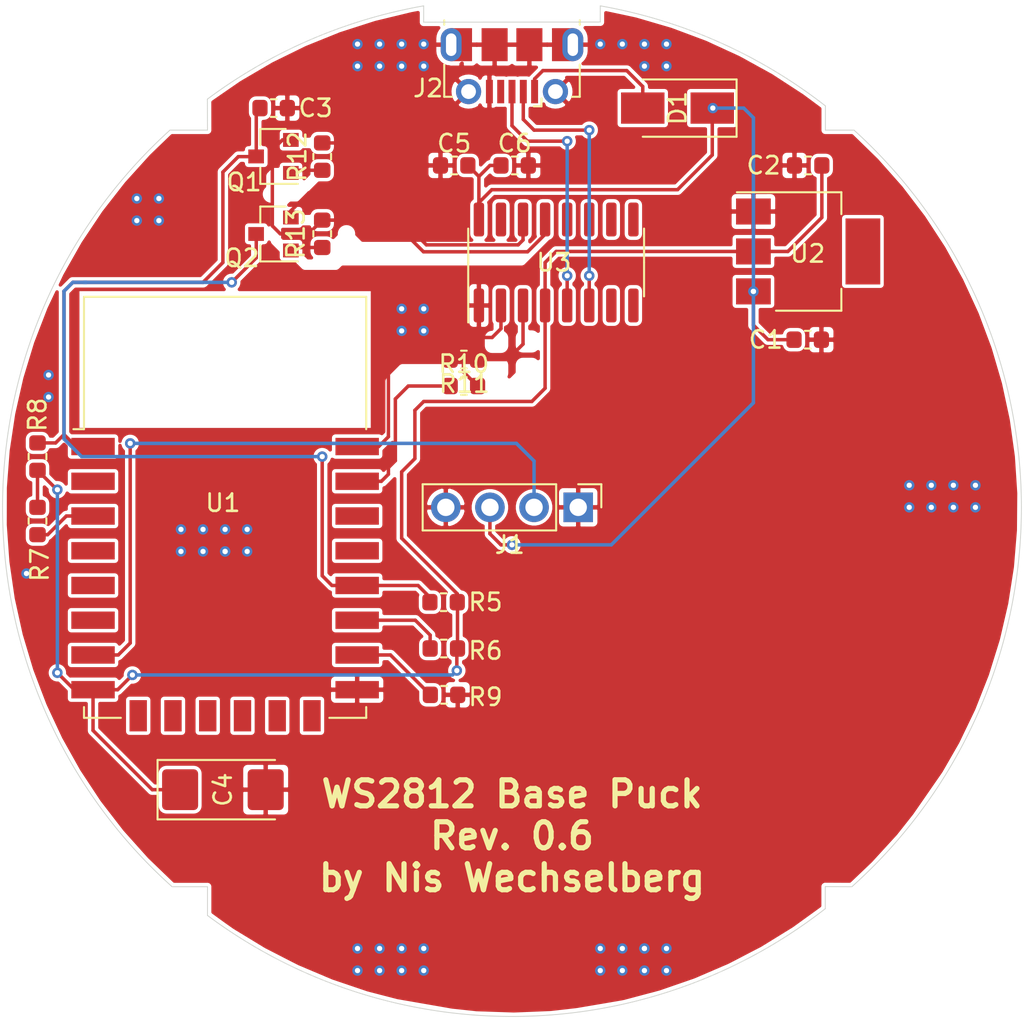
<source format=kicad_pcb>
(kicad_pcb (version 20171130) (host pcbnew 5.1.6-c6e7f7d~87~ubuntu20.04.1)

  (general
    (thickness 1.6)
    (drawings 17)
    (tracks 236)
    (zones 0)
    (modules 23)
    (nets 41)
  )

  (page A4)
  (layers
    (0 F.Cu signal)
    (31 B.Cu signal)
    (32 B.Adhes user)
    (33 F.Adhes user)
    (34 B.Paste user)
    (35 F.Paste user)
    (36 B.SilkS user)
    (37 F.SilkS user)
    (38 B.Mask user)
    (39 F.Mask user)
    (40 Dwgs.User user)
    (41 Cmts.User user)
    (42 Eco1.User user)
    (43 Eco2.User user)
    (44 Edge.Cuts user)
    (45 Margin user)
    (46 B.CrtYd user hide)
    (47 F.CrtYd user hide)
    (48 B.Fab user hide)
    (49 F.Fab user hide)
  )

  (setup
    (last_trace_width 0.2)
    (trace_clearance 0.2)
    (zone_clearance 0.2)
    (zone_45_only no)
    (trace_min 0.2)
    (via_size 0.6)
    (via_drill 0.3)
    (via_min_size 0.6)
    (via_min_drill 0.3)
    (uvia_size 0.6)
    (uvia_drill 0.3)
    (uvias_allowed no)
    (uvia_min_size 0.6)
    (uvia_min_drill 0.2)
    (edge_width 0.05)
    (segment_width 0.2)
    (pcb_text_width 0.3)
    (pcb_text_size 1.5 1.5)
    (mod_edge_width 0.12)
    (mod_text_size 1 1)
    (mod_text_width 0.15)
    (pad_size 1.524 1.524)
    (pad_drill 0.762)
    (pad_to_mask_clearance 0.05)
    (aux_axis_origin 0 0)
    (visible_elements FFFFFF7F)
    (pcbplotparams
      (layerselection 0x010fc_ffffffff)
      (usegerberextensions false)
      (usegerberattributes true)
      (usegerberadvancedattributes true)
      (creategerberjobfile true)
      (excludeedgelayer true)
      (linewidth 0.100000)
      (plotframeref false)
      (viasonmask false)
      (mode 1)
      (useauxorigin false)
      (hpglpennumber 1)
      (hpglpenspeed 20)
      (hpglpendiameter 15.000000)
      (psnegative false)
      (psa4output false)
      (plotreference true)
      (plotvalue true)
      (plotinvisibletext false)
      (padsonsilk false)
      (subtractmaskfromsilk false)
      (outputformat 1)
      (mirror false)
      (drillshape 0)
      (scaleselection 1)
      (outputdirectory "Gerber/"))
  )

  (net 0 "")
  (net 1 +5V)
  (net 2 GND)
  (net 3 +3V3)
  (net 4 /nRST)
  (net 5 VBUS)
  (net 6 /GPIO16)
  (net 7 /GPIO13)
  (net 8 /D_N)
  (net 9 /OTG_ID)
  (net 10 /D_P)
  (net 11 /nRTS)
  (net 12 /nDTR)
  (net 13 /GPIO0)
  (net 14 /GPIO2)
  (net 15 /EN)
  (net 16 /GPIO15)
  (net 17 "Net-(R10-Pad2)")
  (net 18 /TXD0)
  (net 19 /RXD0)
  (net 20 "Net-(R11-Pad2)")
  (net 21 /ADC)
  (net 22 /GPIO14)
  (net 23 /GPIO12)
  (net 24 /CS0)
  (net 25 /MISO)
  (net 26 /GPIO9)
  (net 27 /GPIO10)
  (net 28 /MOSI)
  (net 29 /SCLK)
  (net 30 /GPIO4)
  (net 31 /GPIO5)
  (net 32 "Net-(U3-Pad7)")
  (net 33 "Net-(U3-Pad8)")
  (net 34 "Net-(U3-Pad9)")
  (net 35 "Net-(U3-Pad10)")
  (net 36 "Net-(U3-Pad11)")
  (net 37 "Net-(U3-Pad12)")
  (net 38 "Net-(U3-Pad15)")
  (net 39 "Net-(Q1-Pad1)")
  (net 40 "Net-(Q2-Pad1)")

  (net_class Default "This is the default net class."
    (clearance 0.2)
    (trace_width 0.2)
    (via_dia 0.6)
    (via_drill 0.3)
    (uvia_dia 0.6)
    (uvia_drill 0.3)
    (add_net +3V3)
    (add_net +5V)
    (add_net /ADC)
    (add_net /CS0)
    (add_net /D_N)
    (add_net /D_P)
    (add_net /EN)
    (add_net /GPIO0)
    (add_net /GPIO10)
    (add_net /GPIO12)
    (add_net /GPIO13)
    (add_net /GPIO14)
    (add_net /GPIO15)
    (add_net /GPIO16)
    (add_net /GPIO2)
    (add_net /GPIO4)
    (add_net /GPIO5)
    (add_net /GPIO9)
    (add_net /MISO)
    (add_net /MOSI)
    (add_net /OTG_ID)
    (add_net /RXD0)
    (add_net /SCLK)
    (add_net /TXD0)
    (add_net /nDTR)
    (add_net /nRST)
    (add_net /nRTS)
    (add_net GND)
    (add_net "Net-(Q1-Pad1)")
    (add_net "Net-(Q2-Pad1)")
    (add_net "Net-(R10-Pad2)")
    (add_net "Net-(R11-Pad2)")
    (add_net "Net-(U3-Pad10)")
    (add_net "Net-(U3-Pad11)")
    (add_net "Net-(U3-Pad12)")
    (add_net "Net-(U3-Pad15)")
    (add_net "Net-(U3-Pad7)")
    (add_net "Net-(U3-Pad8)")
    (add_net "Net-(U3-Pad9)")
    (add_net VBUS)
  )

  (module Package_TO_SOT_SMD:SOT-23 (layer F.Cu) (tedit 5A02FF57) (tstamp 5F31B29A)
    (at 136.1346 76.3168 180)
    (descr "SOT-23, Standard")
    (tags SOT-23)
    (path /5F3419A5)
    (attr smd)
    (fp_text reference Q1 (at 1.6924 -1.4834) (layer F.SilkS)
      (effects (font (size 1 1) (thickness 0.15)))
    )
    (fp_text value S8050 (at 0 2.5) (layer F.Fab)
      (effects (font (size 1 1) (thickness 0.15)))
    )
    (fp_text user %R (at 0 0 90) (layer F.Fab)
      (effects (font (size 0.5 0.5) (thickness 0.075)))
    )
    (fp_line (start -0.7 -0.95) (end -0.7 1.5) (layer F.Fab) (width 0.1))
    (fp_line (start -0.15 -1.52) (end 0.7 -1.52) (layer F.Fab) (width 0.1))
    (fp_line (start -0.7 -0.95) (end -0.15 -1.52) (layer F.Fab) (width 0.1))
    (fp_line (start 0.7 -1.52) (end 0.7 1.52) (layer F.Fab) (width 0.1))
    (fp_line (start -0.7 1.52) (end 0.7 1.52) (layer F.Fab) (width 0.1))
    (fp_line (start 0.76 1.58) (end 0.76 0.65) (layer F.SilkS) (width 0.12))
    (fp_line (start 0.76 -1.58) (end 0.76 -0.65) (layer F.SilkS) (width 0.12))
    (fp_line (start -1.7 -1.75) (end 1.7 -1.75) (layer F.CrtYd) (width 0.05))
    (fp_line (start 1.7 -1.75) (end 1.7 1.75) (layer F.CrtYd) (width 0.05))
    (fp_line (start 1.7 1.75) (end -1.7 1.75) (layer F.CrtYd) (width 0.05))
    (fp_line (start -1.7 1.75) (end -1.7 -1.75) (layer F.CrtYd) (width 0.05))
    (fp_line (start 0.76 -1.58) (end -1.4 -1.58) (layer F.SilkS) (width 0.12))
    (fp_line (start 0.76 1.58) (end -0.7 1.58) (layer F.SilkS) (width 0.12))
    (pad 3 smd rect (at 1 0 180) (size 0.9 0.8) (layers F.Cu F.Paste F.Mask)
      (net 4 /nRST))
    (pad 2 smd rect (at -1 0.95 180) (size 0.9 0.8) (layers F.Cu F.Paste F.Mask)
      (net 12 /nDTR))
    (pad 1 smd rect (at -1 -0.95 180) (size 0.9 0.8) (layers F.Cu F.Paste F.Mask)
      (net 39 "Net-(Q1-Pad1)"))
    (model ${KISYS3DMOD}/Package_TO_SOT_SMD.3dshapes/SOT-23.wrl
      (at (xyz 0 0 0))
      (scale (xyz 1 1 1))
      (rotate (xyz 0 0 0))
    )
  )

  (module Package_TO_SOT_SMD:SOT-23 (layer F.Cu) (tedit 5A02FF57) (tstamp 5F31B12B)
    (at 136.1346 80.7822 180)
    (descr "SOT-23, Standard")
    (tags SOT-23)
    (path /5F3445D2)
    (attr smd)
    (fp_text reference Q2 (at 1.8194 -1.3868) (layer F.SilkS)
      (effects (font (size 1 1) (thickness 0.15)))
    )
    (fp_text value S8050 (at 0 2.5) (layer F.Fab)
      (effects (font (size 1 1) (thickness 0.15)))
    )
    (fp_line (start 0.76 1.58) (end -0.7 1.58) (layer F.SilkS) (width 0.12))
    (fp_line (start 0.76 -1.58) (end -1.4 -1.58) (layer F.SilkS) (width 0.12))
    (fp_line (start -1.7 1.75) (end -1.7 -1.75) (layer F.CrtYd) (width 0.05))
    (fp_line (start 1.7 1.75) (end -1.7 1.75) (layer F.CrtYd) (width 0.05))
    (fp_line (start 1.7 -1.75) (end 1.7 1.75) (layer F.CrtYd) (width 0.05))
    (fp_line (start -1.7 -1.75) (end 1.7 -1.75) (layer F.CrtYd) (width 0.05))
    (fp_line (start 0.76 -1.58) (end 0.76 -0.65) (layer F.SilkS) (width 0.12))
    (fp_line (start 0.76 1.58) (end 0.76 0.65) (layer F.SilkS) (width 0.12))
    (fp_line (start -0.7 1.52) (end 0.7 1.52) (layer F.Fab) (width 0.1))
    (fp_line (start 0.7 -1.52) (end 0.7 1.52) (layer F.Fab) (width 0.1))
    (fp_line (start -0.7 -0.95) (end -0.15 -1.52) (layer F.Fab) (width 0.1))
    (fp_line (start -0.15 -1.52) (end 0.7 -1.52) (layer F.Fab) (width 0.1))
    (fp_line (start -0.7 -0.95) (end -0.7 1.5) (layer F.Fab) (width 0.1))
    (fp_text user %R (at 0 0 90) (layer F.Fab)
      (effects (font (size 0.5 0.5) (thickness 0.075)))
    )
    (pad 1 smd rect (at -1 -0.95 180) (size 0.9 0.8) (layers F.Cu F.Paste F.Mask)
      (net 40 "Net-(Q2-Pad1)"))
    (pad 2 smd rect (at -1 0.95 180) (size 0.9 0.8) (layers F.Cu F.Paste F.Mask)
      (net 11 /nRTS))
    (pad 3 smd rect (at 1 0 180) (size 0.9 0.8) (layers F.Cu F.Paste F.Mask)
      (net 13 /GPIO0))
    (model ${KISYS3DMOD}/Package_TO_SOT_SMD.3dshapes/SOT-23.wrl
      (at (xyz 0 0 0))
      (scale (xyz 1 1 1))
      (rotate (xyz 0 0 0))
    )
  )

  (module Connector_USB:USB_Micro-B_Molex-105017-0001 (layer F.Cu) (tedit 5A1DC0BE) (tstamp 5F0A31E6)
    (at 149.86 71.12 180)
    (descr http://www.molex.com/pdm_docs/sd/1050170001_sd.pdf)
    (tags "Micro-USB SMD Typ-B")
    (path /5F0DA8A6)
    (attr smd)
    (fp_text reference J2 (at 4.826 -1.27) (layer F.SilkS)
      (effects (font (size 1 1) (thickness 0.15)))
    )
    (fp_text value USB_B_Micro (at 0.3 4.3375) (layer F.Fab)
      (effects (font (size 1 1) (thickness 0.15)))
    )
    (fp_line (start -4.4 3.64) (end 4.4 3.64) (layer F.CrtYd) (width 0.05))
    (fp_line (start 4.4 -2.46) (end 4.4 3.64) (layer F.CrtYd) (width 0.05))
    (fp_line (start -4.4 -2.46) (end 4.4 -2.46) (layer F.CrtYd) (width 0.05))
    (fp_line (start -4.4 3.64) (end -4.4 -2.46) (layer F.CrtYd) (width 0.05))
    (fp_line (start -3.9 -1.7625) (end -3.45 -1.7625) (layer F.SilkS) (width 0.12))
    (fp_line (start -3.9 0.0875) (end -3.9 -1.7625) (layer F.SilkS) (width 0.12))
    (fp_line (start 3.9 2.6375) (end 3.9 2.3875) (layer F.SilkS) (width 0.12))
    (fp_line (start 3.75 3.3875) (end 3.75 -1.6125) (layer F.Fab) (width 0.1))
    (fp_line (start -3 2.689204) (end 3 2.689204) (layer F.Fab) (width 0.1))
    (fp_line (start -3.75 3.389204) (end 3.75 3.389204) (layer F.Fab) (width 0.1))
    (fp_line (start -3.75 -1.6125) (end 3.75 -1.6125) (layer F.Fab) (width 0.1))
    (fp_line (start -3.75 3.3875) (end -3.75 -1.6125) (layer F.Fab) (width 0.1))
    (fp_line (start -3.9 2.6375) (end -3.9 2.3875) (layer F.SilkS) (width 0.12))
    (fp_line (start 3.9 0.0875) (end 3.9 -1.7625) (layer F.SilkS) (width 0.12))
    (fp_line (start 3.9 -1.7625) (end 3.45 -1.7625) (layer F.SilkS) (width 0.12))
    (fp_line (start -1.7 -2.3125) (end -1.25 -2.3125) (layer F.SilkS) (width 0.12))
    (fp_line (start -1.7 -2.3125) (end -1.7 -1.8625) (layer F.SilkS) (width 0.12))
    (fp_line (start -1.3 -1.7125) (end -1.5 -1.9125) (layer F.Fab) (width 0.1))
    (fp_line (start -1.1 -1.9125) (end -1.3 -1.7125) (layer F.Fab) (width 0.1))
    (fp_line (start -1.5 -2.1225) (end -1.1 -2.1225) (layer F.Fab) (width 0.1))
    (fp_line (start -1.5 -2.1225) (end -1.5 -1.9125) (layer F.Fab) (width 0.1))
    (fp_line (start -1.1 -2.1225) (end -1.1 -1.9125) (layer F.Fab) (width 0.1))
    (fp_text user "PCB Edge" (at 0 2.6875) (layer Dwgs.User)
      (effects (font (size 0.5 0.5) (thickness 0.08)))
    )
    (fp_text user %R (at 0 0.8875) (layer F.Fab)
      (effects (font (size 1 1) (thickness 0.15)))
    )
    (pad 6 smd rect (at 1 1.2375 180) (size 1.5 1.9) (layers F.Cu F.Paste F.Mask)
      (net 2 GND))
    (pad 6 thru_hole circle (at -2.5 -1.4625 180) (size 1.45 1.45) (drill 0.85) (layers *.Cu *.Mask)
      (net 2 GND))
    (pad 2 smd rect (at -0.65 -1.4625 180) (size 0.4 1.35) (layers F.Cu F.Paste F.Mask)
      (net 8 /D_N))
    (pad 1 smd rect (at -1.3 -1.4625 180) (size 0.4 1.35) (layers F.Cu F.Paste F.Mask)
      (net 5 VBUS))
    (pad 5 smd rect (at 1.3 -1.4625 180) (size 0.4 1.35) (layers F.Cu F.Paste F.Mask)
      (net 2 GND))
    (pad 4 smd rect (at 0.65 -1.4625 180) (size 0.4 1.35) (layers F.Cu F.Paste F.Mask)
      (net 9 /OTG_ID))
    (pad 3 smd rect (at 0 -1.4625 180) (size 0.4 1.35) (layers F.Cu F.Paste F.Mask)
      (net 10 /D_P))
    (pad 6 thru_hole circle (at 2.5 -1.4625 180) (size 1.45 1.45) (drill 0.85) (layers *.Cu *.Mask)
      (net 2 GND))
    (pad 6 smd rect (at -1 1.2375 180) (size 1.5 1.9) (layers F.Cu F.Paste F.Mask)
      (net 2 GND))
    (pad 6 thru_hole oval (at -3.5 1.2375) (size 1.2 1.9) (drill oval 0.6 1.3) (layers *.Cu *.Mask)
      (net 2 GND))
    (pad 6 thru_hole oval (at 3.5 1.2375 180) (size 1.2 1.9) (drill oval 0.6 1.3) (layers *.Cu *.Mask)
      (net 2 GND))
    (pad 6 smd rect (at 2.9 1.2375 180) (size 1.2 1.9) (layers F.Cu F.Mask)
      (net 2 GND))
    (pad 6 smd rect (at -2.9 1.2375 180) (size 1.2 1.9) (layers F.Cu F.Mask)
      (net 2 GND))
    (model ${KISYS3DMOD}/Connector_USB.3dshapes/USB_Micro-B_Molex-105017-0001.wrl
      (at (xyz 0 0 0))
      (scale (xyz 1 1 1))
      (rotate (xyz 0 0 0))
    )
  )

  (module RF_Module:ESP-12E (layer F.Cu) (tedit 5A030172) (tstamp 5F225E2C)
    (at 133.35 96.52)
    (descr "Wi-Fi Module, http://wiki.ai-thinker.com/_media/esp8266/docs/aithinker_esp_12f_datasheet_en.pdf")
    (tags "Wi-Fi Module")
    (path /5F099E28)
    (attr smd)
    (fp_text reference U1 (at -0.127 -0.254) (layer F.SilkS)
      (effects (font (size 1 1) (thickness 0.15)))
    )
    (fp_text value ESP-12E (at -0.06 -12.78) (layer F.Fab)
      (effects (font (size 1 1) (thickness 0.15)))
    )
    (fp_line (start -8 -12) (end 8 -12) (layer F.Fab) (width 0.12))
    (fp_line (start 8 -12) (end 8 12) (layer F.Fab) (width 0.12))
    (fp_line (start 8 12) (end -8 12) (layer F.Fab) (width 0.12))
    (fp_line (start -8 12) (end -8 -3) (layer F.Fab) (width 0.12))
    (fp_line (start -8 -3) (end -7.5 -3.5) (layer F.Fab) (width 0.12))
    (fp_line (start -7.5 -3.5) (end -8 -4) (layer F.Fab) (width 0.12))
    (fp_line (start -8 -4) (end -8 -12) (layer F.Fab) (width 0.12))
    (fp_line (start -9.05 -12.2) (end 9.05 -12.2) (layer F.CrtYd) (width 0.05))
    (fp_line (start 9.05 -12.2) (end 9.05 13.1) (layer F.CrtYd) (width 0.05))
    (fp_line (start 9.05 13.1) (end -9.05 13.1) (layer F.CrtYd) (width 0.05))
    (fp_line (start -9.05 13.1) (end -9.05 -12.2) (layer F.CrtYd) (width 0.05))
    (fp_line (start -8.12 -12.12) (end 8.12 -12.12) (layer F.SilkS) (width 0.12))
    (fp_line (start 8.12 -12.12) (end 8.12 -4.5) (layer F.SilkS) (width 0.12))
    (fp_line (start 8.12 11.5) (end 8.12 12.12) (layer F.SilkS) (width 0.12))
    (fp_line (start 8.12 12.12) (end 6 12.12) (layer F.SilkS) (width 0.12))
    (fp_line (start -6 12.12) (end -8.12 12.12) (layer F.SilkS) (width 0.12))
    (fp_line (start -8.12 12.12) (end -8.12 11.5) (layer F.SilkS) (width 0.12))
    (fp_line (start -8.12 -4.5) (end -8.12 -12.12) (layer F.SilkS) (width 0.12))
    (fp_line (start -8.12 -4.5) (end -8.73 -4.5) (layer F.SilkS) (width 0.12))
    (fp_line (start -8.12 -12.12) (end 8.12 -12.12) (layer Dwgs.User) (width 0.12))
    (fp_line (start 8.12 -12.12) (end 8.12 -4.8) (layer Dwgs.User) (width 0.12))
    (fp_line (start 8.12 -4.8) (end -8.12 -4.8) (layer Dwgs.User) (width 0.12))
    (fp_line (start -8.12 -4.8) (end -8.12 -12.12) (layer Dwgs.User) (width 0.12))
    (fp_line (start -8.12 -9.12) (end -5.12 -12.12) (layer Dwgs.User) (width 0.12))
    (fp_line (start -8.12 -6.12) (end -2.12 -12.12) (layer Dwgs.User) (width 0.12))
    (fp_line (start -6.44 -4.8) (end 0.88 -12.12) (layer Dwgs.User) (width 0.12))
    (fp_line (start -3.44 -4.8) (end 3.88 -12.12) (layer Dwgs.User) (width 0.12))
    (fp_line (start -0.44 -4.8) (end 6.88 -12.12) (layer Dwgs.User) (width 0.12))
    (fp_line (start 2.56 -4.8) (end 8.12 -10.36) (layer Dwgs.User) (width 0.12))
    (fp_line (start 5.56 -4.8) (end 8.12 -7.36) (layer Dwgs.User) (width 0.12))
    (fp_text user Antenna (at -0.06 -7 180) (layer Cmts.User)
      (effects (font (size 1 1) (thickness 0.15)))
    )
    (fp_text user "KEEP-OUT ZONE" (at 0.03 -9.55 180) (layer Cmts.User)
      (effects (font (size 1 1) (thickness 0.15)))
    )
    (fp_text user %R (at 0.49 -0.8) (layer F.Fab)
      (effects (font (size 1 1) (thickness 0.15)))
    )
    (pad 1 smd rect (at -7.6 -3.5) (size 2.5 1) (layers F.Cu F.Paste F.Mask)
      (net 4 /nRST))
    (pad 2 smd rect (at -7.6 -1.5) (size 2.5 1) (layers F.Cu F.Paste F.Mask)
      (net 21 /ADC))
    (pad 3 smd rect (at -7.6 0.5) (size 2.5 1) (layers F.Cu F.Paste F.Mask)
      (net 15 /EN))
    (pad 4 smd rect (at -7.6 2.5) (size 2.5 1) (layers F.Cu F.Paste F.Mask)
      (net 6 /GPIO16))
    (pad 5 smd rect (at -7.6 4.5) (size 2.5 1) (layers F.Cu F.Paste F.Mask)
      (net 22 /GPIO14))
    (pad 6 smd rect (at -7.6 6.5) (size 2.5 1) (layers F.Cu F.Paste F.Mask)
      (net 23 /GPIO12))
    (pad 7 smd rect (at -7.6 8.5) (size 2.5 1) (layers F.Cu F.Paste F.Mask)
      (net 7 /GPIO13))
    (pad 8 smd rect (at -7.6 10.5) (size 2.5 1) (layers F.Cu F.Paste F.Mask)
      (net 3 +3V3))
    (pad 9 smd rect (at -5 12) (size 1 1.8) (layers F.Cu F.Paste F.Mask)
      (net 24 /CS0))
    (pad 10 smd rect (at -3 12) (size 1 1.8) (layers F.Cu F.Paste F.Mask)
      (net 25 /MISO))
    (pad 11 smd rect (at -1 12) (size 1 1.8) (layers F.Cu F.Paste F.Mask)
      (net 26 /GPIO9))
    (pad 12 smd rect (at 1 12) (size 1 1.8) (layers F.Cu F.Paste F.Mask)
      (net 27 /GPIO10))
    (pad 13 smd rect (at 3 12) (size 1 1.8) (layers F.Cu F.Paste F.Mask)
      (net 28 /MOSI))
    (pad 14 smd rect (at 5 12) (size 1 1.8) (layers F.Cu F.Paste F.Mask)
      (net 29 /SCLK))
    (pad 15 smd rect (at 7.6 10.5) (size 2.5 1) (layers F.Cu F.Paste F.Mask)
      (net 2 GND))
    (pad 16 smd rect (at 7.6 8.5) (size 2.5 1) (layers F.Cu F.Paste F.Mask)
      (net 16 /GPIO15))
    (pad 17 smd rect (at 7.6 6.5) (size 2.5 1) (layers F.Cu F.Paste F.Mask)
      (net 14 /GPIO2))
    (pad 18 smd rect (at 7.6 4.5) (size 2.5 1) (layers F.Cu F.Paste F.Mask)
      (net 13 /GPIO0))
    (pad 19 smd rect (at 7.6 2.5) (size 2.5 1) (layers F.Cu F.Paste F.Mask)
      (net 30 /GPIO4))
    (pad 20 smd rect (at 7.6 0.5) (size 2.5 1) (layers F.Cu F.Paste F.Mask)
      (net 31 /GPIO5))
    (pad 21 smd rect (at 7.6 -1.5) (size 2.5 1) (layers F.Cu F.Paste F.Mask)
      (net 19 /RXD0))
    (pad 22 smd rect (at 7.6 -3.5) (size 2.5 1) (layers F.Cu F.Paste F.Mask)
      (net 18 /TXD0))
    (model ${KISYS3DMOD}/RF_Module.3dshapes/ESP-12E.wrl
      (at (xyz 0 0 0))
      (scale (xyz 1 1 1))
      (rotate (xyz 0 0 0))
    )
  )

  (module Package_TO_SOT_SMD:SOT-223 (layer F.Cu) (tedit 5A02FF57) (tstamp 5F225EE0)
    (at 166.903 81.788)
    (descr "module CMS SOT223 4 pins")
    (tags "CMS SOT")
    (path /5F1DFC0E)
    (attr smd)
    (fp_text reference U2 (at -0.025 0.127) (layer F.SilkS)
      (effects (font (size 1 1) (thickness 0.15)))
    )
    (fp_text value LM1117-3.3 (at 0 4.5) (layer F.Fab)
      (effects (font (size 1 1) (thickness 0.15)))
    )
    (fp_line (start -1.85 -2.3) (end -0.8 -3.35) (layer F.Fab) (width 0.1))
    (fp_line (start 1.91 3.41) (end 1.91 2.15) (layer F.SilkS) (width 0.12))
    (fp_line (start 1.91 -3.41) (end 1.91 -2.15) (layer F.SilkS) (width 0.12))
    (fp_line (start 4.4 -3.6) (end -4.4 -3.6) (layer F.CrtYd) (width 0.05))
    (fp_line (start 4.4 3.6) (end 4.4 -3.6) (layer F.CrtYd) (width 0.05))
    (fp_line (start -4.4 3.6) (end 4.4 3.6) (layer F.CrtYd) (width 0.05))
    (fp_line (start -4.4 -3.6) (end -4.4 3.6) (layer F.CrtYd) (width 0.05))
    (fp_line (start -1.85 -2.3) (end -1.85 3.35) (layer F.Fab) (width 0.1))
    (fp_line (start -1.85 3.41) (end 1.91 3.41) (layer F.SilkS) (width 0.12))
    (fp_line (start -0.8 -3.35) (end 1.85 -3.35) (layer F.Fab) (width 0.1))
    (fp_line (start -4.1 -3.41) (end 1.91 -3.41) (layer F.SilkS) (width 0.12))
    (fp_line (start -1.85 3.35) (end 1.85 3.35) (layer F.Fab) (width 0.1))
    (fp_line (start 1.85 -3.35) (end 1.85 3.35) (layer F.Fab) (width 0.1))
    (fp_text user %R (at 0 0 90) (layer F.Fab)
      (effects (font (size 0.8 0.8) (thickness 0.12)))
    )
    (pad 4 smd rect (at 3.15 0) (size 2 3.8) (layers F.Cu F.Paste F.Mask))
    (pad 2 smd rect (at -3.15 0) (size 2 1.5) (layers F.Cu F.Paste F.Mask)
      (net 3 +3V3))
    (pad 3 smd rect (at -3.15 2.3) (size 2 1.5) (layers F.Cu F.Paste F.Mask)
      (net 1 +5V))
    (pad 1 smd rect (at -3.15 -2.3) (size 2 1.5) (layers F.Cu F.Paste F.Mask)
      (net 2 GND))
    (model ${KISYS3DMOD}/Package_TO_SOT_SMD.3dshapes/SOT-223.wrl
      (at (xyz 0 0 0))
      (scale (xyz 1 1 1))
      (rotate (xyz 0 0 0))
    )
  )

  (module Package_SO:SOIC-16_3.9x9.9mm_P1.27mm (layer F.Cu) (tedit 5D9F72B1) (tstamp 5F0A33A0)
    (at 152.4 82.423 90)
    (descr "SOIC, 16 Pin (JEDEC MS-012AC, https://www.analog.com/media/en/package-pcb-resources/package/pkg_pdf/soic_narrow-r/r_16.pdf), generated with kicad-footprint-generator ipc_gullwing_generator.py")
    (tags "SOIC SO")
    (path /5F0D90C6)
    (attr smd)
    (fp_text reference U3 (at 0 -0.127 180) (layer F.SilkS)
      (effects (font (size 1 1) (thickness 0.15)))
    )
    (fp_text value CH340C (at 0 5.9 90) (layer F.Fab)
      (effects (font (size 1 1) (thickness 0.15)))
    )
    (fp_line (start 0 5.06) (end 1.95 5.06) (layer F.SilkS) (width 0.12))
    (fp_line (start 0 5.06) (end -1.95 5.06) (layer F.SilkS) (width 0.12))
    (fp_line (start 0 -5.06) (end 1.95 -5.06) (layer F.SilkS) (width 0.12))
    (fp_line (start 0 -5.06) (end -3.45 -5.06) (layer F.SilkS) (width 0.12))
    (fp_line (start -0.975 -4.95) (end 1.95 -4.95) (layer F.Fab) (width 0.1))
    (fp_line (start 1.95 -4.95) (end 1.95 4.95) (layer F.Fab) (width 0.1))
    (fp_line (start 1.95 4.95) (end -1.95 4.95) (layer F.Fab) (width 0.1))
    (fp_line (start -1.95 4.95) (end -1.95 -3.975) (layer F.Fab) (width 0.1))
    (fp_line (start -1.95 -3.975) (end -0.975 -4.95) (layer F.Fab) (width 0.1))
    (fp_line (start -3.7 -5.2) (end -3.7 5.2) (layer F.CrtYd) (width 0.05))
    (fp_line (start -3.7 5.2) (end 3.7 5.2) (layer F.CrtYd) (width 0.05))
    (fp_line (start 3.7 5.2) (end 3.7 -5.2) (layer F.CrtYd) (width 0.05))
    (fp_line (start 3.7 -5.2) (end -3.7 -5.2) (layer F.CrtYd) (width 0.05))
    (fp_text user %R (at 0 0 90) (layer F.Fab)
      (effects (font (size 0.98 0.98) (thickness 0.15)))
    )
    (pad 1 smd roundrect (at -2.475 -4.445 90) (size 1.95 0.6) (layers F.Cu F.Paste F.Mask) (roundrect_rratio 0.25)
      (net 2 GND))
    (pad 2 smd roundrect (at -2.475 -3.175 90) (size 1.95 0.6) (layers F.Cu F.Paste F.Mask) (roundrect_rratio 0.25)
      (net 17 "Net-(R10-Pad2)"))
    (pad 3 smd roundrect (at -2.475 -1.905 90) (size 1.95 0.6) (layers F.Cu F.Paste F.Mask) (roundrect_rratio 0.25)
      (net 20 "Net-(R11-Pad2)"))
    (pad 4 smd roundrect (at -2.475 -0.635 90) (size 1.95 0.6) (layers F.Cu F.Paste F.Mask) (roundrect_rratio 0.25)
      (net 3 +3V3))
    (pad 5 smd roundrect (at -2.475 0.635 90) (size 1.95 0.6) (layers F.Cu F.Paste F.Mask) (roundrect_rratio 0.25)
      (net 10 /D_P))
    (pad 6 smd roundrect (at -2.475 1.905 90) (size 1.95 0.6) (layers F.Cu F.Paste F.Mask) (roundrect_rratio 0.25)
      (net 8 /D_N))
    (pad 7 smd roundrect (at -2.475 3.175 90) (size 1.95 0.6) (layers F.Cu F.Paste F.Mask) (roundrect_rratio 0.25)
      (net 32 "Net-(U3-Pad7)"))
    (pad 8 smd roundrect (at -2.475 4.445 90) (size 1.95 0.6) (layers F.Cu F.Paste F.Mask) (roundrect_rratio 0.25)
      (net 33 "Net-(U3-Pad8)"))
    (pad 9 smd roundrect (at 2.475 4.445 90) (size 1.95 0.6) (layers F.Cu F.Paste F.Mask) (roundrect_rratio 0.25)
      (net 34 "Net-(U3-Pad9)"))
    (pad 10 smd roundrect (at 2.475 3.175 90) (size 1.95 0.6) (layers F.Cu F.Paste F.Mask) (roundrect_rratio 0.25)
      (net 35 "Net-(U3-Pad10)"))
    (pad 11 smd roundrect (at 2.475 1.905 90) (size 1.95 0.6) (layers F.Cu F.Paste F.Mask) (roundrect_rratio 0.25)
      (net 36 "Net-(U3-Pad11)"))
    (pad 12 smd roundrect (at 2.475 0.635 90) (size 1.95 0.6) (layers F.Cu F.Paste F.Mask) (roundrect_rratio 0.25)
      (net 37 "Net-(U3-Pad12)"))
    (pad 13 smd roundrect (at 2.475 -0.635 90) (size 1.95 0.6) (layers F.Cu F.Paste F.Mask) (roundrect_rratio 0.25)
      (net 12 /nDTR))
    (pad 14 smd roundrect (at 2.475 -1.905 90) (size 1.95 0.6) (layers F.Cu F.Paste F.Mask) (roundrect_rratio 0.25)
      (net 11 /nRTS))
    (pad 15 smd roundrect (at 2.475 -3.175 90) (size 1.95 0.6) (layers F.Cu F.Paste F.Mask) (roundrect_rratio 0.25)
      (net 38 "Net-(U3-Pad15)"))
    (pad 16 smd roundrect (at 2.475 -4.445 90) (size 1.95 0.6) (layers F.Cu F.Paste F.Mask) (roundrect_rratio 0.25)
      (net 1 +5V))
    (model ${KISYS3DMOD}/Package_SO.3dshapes/SOIC-16_3.9x9.9mm_P1.27mm.wrl
      (at (xyz 0 0 0))
      (scale (xyz 1 1 1))
      (rotate (xyz 0 0 0))
    )
  )

  (module Capacitor_SMD:C_0603_1608Metric (layer F.Cu) (tedit 5B301BBE) (tstamp 5F225817)
    (at 166.878 86.868)
    (descr "Capacitor SMD 0603 (1608 Metric), square (rectangular) end terminal, IPC_7351 nominal, (Body size source: http://www.tortai-tech.com/upload/download/2011102023233369053.pdf), generated with kicad-footprint-generator")
    (tags capacitor)
    (path /5F1F15B2)
    (attr smd)
    (fp_text reference C1 (at -2.413 0) (layer F.SilkS)
      (effects (font (size 1 1) (thickness 0.15)))
    )
    (fp_text value 10uF (at 0 1.43) (layer F.Fab)
      (effects (font (size 1 1) (thickness 0.15)))
    )
    (fp_line (start 1.48 0.73) (end -1.48 0.73) (layer F.CrtYd) (width 0.05))
    (fp_line (start 1.48 -0.73) (end 1.48 0.73) (layer F.CrtYd) (width 0.05))
    (fp_line (start -1.48 -0.73) (end 1.48 -0.73) (layer F.CrtYd) (width 0.05))
    (fp_line (start -1.48 0.73) (end -1.48 -0.73) (layer F.CrtYd) (width 0.05))
    (fp_line (start -0.162779 0.51) (end 0.162779 0.51) (layer F.SilkS) (width 0.12))
    (fp_line (start -0.162779 -0.51) (end 0.162779 -0.51) (layer F.SilkS) (width 0.12))
    (fp_line (start 0.8 0.4) (end -0.8 0.4) (layer F.Fab) (width 0.1))
    (fp_line (start 0.8 -0.4) (end 0.8 0.4) (layer F.Fab) (width 0.1))
    (fp_line (start -0.8 -0.4) (end 0.8 -0.4) (layer F.Fab) (width 0.1))
    (fp_line (start -0.8 0.4) (end -0.8 -0.4) (layer F.Fab) (width 0.1))
    (fp_text user %R (at 0 0) (layer F.Fab)
      (effects (font (size 0.4 0.4) (thickness 0.06)))
    )
    (pad 1 smd roundrect (at -0.7875 0) (size 0.875 0.95) (layers F.Cu F.Paste F.Mask) (roundrect_rratio 0.25)
      (net 1 +5V))
    (pad 2 smd roundrect (at 0.7875 0) (size 0.875 0.95) (layers F.Cu F.Paste F.Mask) (roundrect_rratio 0.25)
      (net 2 GND))
    (model ${KISYS3DMOD}/Capacitor_SMD.3dshapes/C_0603_1608Metric.wrl
      (at (xyz 0 0 0))
      (scale (xyz 1 1 1))
      (rotate (xyz 0 0 0))
    )
  )

  (module Capacitor_SMD:C_0603_1608Metric (layer F.Cu) (tedit 5B301BBE) (tstamp 5F225827)
    (at 166.9035 76.835 180)
    (descr "Capacitor SMD 0603 (1608 Metric), square (rectangular) end terminal, IPC_7351 nominal, (Body size source: http://www.tortai-tech.com/upload/download/2011102023233369053.pdf), generated with kicad-footprint-generator")
    (tags capacitor)
    (path /5F1F1D9F)
    (attr smd)
    (fp_text reference C2 (at 2.5655 0) (layer F.SilkS)
      (effects (font (size 1 1) (thickness 0.15)))
    )
    (fp_text value 10uF (at 0 1.43) (layer F.Fab)
      (effects (font (size 1 1) (thickness 0.15)))
    )
    (fp_line (start -0.8 0.4) (end -0.8 -0.4) (layer F.Fab) (width 0.1))
    (fp_line (start -0.8 -0.4) (end 0.8 -0.4) (layer F.Fab) (width 0.1))
    (fp_line (start 0.8 -0.4) (end 0.8 0.4) (layer F.Fab) (width 0.1))
    (fp_line (start 0.8 0.4) (end -0.8 0.4) (layer F.Fab) (width 0.1))
    (fp_line (start -0.162779 -0.51) (end 0.162779 -0.51) (layer F.SilkS) (width 0.12))
    (fp_line (start -0.162779 0.51) (end 0.162779 0.51) (layer F.SilkS) (width 0.12))
    (fp_line (start -1.48 0.73) (end -1.48 -0.73) (layer F.CrtYd) (width 0.05))
    (fp_line (start -1.48 -0.73) (end 1.48 -0.73) (layer F.CrtYd) (width 0.05))
    (fp_line (start 1.48 -0.73) (end 1.48 0.73) (layer F.CrtYd) (width 0.05))
    (fp_line (start 1.48 0.73) (end -1.48 0.73) (layer F.CrtYd) (width 0.05))
    (fp_text user %R (at 0 0) (layer F.Fab)
      (effects (font (size 0.4 0.4) (thickness 0.06)))
    )
    (pad 2 smd roundrect (at 0.7875 0 180) (size 0.875 0.95) (layers F.Cu F.Paste F.Mask) (roundrect_rratio 0.25)
      (net 2 GND))
    (pad 1 smd roundrect (at -0.7875 0 180) (size 0.875 0.95) (layers F.Cu F.Paste F.Mask) (roundrect_rratio 0.25)
      (net 3 +3V3))
    (model ${KISYS3DMOD}/Capacitor_SMD.3dshapes/C_0603_1608Metric.wrl
      (at (xyz 0 0 0))
      (scale (xyz 1 1 1))
      (rotate (xyz 0 0 0))
    )
  )

  (module Capacitor_SMD:C_0603_1608Metric (layer F.Cu) (tedit 5B301BBE) (tstamp 5F225837)
    (at 136.144 73.533)
    (descr "Capacitor SMD 0603 (1608 Metric), square (rectangular) end terminal, IPC_7351 nominal, (Body size source: http://www.tortai-tech.com/upload/download/2011102023233369053.pdf), generated with kicad-footprint-generator")
    (tags capacitor)
    (path /5F0C38DC)
    (attr smd)
    (fp_text reference C3 (at 2.413 0) (layer F.SilkS)
      (effects (font (size 1 1) (thickness 0.15)))
    )
    (fp_text value 100nF (at 0 1.43) (layer F.Fab)
      (effects (font (size 1 1) (thickness 0.15)))
    )
    (fp_line (start 1.48 0.73) (end -1.48 0.73) (layer F.CrtYd) (width 0.05))
    (fp_line (start 1.48 -0.73) (end 1.48 0.73) (layer F.CrtYd) (width 0.05))
    (fp_line (start -1.48 -0.73) (end 1.48 -0.73) (layer F.CrtYd) (width 0.05))
    (fp_line (start -1.48 0.73) (end -1.48 -0.73) (layer F.CrtYd) (width 0.05))
    (fp_line (start -0.162779 0.51) (end 0.162779 0.51) (layer F.SilkS) (width 0.12))
    (fp_line (start -0.162779 -0.51) (end 0.162779 -0.51) (layer F.SilkS) (width 0.12))
    (fp_line (start 0.8 0.4) (end -0.8 0.4) (layer F.Fab) (width 0.1))
    (fp_line (start 0.8 -0.4) (end 0.8 0.4) (layer F.Fab) (width 0.1))
    (fp_line (start -0.8 -0.4) (end 0.8 -0.4) (layer F.Fab) (width 0.1))
    (fp_line (start -0.8 0.4) (end -0.8 -0.4) (layer F.Fab) (width 0.1))
    (fp_text user %R (at 0.009 0) (layer F.Fab)
      (effects (font (size 0.4 0.4) (thickness 0.06)))
    )
    (pad 1 smd roundrect (at -0.7875 0) (size 0.875 0.95) (layers F.Cu F.Paste F.Mask) (roundrect_rratio 0.25)
      (net 4 /nRST))
    (pad 2 smd roundrect (at 0.7875 0) (size 0.875 0.95) (layers F.Cu F.Paste F.Mask) (roundrect_rratio 0.25)
      (net 2 GND))
    (model ${KISYS3DMOD}/Capacitor_SMD.3dshapes/C_0603_1608Metric.wrl
      (at (xyz 0 0 0))
      (scale (xyz 1 1 1))
      (rotate (xyz 0 0 0))
    )
  )

  (module Capacitor_Tantalum_SMD:CP_EIA-6032-28_Kemet-C (layer F.Cu) (tedit 5B301BBE) (tstamp 5F225D59)
    (at 133.223 112.776)
    (descr "Tantalum Capacitor SMD Kemet-C (6032-28 Metric), IPC_7351 nominal, (Body size from: http://www.kemet.com/Lists/ProductCatalog/Attachments/253/KEM_TC101_STD.pdf), generated with kicad-footprint-generator")
    (tags "capacitor tantalum")
    (path /5F0D0F99)
    (attr smd)
    (fp_text reference C4 (at 0 0 90) (layer F.SilkS)
      (effects (font (size 1 1) (thickness 0.15)))
    )
    (fp_text value 100uF (at 0 2.55) (layer F.Fab)
      (effects (font (size 1 1) (thickness 0.15)))
    )
    (fp_line (start 3.75 1.85) (end -3.75 1.85) (layer F.CrtYd) (width 0.05))
    (fp_line (start 3.75 -1.85) (end 3.75 1.85) (layer F.CrtYd) (width 0.05))
    (fp_line (start -3.75 -1.85) (end 3.75 -1.85) (layer F.CrtYd) (width 0.05))
    (fp_line (start -3.75 1.85) (end -3.75 -1.85) (layer F.CrtYd) (width 0.05))
    (fp_line (start -3.76 1.71) (end 3 1.71) (layer F.SilkS) (width 0.12))
    (fp_line (start -3.76 -1.71) (end -3.76 1.71) (layer F.SilkS) (width 0.12))
    (fp_line (start 3 -1.71) (end -3.76 -1.71) (layer F.SilkS) (width 0.12))
    (fp_line (start 3 1.6) (end 3 -1.6) (layer F.Fab) (width 0.1))
    (fp_line (start -3 1.6) (end 3 1.6) (layer F.Fab) (width 0.1))
    (fp_line (start -3 -0.8) (end -3 1.6) (layer F.Fab) (width 0.1))
    (fp_line (start -2.2 -1.6) (end -3 -0.8) (layer F.Fab) (width 0.1))
    (fp_line (start 3 -1.6) (end -2.2 -1.6) (layer F.Fab) (width 0.1))
    (fp_text user %R (at 0 0) (layer F.Fab)
      (effects (font (size 1 1) (thickness 0.15)))
    )
    (pad 1 smd roundrect (at -2.4625 0) (size 2.075 2.35) (layers F.Cu F.Paste F.Mask) (roundrect_rratio 0.120482)
      (net 3 +3V3))
    (pad 2 smd roundrect (at 2.4625 0) (size 2.075 2.35) (layers F.Cu F.Paste F.Mask) (roundrect_rratio 0.120482)
      (net 2 GND))
    (model ${KISYS3DMOD}/Capacitor_Tantalum_SMD.3dshapes/CP_EIA-6032-28_Kemet-C.wrl
      (at (xyz 0 0 0))
      (scale (xyz 1 1 1))
      (rotate (xyz 0 0 0))
    )
  )

  (module Capacitor_SMD:C_0603_1608Metric (layer F.Cu) (tedit 5B301BBE) (tstamp 5F225859)
    (at 146.5325 76.835 180)
    (descr "Capacitor SMD 0603 (1608 Metric), square (rectangular) end terminal, IPC_7351 nominal, (Body size source: http://www.tortai-tech.com/upload/download/2011102023233369053.pdf), generated with kicad-footprint-generator")
    (tags capacitor)
    (path /5F129AFE)
    (attr smd)
    (fp_text reference C5 (at 0 1.27) (layer F.SilkS)
      (effects (font (size 1 1) (thickness 0.15)))
    )
    (fp_text value 10uF (at 0 1.43 270) (layer F.Fab)
      (effects (font (size 1 1) (thickness 0.15)))
    )
    (fp_line (start -0.8 0.4) (end -0.8 -0.4) (layer F.Fab) (width 0.1))
    (fp_line (start -0.8 -0.4) (end 0.8 -0.4) (layer F.Fab) (width 0.1))
    (fp_line (start 0.8 -0.4) (end 0.8 0.4) (layer F.Fab) (width 0.1))
    (fp_line (start 0.8 0.4) (end -0.8 0.4) (layer F.Fab) (width 0.1))
    (fp_line (start -0.162779 -0.51) (end 0.162779 -0.51) (layer F.SilkS) (width 0.12))
    (fp_line (start -0.162779 0.51) (end 0.162779 0.51) (layer F.SilkS) (width 0.12))
    (fp_line (start -1.48 0.73) (end -1.48 -0.73) (layer F.CrtYd) (width 0.05))
    (fp_line (start -1.48 -0.73) (end 1.48 -0.73) (layer F.CrtYd) (width 0.05))
    (fp_line (start 1.48 -0.73) (end 1.48 0.73) (layer F.CrtYd) (width 0.05))
    (fp_line (start 1.48 0.73) (end -1.48 0.73) (layer F.CrtYd) (width 0.05))
    (fp_text user %R (at 0 0) (layer F.Fab)
      (effects (font (size 0.4 0.4) (thickness 0.06)))
    )
    (pad 2 smd roundrect (at 0.7875 0 180) (size 0.875 0.95) (layers F.Cu F.Paste F.Mask) (roundrect_rratio 0.25)
      (net 2 GND))
    (pad 1 smd roundrect (at -0.7875 0 180) (size 0.875 0.95) (layers F.Cu F.Paste F.Mask) (roundrect_rratio 0.25)
      (net 1 +5V))
    (model ${KISYS3DMOD}/Capacitor_SMD.3dshapes/C_0603_1608Metric.wrl
      (at (xyz 0 0 0))
      (scale (xyz 1 1 1))
      (rotate (xyz 0 0 0))
    )
  )

  (module Capacitor_SMD:C_0603_1608Metric (layer F.Cu) (tedit 5B301BBE) (tstamp 5F226116)
    (at 150.0125 76.835)
    (descr "Capacitor SMD 0603 (1608 Metric), square (rectangular) end terminal, IPC_7351 nominal, (Body size source: http://www.tortai-tech.com/upload/download/2011102023233369053.pdf), generated with kicad-footprint-generator")
    (tags capacitor)
    (path /5F129FCD)
    (attr smd)
    (fp_text reference C6 (at 0 -1.27) (layer F.SilkS)
      (effects (font (size 1 1) (thickness 0.15)))
    )
    (fp_text value 100nF (at 0 1.43) (layer F.Fab)
      (effects (font (size 1 1) (thickness 0.15)))
    )
    (fp_line (start 1.48 0.73) (end -1.48 0.73) (layer F.CrtYd) (width 0.05))
    (fp_line (start 1.48 -0.73) (end 1.48 0.73) (layer F.CrtYd) (width 0.05))
    (fp_line (start -1.48 -0.73) (end 1.48 -0.73) (layer F.CrtYd) (width 0.05))
    (fp_line (start -1.48 0.73) (end -1.48 -0.73) (layer F.CrtYd) (width 0.05))
    (fp_line (start -0.162779 0.51) (end 0.162779 0.51) (layer F.SilkS) (width 0.12))
    (fp_line (start -0.162779 -0.51) (end 0.162779 -0.51) (layer F.SilkS) (width 0.12))
    (fp_line (start 0.8 0.4) (end -0.8 0.4) (layer F.Fab) (width 0.1))
    (fp_line (start 0.8 -0.4) (end 0.8 0.4) (layer F.Fab) (width 0.1))
    (fp_line (start -0.8 -0.4) (end 0.8 -0.4) (layer F.Fab) (width 0.1))
    (fp_line (start -0.8 0.4) (end -0.8 -0.4) (layer F.Fab) (width 0.1))
    (fp_text user %R (at 0 0) (layer F.Fab)
      (effects (font (size 0.4 0.4) (thickness 0.06)))
    )
    (pad 1 smd roundrect (at -0.7875 0) (size 0.875 0.95) (layers F.Cu F.Paste F.Mask) (roundrect_rratio 0.25)
      (net 1 +5V))
    (pad 2 smd roundrect (at 0.7875 0) (size 0.875 0.95) (layers F.Cu F.Paste F.Mask) (roundrect_rratio 0.25)
      (net 2 GND))
    (model ${KISYS3DMOD}/Capacitor_SMD.3dshapes/C_0603_1608Metric.wrl
      (at (xyz 0 0 0))
      (scale (xyz 1 1 1))
      (rotate (xyz 0 0 0))
    )
  )

  (module Diode_SMD:D_SMA (layer F.Cu) (tedit 586432E5) (tstamp 5F226322)
    (at 159.385 73.533 180)
    (descr "Diode SMA (DO-214AC)")
    (tags "Diode SMA (DO-214AC)")
    (path /5F1D547F)
    (attr smd)
    (fp_text reference D1 (at 0 0 90) (layer F.SilkS)
      (effects (font (size 1 1) (thickness 0.15)))
    )
    (fp_text value SS14 (at 0 2.6) (layer F.Fab)
      (effects (font (size 1 1) (thickness 0.15)))
    )
    (fp_line (start -3.4 -1.65) (end 2 -1.65) (layer F.SilkS) (width 0.12))
    (fp_line (start -3.4 1.65) (end 2 1.65) (layer F.SilkS) (width 0.12))
    (fp_line (start -0.64944 0.00102) (end 0.50118 -0.79908) (layer F.Fab) (width 0.1))
    (fp_line (start -0.64944 0.00102) (end 0.50118 0.75032) (layer F.Fab) (width 0.1))
    (fp_line (start 0.50118 0.75032) (end 0.50118 -0.79908) (layer F.Fab) (width 0.1))
    (fp_line (start -0.64944 -0.79908) (end -0.64944 0.80112) (layer F.Fab) (width 0.1))
    (fp_line (start 0.50118 0.00102) (end 1.4994 0.00102) (layer F.Fab) (width 0.1))
    (fp_line (start -0.64944 0.00102) (end -1.55114 0.00102) (layer F.Fab) (width 0.1))
    (fp_line (start -3.5 1.75) (end -3.5 -1.75) (layer F.CrtYd) (width 0.05))
    (fp_line (start 3.5 1.75) (end -3.5 1.75) (layer F.CrtYd) (width 0.05))
    (fp_line (start 3.5 -1.75) (end 3.5 1.75) (layer F.CrtYd) (width 0.05))
    (fp_line (start -3.5 -1.75) (end 3.5 -1.75) (layer F.CrtYd) (width 0.05))
    (fp_line (start 2.3 -1.5) (end -2.3 -1.5) (layer F.Fab) (width 0.1))
    (fp_line (start 2.3 -1.5) (end 2.3 1.5) (layer F.Fab) (width 0.1))
    (fp_line (start -2.3 1.5) (end -2.3 -1.5) (layer F.Fab) (width 0.1))
    (fp_line (start 2.3 1.5) (end -2.3 1.5) (layer F.Fab) (width 0.1))
    (fp_line (start -3.4 -1.65) (end -3.4 1.65) (layer F.SilkS) (width 0.12))
    (fp_text user %R (at 0 2.54) (layer F.Fab)
      (effects (font (size 1 1) (thickness 0.15)))
    )
    (pad 1 smd rect (at -2 0 180) (size 2.5 1.8) (layers F.Cu F.Paste F.Mask)
      (net 1 +5V))
    (pad 2 smd rect (at 2 0 180) (size 2.5 1.8) (layers F.Cu F.Paste F.Mask)
      (net 5 VBUS))
    (model ${KISYS3DMOD}/Diode_SMD.3dshapes/D_SMA.wrl
      (at (xyz 0 0 0))
      (scale (xyz 1 1 1))
      (rotate (xyz 0 0 0))
    )
  )

  (module Resistor_SMD:R_0603_1608Metric (layer F.Cu) (tedit 5B301BBD) (tstamp 5F2258B8)
    (at 145.923 101.981)
    (descr "Resistor SMD 0603 (1608 Metric), square (rectangular) end terminal, IPC_7351 nominal, (Body size source: http://www.tortai-tech.com/upload/download/2011102023233369053.pdf), generated with kicad-footprint-generator")
    (tags resistor)
    (path /5F0B641E)
    (attr smd)
    (fp_text reference R5 (at 2.413 0) (layer F.SilkS)
      (effects (font (size 1 1) (thickness 0.15)))
    )
    (fp_text value 12k (at 0 1.43) (layer F.Fab)
      (effects (font (size 1 1) (thickness 0.15)))
    )
    (fp_line (start 1.48 0.73) (end -1.48 0.73) (layer F.CrtYd) (width 0.05))
    (fp_line (start 1.48 -0.73) (end 1.48 0.73) (layer F.CrtYd) (width 0.05))
    (fp_line (start -1.48 -0.73) (end 1.48 -0.73) (layer F.CrtYd) (width 0.05))
    (fp_line (start -1.48 0.73) (end -1.48 -0.73) (layer F.CrtYd) (width 0.05))
    (fp_line (start -0.162779 0.51) (end 0.162779 0.51) (layer F.SilkS) (width 0.12))
    (fp_line (start -0.162779 -0.51) (end 0.162779 -0.51) (layer F.SilkS) (width 0.12))
    (fp_line (start 0.8 0.4) (end -0.8 0.4) (layer F.Fab) (width 0.1))
    (fp_line (start 0.8 -0.4) (end 0.8 0.4) (layer F.Fab) (width 0.1))
    (fp_line (start -0.8 -0.4) (end 0.8 -0.4) (layer F.Fab) (width 0.1))
    (fp_line (start -0.8 0.4) (end -0.8 -0.4) (layer F.Fab) (width 0.1))
    (fp_text user %R (at 0 0) (layer F.Fab)
      (effects (font (size 0.4 0.4) (thickness 0.06)))
    )
    (pad 1 smd roundrect (at -0.7875 0) (size 0.875 0.95) (layers F.Cu F.Paste F.Mask) (roundrect_rratio 0.25)
      (net 13 /GPIO0))
    (pad 2 smd roundrect (at 0.7875 0) (size 0.875 0.95) (layers F.Cu F.Paste F.Mask) (roundrect_rratio 0.25)
      (net 3 +3V3))
    (model ${KISYS3DMOD}/Resistor_SMD.3dshapes/R_0603_1608Metric.wrl
      (at (xyz 0 0 0))
      (scale (xyz 1 1 1))
      (rotate (xyz 0 0 0))
    )
  )

  (module Resistor_SMD:R_0603_1608Metric (layer F.Cu) (tedit 5B301BBD) (tstamp 5F22795C)
    (at 145.937 104.648)
    (descr "Resistor SMD 0603 (1608 Metric), square (rectangular) end terminal, IPC_7351 nominal, (Body size source: http://www.tortai-tech.com/upload/download/2011102023233369053.pdf), generated with kicad-footprint-generator")
    (tags resistor)
    (path /5F0B72B8)
    (attr smd)
    (fp_text reference R6 (at 2.399 0.127) (layer F.SilkS)
      (effects (font (size 1 1) (thickness 0.15)))
    )
    (fp_text value 12k (at 0 1.43) (layer F.Fab)
      (effects (font (size 1 1) (thickness 0.15)))
    )
    (fp_line (start 1.48 0.73) (end -1.48 0.73) (layer F.CrtYd) (width 0.05))
    (fp_line (start 1.48 -0.73) (end 1.48 0.73) (layer F.CrtYd) (width 0.05))
    (fp_line (start -1.48 -0.73) (end 1.48 -0.73) (layer F.CrtYd) (width 0.05))
    (fp_line (start -1.48 0.73) (end -1.48 -0.73) (layer F.CrtYd) (width 0.05))
    (fp_line (start -0.162779 0.51) (end 0.162779 0.51) (layer F.SilkS) (width 0.12))
    (fp_line (start -0.162779 -0.51) (end 0.162779 -0.51) (layer F.SilkS) (width 0.12))
    (fp_line (start 0.8 0.4) (end -0.8 0.4) (layer F.Fab) (width 0.1))
    (fp_line (start 0.8 -0.4) (end 0.8 0.4) (layer F.Fab) (width 0.1))
    (fp_line (start -0.8 -0.4) (end 0.8 -0.4) (layer F.Fab) (width 0.1))
    (fp_line (start -0.8 0.4) (end -0.8 -0.4) (layer F.Fab) (width 0.1))
    (fp_text user %R (at 0 0) (layer F.Fab)
      (effects (font (size 0.4 0.4) (thickness 0.06)))
    )
    (pad 1 smd roundrect (at -0.7875 0) (size 0.875 0.95) (layers F.Cu F.Paste F.Mask) (roundrect_rratio 0.25)
      (net 14 /GPIO2))
    (pad 2 smd roundrect (at 0.7875 0) (size 0.875 0.95) (layers F.Cu F.Paste F.Mask) (roundrect_rratio 0.25)
      (net 3 +3V3))
    (model ${KISYS3DMOD}/Resistor_SMD.3dshapes/R_0603_1608Metric.wrl
      (at (xyz 0 0 0))
      (scale (xyz 1 1 1))
      (rotate (xyz 0 0 0))
    )
  )

  (module Resistor_SMD:R_0603_1608Metric (layer F.Cu) (tedit 5B301BBD) (tstamp 5F225B09)
    (at 122.555 97.3075 90)
    (descr "Resistor SMD 0603 (1608 Metric), square (rectangular) end terminal, IPC_7351 nominal, (Body size source: http://www.tortai-tech.com/upload/download/2011102023233369053.pdf), generated with kicad-footprint-generator")
    (tags resistor)
    (path /5F0B7630)
    (attr smd)
    (fp_text reference R7 (at -2.5145 0.127 90) (layer F.SilkS)
      (effects (font (size 1 1) (thickness 0.15)))
    )
    (fp_text value 12k (at 0 1.43 90) (layer F.Fab)
      (effects (font (size 1 1) (thickness 0.15)))
    )
    (fp_line (start -0.8 0.4) (end -0.8 -0.4) (layer F.Fab) (width 0.1))
    (fp_line (start -0.8 -0.4) (end 0.8 -0.4) (layer F.Fab) (width 0.1))
    (fp_line (start 0.8 -0.4) (end 0.8 0.4) (layer F.Fab) (width 0.1))
    (fp_line (start 0.8 0.4) (end -0.8 0.4) (layer F.Fab) (width 0.1))
    (fp_line (start -0.162779 -0.51) (end 0.162779 -0.51) (layer F.SilkS) (width 0.12))
    (fp_line (start -0.162779 0.51) (end 0.162779 0.51) (layer F.SilkS) (width 0.12))
    (fp_line (start -1.48 0.73) (end -1.48 -0.73) (layer F.CrtYd) (width 0.05))
    (fp_line (start -1.48 -0.73) (end 1.48 -0.73) (layer F.CrtYd) (width 0.05))
    (fp_line (start 1.48 -0.73) (end 1.48 0.73) (layer F.CrtYd) (width 0.05))
    (fp_line (start 1.48 0.73) (end -1.48 0.73) (layer F.CrtYd) (width 0.05))
    (fp_text user %R (at 0 0 90) (layer F.Fab)
      (effects (font (size 0.4 0.4) (thickness 0.06)))
    )
    (pad 2 smd roundrect (at 0.7875 0 90) (size 0.875 0.95) (layers F.Cu F.Paste F.Mask) (roundrect_rratio 0.25)
      (net 3 +3V3))
    (pad 1 smd roundrect (at -0.7875 0 90) (size 0.875 0.95) (layers F.Cu F.Paste F.Mask) (roundrect_rratio 0.25)
      (net 15 /EN))
    (model ${KISYS3DMOD}/Resistor_SMD.3dshapes/R_0603_1608Metric.wrl
      (at (xyz 0 0 0))
      (scale (xyz 1 1 1))
      (rotate (xyz 0 0 0))
    )
  )

  (module Resistor_SMD:R_0603_1608Metric (layer F.Cu) (tedit 5B301BBD) (tstamp 5F2258E8)
    (at 122.555 93.599 270)
    (descr "Resistor SMD 0603 (1608 Metric), square (rectangular) end terminal, IPC_7351 nominal, (Body size source: http://www.tortai-tech.com/upload/download/2011102023233369053.pdf), generated with kicad-footprint-generator")
    (tags resistor)
    (path /5F0B7852)
    (attr smd)
    (fp_text reference R8 (at -2.413 0 90) (layer F.SilkS)
      (effects (font (size 1 1) (thickness 0.15)))
    )
    (fp_text value 12k (at 0 1.43 90) (layer F.Fab)
      (effects (font (size 1 1) (thickness 0.15)))
    )
    (fp_line (start 1.48 0.73) (end -1.48 0.73) (layer F.CrtYd) (width 0.05))
    (fp_line (start 1.48 -0.73) (end 1.48 0.73) (layer F.CrtYd) (width 0.05))
    (fp_line (start -1.48 -0.73) (end 1.48 -0.73) (layer F.CrtYd) (width 0.05))
    (fp_line (start -1.48 0.73) (end -1.48 -0.73) (layer F.CrtYd) (width 0.05))
    (fp_line (start -0.162779 0.51) (end 0.162779 0.51) (layer F.SilkS) (width 0.12))
    (fp_line (start -0.162779 -0.51) (end 0.162779 -0.51) (layer F.SilkS) (width 0.12))
    (fp_line (start 0.8 0.4) (end -0.8 0.4) (layer F.Fab) (width 0.1))
    (fp_line (start 0.8 -0.4) (end 0.8 0.4) (layer F.Fab) (width 0.1))
    (fp_line (start -0.8 -0.4) (end 0.8 -0.4) (layer F.Fab) (width 0.1))
    (fp_line (start -0.8 0.4) (end -0.8 -0.4) (layer F.Fab) (width 0.1))
    (fp_text user %R (at 0 0 90) (layer F.Fab)
      (effects (font (size 0.4 0.4) (thickness 0.06)))
    )
    (pad 1 smd roundrect (at -0.7875 0 270) (size 0.875 0.95) (layers F.Cu F.Paste F.Mask) (roundrect_rratio 0.25)
      (net 4 /nRST))
    (pad 2 smd roundrect (at 0.7875 0 270) (size 0.875 0.95) (layers F.Cu F.Paste F.Mask) (roundrect_rratio 0.25)
      (net 3 +3V3))
    (model ${KISYS3DMOD}/Resistor_SMD.3dshapes/R_0603_1608Metric.wrl
      (at (xyz 0 0 0))
      (scale (xyz 1 1 1))
      (rotate (xyz 0 0 0))
    )
  )

  (module Resistor_SMD:R_0603_1608Metric (layer F.Cu) (tedit 5B301BBD) (tstamp 5F2258F8)
    (at 145.9485 107.315)
    (descr "Resistor SMD 0603 (1608 Metric), square (rectangular) end terminal, IPC_7351 nominal, (Body size source: http://www.tortai-tech.com/upload/download/2011102023233369053.pdf), generated with kicad-footprint-generator")
    (tags resistor)
    (path /5F0C041B)
    (attr smd)
    (fp_text reference R9 (at 2.3875 0.127) (layer F.SilkS)
      (effects (font (size 1 1) (thickness 0.15)))
    )
    (fp_text value 12k (at 0 1.43) (layer F.Fab)
      (effects (font (size 1 1) (thickness 0.15)))
    )
    (fp_line (start -0.8 0.4) (end -0.8 -0.4) (layer F.Fab) (width 0.1))
    (fp_line (start -0.8 -0.4) (end 0.8 -0.4) (layer F.Fab) (width 0.1))
    (fp_line (start 0.8 -0.4) (end 0.8 0.4) (layer F.Fab) (width 0.1))
    (fp_line (start 0.8 0.4) (end -0.8 0.4) (layer F.Fab) (width 0.1))
    (fp_line (start -0.162779 -0.51) (end 0.162779 -0.51) (layer F.SilkS) (width 0.12))
    (fp_line (start -0.162779 0.51) (end 0.162779 0.51) (layer F.SilkS) (width 0.12))
    (fp_line (start -1.48 0.73) (end -1.48 -0.73) (layer F.CrtYd) (width 0.05))
    (fp_line (start -1.48 -0.73) (end 1.48 -0.73) (layer F.CrtYd) (width 0.05))
    (fp_line (start 1.48 -0.73) (end 1.48 0.73) (layer F.CrtYd) (width 0.05))
    (fp_line (start 1.48 0.73) (end -1.48 0.73) (layer F.CrtYd) (width 0.05))
    (fp_text user %R (at 0 0) (layer F.Fab)
      (effects (font (size 0.4 0.4) (thickness 0.06)))
    )
    (pad 2 smd roundrect (at 0.7875 0) (size 0.875 0.95) (layers F.Cu F.Paste F.Mask) (roundrect_rratio 0.25)
      (net 2 GND))
    (pad 1 smd roundrect (at -0.7875 0) (size 0.875 0.95) (layers F.Cu F.Paste F.Mask) (roundrect_rratio 0.25)
      (net 16 /GPIO15))
    (model ${KISYS3DMOD}/Resistor_SMD.3dshapes/R_0603_1608Metric.wrl
      (at (xyz 0 0 0))
      (scale (xyz 1 1 1))
      (rotate (xyz 0 0 0))
    )
  )

  (module Resistor_SMD:R_0603_1608Metric (layer F.Cu) (tedit 5B301BBD) (tstamp 5F23020F)
    (at 147.0915 89.535)
    (descr "Resistor SMD 0603 (1608 Metric), square (rectangular) end terminal, IPC_7351 nominal, (Body size source: http://www.tortai-tech.com/upload/download/2011102023233369053.pdf), generated with kicad-footprint-generator")
    (tags resistor)
    (path /5F0E61FB)
    (attr smd)
    (fp_text reference R10 (at 0 -1.27) (layer F.SilkS)
      (effects (font (size 1 1) (thickness 0.15)))
    )
    (fp_text value 470 (at 0 1.43) (layer F.Fab)
      (effects (font (size 1 1) (thickness 0.15)))
    )
    (fp_line (start 1.48 0.73) (end -1.48 0.73) (layer F.CrtYd) (width 0.05))
    (fp_line (start 1.48 -0.73) (end 1.48 0.73) (layer F.CrtYd) (width 0.05))
    (fp_line (start -1.48 -0.73) (end 1.48 -0.73) (layer F.CrtYd) (width 0.05))
    (fp_line (start -1.48 0.73) (end -1.48 -0.73) (layer F.CrtYd) (width 0.05))
    (fp_line (start -0.162779 0.51) (end 0.162779 0.51) (layer F.SilkS) (width 0.12))
    (fp_line (start -0.162779 -0.51) (end 0.162779 -0.51) (layer F.SilkS) (width 0.12))
    (fp_line (start 0.8 0.4) (end -0.8 0.4) (layer F.Fab) (width 0.1))
    (fp_line (start 0.8 -0.4) (end 0.8 0.4) (layer F.Fab) (width 0.1))
    (fp_line (start -0.8 -0.4) (end 0.8 -0.4) (layer F.Fab) (width 0.1))
    (fp_line (start -0.8 0.4) (end -0.8 -0.4) (layer F.Fab) (width 0.1))
    (fp_text user %R (at 0 0) (layer F.Fab)
      (effects (font (size 0.4 0.4) (thickness 0.06)))
    )
    (pad 1 smd roundrect (at -0.7875 0) (size 0.875 0.95) (layers F.Cu F.Paste F.Mask) (roundrect_rratio 0.25)
      (net 19 /RXD0))
    (pad 2 smd roundrect (at 0.7875 0) (size 0.875 0.95) (layers F.Cu F.Paste F.Mask) (roundrect_rratio 0.25)
      (net 17 "Net-(R10-Pad2)"))
    (model ${KISYS3DMOD}/Resistor_SMD.3dshapes/R_0603_1608Metric.wrl
      (at (xyz 0 0 0))
      (scale (xyz 1 1 1))
      (rotate (xyz 0 0 0))
    )
  )

  (module Resistor_SMD:R_0603_1608Metric (layer F.Cu) (tedit 5B301BBD) (tstamp 5F225918)
    (at 147.0915 88.011)
    (descr "Resistor SMD 0603 (1608 Metric), square (rectangular) end terminal, IPC_7351 nominal, (Body size source: http://www.tortai-tech.com/upload/download/2011102023233369053.pdf), generated with kicad-footprint-generator")
    (tags resistor)
    (path /5F0E6FB0)
    (attr smd)
    (fp_text reference R11 (at 0.0255 1.397) (layer F.SilkS)
      (effects (font (size 1 1) (thickness 0.15)))
    )
    (fp_text value 470 (at 0 1.43) (layer F.Fab)
      (effects (font (size 1 1) (thickness 0.15)))
    )
    (fp_line (start -0.8 0.4) (end -0.8 -0.4) (layer F.Fab) (width 0.1))
    (fp_line (start -0.8 -0.4) (end 0.8 -0.4) (layer F.Fab) (width 0.1))
    (fp_line (start 0.8 -0.4) (end 0.8 0.4) (layer F.Fab) (width 0.1))
    (fp_line (start 0.8 0.4) (end -0.8 0.4) (layer F.Fab) (width 0.1))
    (fp_line (start -0.162779 -0.51) (end 0.162779 -0.51) (layer F.SilkS) (width 0.12))
    (fp_line (start -0.162779 0.51) (end 0.162779 0.51) (layer F.SilkS) (width 0.12))
    (fp_line (start -1.48 0.73) (end -1.48 -0.73) (layer F.CrtYd) (width 0.05))
    (fp_line (start -1.48 -0.73) (end 1.48 -0.73) (layer F.CrtYd) (width 0.05))
    (fp_line (start 1.48 -0.73) (end 1.48 0.73) (layer F.CrtYd) (width 0.05))
    (fp_line (start 1.48 0.73) (end -1.48 0.73) (layer F.CrtYd) (width 0.05))
    (fp_text user %R (at 0 0) (layer F.Fab)
      (effects (font (size 0.4 0.4) (thickness 0.06)))
    )
    (pad 2 smd roundrect (at 0.7875 0) (size 0.875 0.95) (layers F.Cu F.Paste F.Mask) (roundrect_rratio 0.25)
      (net 20 "Net-(R11-Pad2)"))
    (pad 1 smd roundrect (at -0.7875 0) (size 0.875 0.95) (layers F.Cu F.Paste F.Mask) (roundrect_rratio 0.25)
      (net 18 /TXD0))
    (model ${KISYS3DMOD}/Resistor_SMD.3dshapes/R_0603_1608Metric.wrl
      (at (xyz 0 0 0))
      (scale (xyz 1 1 1))
      (rotate (xyz 0 0 0))
    )
  )

  (module Resistor_SMD:R_0603_1608Metric (layer F.Cu) (tedit 5B301BBD) (tstamp 5F225928)
    (at 138.938 76.327 90)
    (descr "Resistor SMD 0603 (1608 Metric), square (rectangular) end terminal, IPC_7351 nominal, (Body size source: http://www.tortai-tech.com/upload/download/2011102023233369053.pdf), generated with kicad-footprint-generator")
    (tags resistor)
    (path /5F147E14)
    (attr smd)
    (fp_text reference R12 (at 0 -1.43 90) (layer F.SilkS)
      (effects (font (size 1 1) (thickness 0.15)))
    )
    (fp_text value 12k (at 0 1.43 90) (layer F.Fab)
      (effects (font (size 1 1) (thickness 0.15)))
    )
    (fp_line (start 1.48 0.73) (end -1.48 0.73) (layer F.CrtYd) (width 0.05))
    (fp_line (start 1.48 -0.73) (end 1.48 0.73) (layer F.CrtYd) (width 0.05))
    (fp_line (start -1.48 -0.73) (end 1.48 -0.73) (layer F.CrtYd) (width 0.05))
    (fp_line (start -1.48 0.73) (end -1.48 -0.73) (layer F.CrtYd) (width 0.05))
    (fp_line (start -0.162779 0.51) (end 0.162779 0.51) (layer F.SilkS) (width 0.12))
    (fp_line (start -0.162779 -0.51) (end 0.162779 -0.51) (layer F.SilkS) (width 0.12))
    (fp_line (start 0.8 0.4) (end -0.8 0.4) (layer F.Fab) (width 0.1))
    (fp_line (start 0.8 -0.4) (end 0.8 0.4) (layer F.Fab) (width 0.1))
    (fp_line (start -0.8 -0.4) (end 0.8 -0.4) (layer F.Fab) (width 0.1))
    (fp_line (start -0.8 0.4) (end -0.8 -0.4) (layer F.Fab) (width 0.1))
    (fp_text user %R (at 0 0 270) (layer F.Fab)
      (effects (font (size 0.4 0.4) (thickness 0.06)))
    )
    (pad 1 smd roundrect (at -0.7875 0 90) (size 0.875 0.95) (layers F.Cu F.Paste F.Mask) (roundrect_rratio 0.25)
      (net 39 "Net-(Q1-Pad1)"))
    (pad 2 smd roundrect (at 0.7875 0 90) (size 0.875 0.95) (layers F.Cu F.Paste F.Mask) (roundrect_rratio 0.25)
      (net 11 /nRTS))
    (model ${KISYS3DMOD}/Resistor_SMD.3dshapes/R_0603_1608Metric.wrl
      (at (xyz 0 0 0))
      (scale (xyz 1 1 1))
      (rotate (xyz 0 0 0))
    )
  )

  (module Resistor_SMD:R_0603_1608Metric (layer F.Cu) (tedit 5B301BBD) (tstamp 5F225938)
    (at 138.938 80.772 90)
    (descr "Resistor SMD 0603 (1608 Metric), square (rectangular) end terminal, IPC_7351 nominal, (Body size source: http://www.tortai-tech.com/upload/download/2011102023233369053.pdf), generated with kicad-footprint-generator")
    (tags resistor)
    (path /5F148979)
    (attr smd)
    (fp_text reference R13 (at 0 -1.524 90) (layer F.SilkS)
      (effects (font (size 1 1) (thickness 0.15)))
    )
    (fp_text value 12k (at 0 1.43 90) (layer F.Fab)
      (effects (font (size 1 1) (thickness 0.15)))
    )
    (fp_line (start -0.8 0.4) (end -0.8 -0.4) (layer F.Fab) (width 0.1))
    (fp_line (start -0.8 -0.4) (end 0.8 -0.4) (layer F.Fab) (width 0.1))
    (fp_line (start 0.8 -0.4) (end 0.8 0.4) (layer F.Fab) (width 0.1))
    (fp_line (start 0.8 0.4) (end -0.8 0.4) (layer F.Fab) (width 0.1))
    (fp_line (start -0.162779 -0.51) (end 0.162779 -0.51) (layer F.SilkS) (width 0.12))
    (fp_line (start -0.162779 0.51) (end 0.162779 0.51) (layer F.SilkS) (width 0.12))
    (fp_line (start -1.48 0.73) (end -1.48 -0.73) (layer F.CrtYd) (width 0.05))
    (fp_line (start -1.48 -0.73) (end 1.48 -0.73) (layer F.CrtYd) (width 0.05))
    (fp_line (start 1.48 -0.73) (end 1.48 0.73) (layer F.CrtYd) (width 0.05))
    (fp_line (start 1.48 0.73) (end -1.48 0.73) (layer F.CrtYd) (width 0.05))
    (fp_text user %R (at 0 0) (layer F.Fab)
      (effects (font (size 0.4 0.4) (thickness 0.06)))
    )
    (pad 2 smd roundrect (at 0.7875 0 90) (size 0.875 0.95) (layers F.Cu F.Paste F.Mask) (roundrect_rratio 0.25)
      (net 12 /nDTR))
    (pad 1 smd roundrect (at -0.7875 0 90) (size 0.875 0.95) (layers F.Cu F.Paste F.Mask) (roundrect_rratio 0.25)
      (net 40 "Net-(Q2-Pad1)"))
    (model ${KISYS3DMOD}/Resistor_SMD.3dshapes/R_0603_1608Metric.wrl
      (at (xyz 0 0 0))
      (scale (xyz 1 1 1))
      (rotate (xyz 0 0 0))
    )
  )

  (module Connector_PinHeader_2.54mm:PinHeader_1x04_P2.54mm_Vertical locked (layer F.Cu) (tedit 59FED5CC) (tstamp 5F22FC21)
    (at 153.67 96.52 270)
    (descr "Through hole straight pin header, 1x04, 2.54mm pitch, single row")
    (tags "Through hole pin header THT 1x04 2.54mm single row")
    (path /5F2938F3)
    (fp_text reference J1 (at 2.159 3.937 180) (layer F.SilkS)
      (effects (font (size 1 1) (thickness 0.15)))
    )
    (fp_text value WS2812-Strip (at 0 9.95 90) (layer F.Fab)
      (effects (font (size 1 1) (thickness 0.15)))
    )
    (fp_line (start -0.635 -1.27) (end 1.27 -1.27) (layer F.Fab) (width 0.1))
    (fp_line (start 1.27 -1.27) (end 1.27 8.89) (layer F.Fab) (width 0.1))
    (fp_line (start 1.27 8.89) (end -1.27 8.89) (layer F.Fab) (width 0.1))
    (fp_line (start -1.27 8.89) (end -1.27 -0.635) (layer F.Fab) (width 0.1))
    (fp_line (start -1.27 -0.635) (end -0.635 -1.27) (layer F.Fab) (width 0.1))
    (fp_line (start -1.33 8.95) (end 1.33 8.95) (layer F.SilkS) (width 0.12))
    (fp_line (start -1.33 1.27) (end -1.33 8.95) (layer F.SilkS) (width 0.12))
    (fp_line (start 1.33 1.27) (end 1.33 8.95) (layer F.SilkS) (width 0.12))
    (fp_line (start -1.33 1.27) (end 1.33 1.27) (layer F.SilkS) (width 0.12))
    (fp_line (start -1.33 0) (end -1.33 -1.33) (layer F.SilkS) (width 0.12))
    (fp_line (start -1.33 -1.33) (end 0 -1.33) (layer F.SilkS) (width 0.12))
    (fp_line (start -1.8 -1.8) (end -1.8 9.4) (layer F.CrtYd) (width 0.05))
    (fp_line (start -1.8 9.4) (end 1.8 9.4) (layer F.CrtYd) (width 0.05))
    (fp_line (start 1.8 9.4) (end 1.8 -1.8) (layer F.CrtYd) (width 0.05))
    (fp_line (start 1.8 -1.8) (end -1.8 -1.8) (layer F.CrtYd) (width 0.05))
    (fp_text user %R (at 0 3.81) (layer F.Fab)
      (effects (font (size 1 1) (thickness 0.15)))
    )
    (pad 1 thru_hole rect (at 0 0 270) (size 1.7 1.7) (drill 1) (layers *.Cu *.Mask)
      (net 2 GND))
    (pad 2 thru_hole oval (at 0 2.54 270) (size 1.7 1.7) (drill 1) (layers *.Cu *.Mask)
      (net 7 /GPIO13))
    (pad 3 thru_hole oval (at 0 5.08 270) (size 1.7 1.7) (drill 1) (layers *.Cu *.Mask)
      (net 1 +5V))
    (pad 4 thru_hole oval (at 0 7.62 270) (size 1.7 1.7) (drill 1) (layers *.Cu *.Mask)
      (net 2 GND))
    (model ${KISYS3DMOD}/Connector_PinHeader_2.54mm.3dshapes/PinHeader_1x04_P2.54mm_Vertical.wrl
      (at (xyz 0 0 0))
      (scale (xyz 1 1 1))
      (rotate (xyz 0 0 0))
    )
  )

  (gr_line (start 132.329426 73.018864) (end 132.334 74.803) (layer Edge.Cuts) (width 0.05) (tstamp 5F231269))
  (gr_line (start 169.417999 118.363999) (end 167.888966 118.35755) (layer Edge.Cuts) (width 0.05) (tstamp 5F23125E))
  (gr_arc (start 149.857641 96.526975) (end 132.334001 120.014999) (angle -74.69948697) (layer Edge.Cuts) (width 0.05))
  (gr_arc (start 149.857641 96.526975) (end 167.893999 73.406001) (angle -27.97639476) (layer Edge.Cuts) (width 0.05))
  (gr_arc (start 149.857641 96.526975) (end 169.417999 118.363999) (angle -95.9633808) (layer Edge.Cuts) (width 0.05))
  (gr_arc (start 149.857641 96.526975) (end 130.175001 74.803001) (angle -95.97708277) (layer Edge.Cuts) (width 0.05))
  (gr_arc (start 149.857641 96.526975) (end 144.777641 67.646822) (angle -26.73286538) (layer Edge.Cuts) (width 0.05))
  (gr_line (start 132.334 118.364) (end 130.302 118.364) (layer Edge.Cuts) (width 0.05))
  (gr_line (start 132.334 120.015) (end 132.334 118.364) (layer Edge.Cuts) (width 0.05))
  (gr_line (start 167.888966 118.35755) (end 167.888966 119.62755) (layer Edge.Cuts) (width 0.05))
  (gr_line (start 167.894 74.803) (end 169.545 74.803) (layer Edge.Cuts) (width 0.05))
  (gr_line (start 167.894 73.406) (end 167.894 74.803) (layer Edge.Cuts) (width 0.05))
  (gr_line (start 132.334 74.803) (end 130.175 74.803) (layer Edge.Cuts) (width 0.05))
  (gr_text "WS2812 Base Puck\nRev. 0.6\nby Nis Wechselberg" (at 149.86 115.443) (layer F.SilkS)
    (effects (font (size 1.5 1.5) (thickness 0.3)))
  )
  (gr_line (start 154.938868 68.58) (end 154.94 67.647236) (layer Edge.Cuts) (width 0.05))
  (gr_line (start 144.777641 68.586975) (end 144.77764 67.646821) (layer Edge.Cuts) (width 0.05))
  (gr_line (start 144.777641 68.586975) (end 154.938868 68.58) (layer Edge.Cuts) (width 0.05))

  (segment (start 163.753 84.088) (end 163.753 86.029) (width 0.2) (layer F.Cu) (net 1))
  (segment (start 164.592 86.868) (end 166.0905 86.868) (width 0.2) (layer F.Cu) (net 1))
  (segment (start 163.753 86.029) (end 164.592 86.868) (width 0.2) (layer F.Cu) (net 1))
  (via (at 163.753 84.088) (size 0.6) (drill 0.3) (layers F.Cu B.Cu) (net 1))
  (via (at 163.753 84.088) (size 0.6) (drill 0.3) (layers F.Cu B.Cu) (net 1))
  (via (at 161.417 73.533) (size 0.6) (drill 0.3) (layers F.Cu B.Cu) (net 1))
  (segment (start 161.385 73.533) (end 161.417 73.533) (width 0.2) (layer F.Cu) (net 1))
  (segment (start 161.417 73.533) (end 163.195 73.533) (width 0.2) (layer B.Cu) (net 1))
  (segment (start 163.753 74.091) (end 163.753 84.088) (width 0.2) (layer B.Cu) (net 1))
  (segment (start 163.195 73.533) (end 163.753 74.091) (width 0.2) (layer B.Cu) (net 1))
  (segment (start 147.955 77.47) (end 147.32 76.835) (width 0.2) (layer F.Cu) (net 1))
  (segment (start 147.955 79.948) (end 147.955 77.47) (width 0.2) (layer F.Cu) (net 1))
  (segment (start 148.59 76.835) (end 147.955 77.47) (width 0.2) (layer F.Cu) (net 1))
  (segment (start 149.225 76.835) (end 148.59 76.835) (width 0.2) (layer F.Cu) (net 1))
  (segment (start 161.385 73.533) (end 161.385 76.232) (width 0.2) (layer F.Cu) (net 1))
  (segment (start 161.385 76.232) (end 159.385 78.232) (width 0.2) (layer F.Cu) (net 1))
  (segment (start 147.955 78.973) (end 147.955 79.948) (width 0.2) (layer F.Cu) (net 1))
  (segment (start 148.696 78.232) (end 147.955 78.973) (width 0.2) (layer F.Cu) (net 1))
  (segment (start 159.385 78.232) (end 148.696 78.232) (width 0.2) (layer F.Cu) (net 1))
  (segment (start 148.59 96.52) (end 148.59 98.044) (width 0.2) (layer F.Cu) (net 1))
  (via (at 149.86 98.679) (size 0.6) (drill 0.3) (layers F.Cu B.Cu) (net 1))
  (segment (start 149.225 98.679) (end 149.86 98.679) (width 0.2) (layer F.Cu) (net 1))
  (segment (start 148.59 98.044) (end 149.225 98.679) (width 0.2) (layer F.Cu) (net 1))
  (segment (start 149.86 98.679) (end 155.575 98.679) (width 0.2) (layer B.Cu) (net 1))
  (segment (start 163.753 90.501) (end 163.753 84.088) (width 0.2) (layer B.Cu) (net 1))
  (segment (start 155.575 98.679) (end 163.753 90.501) (width 0.2) (layer B.Cu) (net 1))
  (segment (start 148.56 72.5825) (end 148.56 73.944) (width 0.2) (layer F.Cu) (net 2))
  (via (at 143.51 69.85) (size 0.6) (drill 0.3) (layers F.Cu B.Cu) (net 2))
  (via (at 142.24 69.85) (size 0.6) (drill 0.3) (layers F.Cu B.Cu) (net 2))
  (via (at 154.94 69.85) (size 0.6) (drill 0.3) (layers F.Cu B.Cu) (net 2))
  (via (at 156.21 69.85) (size 0.6) (drill 0.3) (layers F.Cu B.Cu) (net 2))
  (via (at 157.48 69.85) (size 0.6) (drill 0.3) (layers F.Cu B.Cu) (net 2))
  (via (at 158.75 69.85) (size 0.6) (drill 0.3) (layers F.Cu B.Cu) (net 2))
  (via (at 144.78 69.85) (size 0.6) (drill 0.3) (layers F.Cu B.Cu) (net 2))
  (via (at 140.97 69.85) (size 0.6) (drill 0.3) (layers F.Cu B.Cu) (net 2))
  (via (at 144.78 71.12) (size 0.6) (drill 0.3) (layers F.Cu B.Cu) (net 2))
  (via (at 143.51 71.12) (size 0.6) (drill 0.3) (layers F.Cu B.Cu) (net 2))
  (via (at 142.24 71.12) (size 0.6) (drill 0.3) (layers F.Cu B.Cu) (net 2))
  (via (at 140.97 71.12) (size 0.6) (drill 0.3) (layers F.Cu B.Cu) (net 2))
  (via (at 157.48 71.12) (size 0.6) (drill 0.3) (layers F.Cu B.Cu) (net 2))
  (via (at 144.78 121.92) (size 0.6) (drill 0.3) (layers F.Cu B.Cu) (net 2))
  (via (at 143.51 121.92) (size 0.6) (drill 0.3) (layers F.Cu B.Cu) (net 2))
  (via (at 142.24 121.92) (size 0.6) (drill 0.3) (layers F.Cu B.Cu) (net 2))
  (via (at 140.97 121.92) (size 0.6) (drill 0.3) (layers F.Cu B.Cu) (net 2))
  (via (at 140.97 123.19) (size 0.6) (drill 0.3) (layers F.Cu B.Cu) (net 2))
  (via (at 142.24 123.19) (size 0.6) (drill 0.3) (layers F.Cu B.Cu) (net 2))
  (via (at 143.51 123.19) (size 0.6) (drill 0.3) (layers F.Cu B.Cu) (net 2))
  (via (at 144.78 123.19) (size 0.6) (drill 0.3) (layers F.Cu B.Cu) (net 2))
  (via (at 154.94 121.92) (size 0.6) (drill 0.3) (layers F.Cu B.Cu) (net 2))
  (via (at 154.94 123.19) (size 0.6) (drill 0.3) (layers F.Cu B.Cu) (net 2))
  (via (at 156.21 123.19) (size 0.6) (drill 0.3) (layers F.Cu B.Cu) (net 2))
  (via (at 157.48 123.19) (size 0.6) (drill 0.3) (layers F.Cu B.Cu) (net 2))
  (via (at 158.75 123.19) (size 0.6) (drill 0.3) (layers F.Cu B.Cu) (net 2))
  (via (at 158.75 121.92) (size 0.6) (drill 0.3) (layers F.Cu B.Cu) (net 2))
  (via (at 157.48 121.92) (size 0.6) (drill 0.3) (layers F.Cu B.Cu) (net 2))
  (via (at 157.48 121.92) (size 0.6) (drill 0.3) (layers F.Cu B.Cu) (net 2))
  (via (at 156.21 121.92) (size 0.6) (drill 0.3) (layers F.Cu B.Cu) (net 2))
  (via (at 176.53 95.25) (size 0.6) (drill 0.3) (layers F.Cu B.Cu) (net 2))
  (via (at 176.53 96.52) (size 0.6) (drill 0.3) (layers F.Cu B.Cu) (net 2))
  (via (at 175.26 96.52) (size 0.6) (drill 0.3) (layers F.Cu B.Cu) (net 2))
  (via (at 175.26 95.25) (size 0.6) (drill 0.3) (layers F.Cu B.Cu) (net 2))
  (via (at 173.99 95.25) (size 0.6) (drill 0.3) (layers F.Cu B.Cu) (net 2))
  (via (at 173.99 96.52) (size 0.6) (drill 0.3) (layers F.Cu B.Cu) (net 2))
  (via (at 172.72 96.52) (size 0.6) (drill 0.3) (layers F.Cu B.Cu) (net 2))
  (via (at 172.72 95.25) (size 0.6) (drill 0.3) (layers F.Cu B.Cu) (net 2))
  (via (at 130.81 97.79) (size 0.6) (drill 0.3) (layers F.Cu B.Cu) (net 2))
  (via (at 132.08 97.79) (size 0.6) (drill 0.3) (layers F.Cu B.Cu) (net 2))
  (via (at 133.35 97.79) (size 0.6) (drill 0.3) (layers F.Cu B.Cu) (net 2))
  (via (at 134.62 97.79) (size 0.6) (drill 0.3) (layers F.Cu B.Cu) (net 2))
  (via (at 134.62 99.06) (size 0.6) (drill 0.3) (layers F.Cu B.Cu) (net 2))
  (via (at 133.35 99.06) (size 0.6) (drill 0.3) (layers F.Cu B.Cu) (net 2))
  (via (at 133.35 99.06) (size 0.6) (drill 0.3) (layers F.Cu B.Cu) (net 2))
  (via (at 132.08 99.06) (size 0.6) (drill 0.3) (layers F.Cu B.Cu) (net 2))
  (via (at 130.81 99.06) (size 0.6) (drill 0.3) (layers F.Cu B.Cu) (net 2))
  (via (at 144.78 85.09) (size 0.6) (drill 0.3) (layers F.Cu B.Cu) (net 2))
  (via (at 143.51 85.09) (size 0.6) (drill 0.3) (layers F.Cu B.Cu) (net 2))
  (via (at 143.51 86.36) (size 0.6) (drill 0.3) (layers F.Cu B.Cu) (net 2))
  (via (at 144.78 86.36) (size 0.6) (drill 0.3) (layers F.Cu B.Cu) (net 2))
  (via (at 128.27 78.74) (size 0.6) (drill 0.3) (layers F.Cu B.Cu) (net 2))
  (via (at 129.54 78.74) (size 0.6) (drill 0.3) (layers F.Cu B.Cu) (net 2))
  (via (at 129.54 80.01) (size 0.6) (drill 0.3) (layers F.Cu B.Cu) (net 2))
  (via (at 128.27 80.01) (size 0.6) (drill 0.3) (layers F.Cu B.Cu) (net 2))
  (via (at 123.19 88.9) (size 0.6) (drill 0.3) (layers F.Cu B.Cu) (net 2))
  (via (at 123.19 90.17) (size 0.6) (drill 0.3) (layers F.Cu B.Cu) (net 2))
  (via (at 121.92 100.33) (size 0.6) (drill 0.3) (layers F.Cu B.Cu) (net 2))
  (via (at 158.75 71.12) (size 0.6) (drill 0.3) (layers F.Cu B.Cu) (net 2))
  (segment (start 125.75 107.02) (end 125.75 109.367) (width 0.2) (layer F.Cu) (net 3))
  (segment (start 129.159 112.776) (end 130.7605 112.776) (width 0.2) (layer F.Cu) (net 3))
  (segment (start 125.75 109.367) (end 129.159 112.776) (width 0.2) (layer F.Cu) (net 3))
  (segment (start 146.7245 101.995) (end 146.7105 101.981) (width 0.2) (layer F.Cu) (net 3))
  (segment (start 146.7245 104.648) (end 146.7245 101.995) (width 0.2) (layer F.Cu) (net 3))
  (segment (start 163.753 81.788) (end 165.735 81.788) (width 0.2) (layer F.Cu) (net 3))
  (segment (start 167.691 79.832) (end 167.691 76.835) (width 0.2) (layer F.Cu) (net 3))
  (segment (start 165.735 81.788) (end 167.691 79.832) (width 0.2) (layer F.Cu) (net 3))
  (segment (start 122.555 94.3865) (end 122.555 96.52) (width 0.2) (layer F.Cu) (net 3))
  (segment (start 124.673 107.02) (end 123.698 106.045) (width 0.2) (layer F.Cu) (net 3))
  (via (at 123.698 106.045) (size 0.6) (drill 0.3) (layers F.Cu B.Cu) (net 3))
  (segment (start 125.75 107.02) (end 124.673 107.02) (width 0.2) (layer F.Cu) (net 3))
  (via (at 123.698 95.504) (size 0.6) (drill 0.3) (layers F.Cu B.Cu) (net 3))
  (segment (start 123.698 106.045) (end 123.698 95.504) (width 0.2) (layer B.Cu) (net 3))
  (segment (start 123.6725 95.504) (end 122.555 94.3865) (width 0.2) (layer F.Cu) (net 3))
  (segment (start 123.698 95.504) (end 123.6725 95.504) (width 0.2) (layer F.Cu) (net 3))
  (segment (start 127.168 107.02) (end 128.016 106.172) (width 0.2) (layer F.Cu) (net 3))
  (via (at 128.016 106.172) (size 0.6) (drill 0.3) (layers F.Cu B.Cu) (net 3))
  (segment (start 125.75 107.02) (end 127.168 107.02) (width 0.2) (layer F.Cu) (net 3))
  (via (at 146.685 105.918) (size 0.6) (drill 0.3) (layers F.Cu B.Cu) (net 3))
  (segment (start 146.431 106.172) (end 146.685 105.918) (width 0.2) (layer B.Cu) (net 3))
  (segment (start 128.016 106.172) (end 146.431 106.172) (width 0.2) (layer B.Cu) (net 3))
  (segment (start 146.685 104.6875) (end 146.7245 104.648) (width 0.2) (layer F.Cu) (net 3))
  (segment (start 146.685 105.918) (end 146.685 104.6875) (width 0.2) (layer F.Cu) (net 3))
  (segment (start 151.765 82.423) (end 151.765 84.898) (width 0.2) (layer F.Cu) (net 3))
  (segment (start 152.4 81.788) (end 151.765 82.423) (width 0.2) (layer F.Cu) (net 3))
  (segment (start 163.753 81.788) (end 152.4 81.788) (width 0.2) (layer F.Cu) (net 3))
  (segment (start 146.7105 101.981) (end 146.7105 101.4985) (width 0.2) (layer F.Cu) (net 3))
  (segment (start 146.7105 101.4985) (end 143.51 98.298) (width 0.2) (layer F.Cu) (net 3))
  (segment (start 143.51 94.475698) (end 144.272 93.713698) (width 0.2) (layer F.Cu) (net 3))
  (segment (start 143.51 98.298) (end 143.51 94.475698) (width 0.2) (layer F.Cu) (net 3))
  (segment (start 144.272 93.713698) (end 144.272 90.932) (width 0.2) (layer F.Cu) (net 3))
  (segment (start 144.272 90.932) (end 144.78 90.424) (width 0.2) (layer F.Cu) (net 3))
  (segment (start 144.78 90.424) (end 151.003 90.424) (width 0.2) (layer F.Cu) (net 3))
  (segment (start 151.765 89.662) (end 151.765 84.898) (width 0.2) (layer F.Cu) (net 3))
  (segment (start 151.003 90.424) (end 151.765 89.662) (width 0.2) (layer F.Cu) (net 3))
  (segment (start 135.144 73.7455) (end 135.3565 73.533) (width 0.2) (layer F.Cu) (net 4))
  (segment (start 135.144 76.327) (end 135.144 73.7455) (width 0.2) (layer F.Cu) (net 4))
  (segment (start 135.144 76.327) (end 134.112 76.327) (width 0.2) (layer F.Cu) (net 4))
  (segment (start 134.112 76.327) (end 133.223 77.216) (width 0.2) (layer F.Cu) (net 4))
  (segment (start 133.223 77.216) (end 133.223 82.423) (width 0.2) (layer F.Cu) (net 4))
  (segment (start 133.223 82.423) (end 132.08 83.566) (width 0.2) (layer F.Cu) (net 4))
  (segment (start 132.08 83.566) (end 124.587 83.566) (width 0.2) (layer F.Cu) (net 4))
  (segment (start 124.587 83.566) (end 124.079 84.074) (width 0.2) (layer F.Cu) (net 4))
  (segment (start 124.079 84.074) (end 124.079 92.329) (width 0.2) (layer F.Cu) (net 4))
  (segment (start 124.77 93.02) (end 125.75 93.02) (width 0.2) (layer F.Cu) (net 4))
  (segment (start 124.079 92.329) (end 124.77 93.02) (width 0.2) (layer F.Cu) (net 4))
  (segment (start 123.5965 92.8115) (end 124.079 92.329) (width 0.2) (layer F.Cu) (net 4))
  (segment (start 122.555 92.8115) (end 123.5965 92.8115) (width 0.2) (layer F.Cu) (net 4))
  (segment (start 151.16 72.5825) (end 151.16 71.852) (width 0.2) (layer F.Cu) (net 5))
  (segment (start 151.16 71.852) (end 151.638 71.374) (width 0.2) (layer F.Cu) (net 5))
  (segment (start 151.638 71.374) (end 156.464 71.374) (width 0.2) (layer F.Cu) (net 5))
  (segment (start 157.385 72.295) (end 157.385 73.533) (width 0.2) (layer F.Cu) (net 5))
  (segment (start 156.464 71.374) (end 157.385 72.295) (width 0.2) (layer F.Cu) (net 5))
  (via (at 127.889 92.837) (size 0.6) (drill 0.3) (layers F.Cu B.Cu) (net 7))
  (segment (start 127.889 104.331) (end 127.889 92.837) (width 0.2) (layer F.Cu) (net 7))
  (segment (start 127.2 105.02) (end 127.889 104.331) (width 0.2) (layer F.Cu) (net 7))
  (segment (start 125.75 105.02) (end 127.2 105.02) (width 0.2) (layer F.Cu) (net 7))
  (segment (start 127.889 92.837) (end 150.114 92.837) (width 0.2) (layer B.Cu) (net 7))
  (segment (start 151.13 93.853) (end 151.13 96.52) (width 0.2) (layer B.Cu) (net 7))
  (segment (start 150.114 92.837) (end 151.13 93.853) (width 0.2) (layer B.Cu) (net 7))
  (segment (start 150.51 72.5825) (end 150.51 74.183) (width 0.2) (layer F.Cu) (net 8))
  (via (at 154.305 74.803) (size 0.6) (drill 0.3) (layers F.Cu B.Cu) (net 8))
  (segment (start 151.13 74.803) (end 154.305 74.803) (width 0.2) (layer F.Cu) (net 8))
  (segment (start 150.51 74.183) (end 151.13 74.803) (width 0.2) (layer F.Cu) (net 8))
  (via (at 154.305 83.185) (size 0.6) (drill 0.3) (layers F.Cu B.Cu) (net 8))
  (segment (start 154.305 74.803) (end 154.305 83.185) (width 0.2) (layer B.Cu) (net 8))
  (segment (start 154.305 83.185) (end 154.305 84.898) (width 0.2) (layer F.Cu) (net 8))
  (via (at 153.035 83.185) (size 0.6) (drill 0.3) (layers F.Cu B.Cu) (net 10))
  (segment (start 153.035 84.898) (end 153.035 83.185) (width 0.2) (layer F.Cu) (net 10))
  (via (at 153.035 75.438) (size 0.6) (drill 0.3) (layers F.Cu B.Cu) (net 10))
  (segment (start 153.035 83.185) (end 153.035 75.438) (width 0.2) (layer B.Cu) (net 10))
  (segment (start 153.035 75.438) (end 150.749 75.438) (width 0.2) (layer F.Cu) (net 10))
  (segment (start 149.86 74.549) (end 149.86 72.5825) (width 0.2) (layer F.Cu) (net 10))
  (segment (start 150.749 75.438) (end 149.86 74.549) (width 0.2) (layer F.Cu) (net 10))
  (segment (start 150.495 79.948) (end 150.495 81.1276) (width 0.2) (layer F.Cu) (net 11))
  (segment (start 150.495 81.1276) (end 150.2156 81.407) (width 0.2) (layer F.Cu) (net 11))
  (segment (start 150.2156 81.407) (end 144.9324 81.407) (width 0.2) (layer F.Cu) (net 11))
  (segment (start 144.9324 81.407) (end 143.9164 80.391) (width 0.2) (layer F.Cu) (net 11))
  (segment (start 143.9164 80.391) (end 143.9164 76.5048) (width 0.2) (layer F.Cu) (net 11))
  (segment (start 143.9164 76.5048) (end 142.9511 75.5395) (width 0.2) (layer F.Cu) (net 11))
  (segment (start 137.1346 79.8322) (end 137.1346 79.4512) (width 0.2) (layer F.Cu) (net 11))
  (segment (start 137.1346 79.4512) (end 138.176 78.4098) (width 0.2) (layer F.Cu) (net 11))
  (segment (start 138.176 78.4098) (end 139.6238 78.4098) (width 0.2) (layer F.Cu) (net 11))
  (segment (start 139.6238 78.4098) (end 140.081 77.9526) (width 0.2) (layer F.Cu) (net 11))
  (segment (start 140.081 77.9526) (end 140.081 76.073) (width 0.2) (layer F.Cu) (net 11))
  (segment (start 140.081 76.073) (end 140.6145 75.5395) (width 0.2) (layer F.Cu) (net 11))
  (segment (start 140.6145 75.5395) (end 138.938 75.5395) (width 0.2) (layer F.Cu) (net 11))
  (segment (start 142.9511 75.5395) (end 140.6145 75.5395) (width 0.2) (layer F.Cu) (net 11))
  (segment (start 142.944201 79.9845) (end 138.938 79.9845) (width 0.2) (layer F.Cu) (net 12))
  (segment (start 144.766711 81.80701) (end 142.944201 79.9845) (width 0.2) (layer F.Cu) (net 12))
  (segment (start 150.75539 81.80701) (end 144.766711 81.80701) (width 0.2) (layer F.Cu) (net 12))
  (segment (start 151.765 80.7974) (end 150.75539 81.80701) (width 0.2) (layer F.Cu) (net 12))
  (segment (start 151.765 79.948) (end 151.765 80.7974) (width 0.2) (layer F.Cu) (net 12))
  (segment (start 138.938 79.9845) (end 138.1505 80.772) (width 0.2) (layer F.Cu) (net 12))
  (segment (start 138.1505 80.772) (end 136.525 80.772) (width 0.2) (layer F.Cu) (net 12))
  (segment (start 136.525 80.772) (end 136.0678 80.3148) (width 0.2) (layer F.Cu) (net 12))
  (segment (start 136.0678 80.3148) (end 136.0678 75.946) (width 0.2) (layer F.Cu) (net 12))
  (segment (start 136.647 75.3668) (end 137.1346 75.3668) (width 0.2) (layer F.Cu) (net 12))
  (segment (start 136.0678 75.946) (end 136.647 75.3668) (width 0.2) (layer F.Cu) (net 12))
  (segment (start 145.1355 101.981) (end 145.1355 101.7015) (width 0.2) (layer F.Cu) (net 13))
  (segment (start 144.454 101.02) (end 140.95 101.02) (width 0.2) (layer F.Cu) (net 13))
  (segment (start 145.1355 101.7015) (end 144.454 101.02) (width 0.2) (layer F.Cu) (net 13))
  (via (at 133.731 83.566) (size 0.6) (drill 0.3) (layers F.Cu B.Cu) (net 13))
  (segment (start 135.144 82.153) (end 133.731 83.566) (width 0.2) (layer F.Cu) (net 13))
  (segment (start 135.144 80.772) (end 135.144 82.153) (width 0.2) (layer F.Cu) (net 13))
  (segment (start 125.349 83.566) (end 124.587 83.566) (width 0.2) (layer B.Cu) (net 13))
  (segment (start 133.731 83.566) (end 125.349 83.566) (width 0.2) (layer B.Cu) (net 13))
  (segment (start 125.349 83.566) (end 125.222 83.566) (width 0.2) (layer B.Cu) (net 13))
  (segment (start 124.587 83.566) (end 124.079 84.074) (width 0.2) (layer B.Cu) (net 13))
  (segment (start 124.079 84.074) (end 124.079 92.583) (width 0.2) (layer B.Cu) (net 13))
  (via (at 138.938 93.599) (size 0.6) (drill 0.3) (layers F.Cu B.Cu) (net 13))
  (segment (start 125.095 93.599) (end 138.938 93.599) (width 0.2) (layer B.Cu) (net 13))
  (segment (start 124.079 92.583) (end 125.095 93.599) (width 0.2) (layer B.Cu) (net 13))
  (segment (start 138.938 100.458) (end 139.5 101.02) (width 0.2) (layer F.Cu) (net 13))
  (segment (start 139.5 101.02) (end 140.95 101.02) (width 0.2) (layer F.Cu) (net 13))
  (segment (start 138.938 93.599) (end 138.938 100.458) (width 0.2) (layer F.Cu) (net 13))
  (segment (start 145.1495 104.648) (end 145.1495 103.8745) (width 0.2) (layer F.Cu) (net 14))
  (segment (start 144.295 103.02) (end 140.95 103.02) (width 0.2) (layer F.Cu) (net 14))
  (segment (start 145.1495 103.8745) (end 144.295 103.02) (width 0.2) (layer F.Cu) (net 14))
  (segment (start 122.555 98.095) (end 123.139 98.095) (width 0.2) (layer F.Cu) (net 15))
  (segment (start 124.214 97.02) (end 125.75 97.02) (width 0.2) (layer F.Cu) (net 15))
  (segment (start 123.139 98.095) (end 124.214 97.02) (width 0.2) (layer F.Cu) (net 15))
  (segment (start 142.866 105.02) (end 140.95 105.02) (width 0.2) (layer F.Cu) (net 16))
  (segment (start 145.161 107.315) (end 142.866 105.02) (width 0.2) (layer F.Cu) (net 16))
  (segment (start 147.066 88.722) (end 147.879 89.535) (width 0.2) (layer F.Cu) (net 17))
  (segment (start 147.066 87.61536) (end 147.066 88.722) (width 0.2) (layer F.Cu) (net 17))
  (segment (start 147.94036 86.741) (end 147.066 87.61536) (width 0.2) (layer F.Cu) (net 17))
  (segment (start 148.717 86.741) (end 147.94036 86.741) (width 0.2) (layer F.Cu) (net 17))
  (segment (start 149.225 86.233) (end 148.717 86.741) (width 0.2) (layer F.Cu) (net 17))
  (segment (start 149.225 84.898) (end 149.225 86.233) (width 0.2) (layer F.Cu) (net 17))
  (segment (start 146.304 88.011) (end 143.51 88.011) (width 0.2) (layer F.Cu) (net 18))
  (segment (start 143.51 88.011) (end 142.748 88.773) (width 0.2) (layer F.Cu) (net 18))
  (segment (start 142.748 88.773) (end 142.748 92.456) (width 0.2) (layer F.Cu) (net 18))
  (segment (start 142.184 93.02) (end 140.95 93.02) (width 0.2) (layer F.Cu) (net 18))
  (segment (start 142.748 92.456) (end 142.184 93.02) (width 0.2) (layer F.Cu) (net 18))
  (segment (start 146.304 89.535) (end 143.891 89.535) (width 0.2) (layer F.Cu) (net 19))
  (segment (start 143.14801 90.27799) (end 143.14801 93.83399) (width 0.2) (layer F.Cu) (net 19))
  (segment (start 143.891 89.535) (end 143.14801 90.27799) (width 0.2) (layer F.Cu) (net 19))
  (segment (start 143.14801 93.83399) (end 142.748 94.234) (width 0.2) (layer F.Cu) (net 19))
  (segment (start 142.748 94.234) (end 142.748 94.615) (width 0.2) (layer F.Cu) (net 19))
  (segment (start 142.343 95.02) (end 140.95 95.02) (width 0.2) (layer F.Cu) (net 19))
  (segment (start 142.748 94.615) (end 142.343 95.02) (width 0.2) (layer F.Cu) (net 19))
  (segment (start 150.495 84.898) (end 150.495 87.122) (width 0.2) (layer F.Cu) (net 20))
  (segment (start 149.606 88.011) (end 147.879 88.011) (width 0.2) (layer F.Cu) (net 20))
  (segment (start 150.495 87.122) (end 149.606 88.011) (width 0.2) (layer F.Cu) (net 20))
  (segment (start 137.2869 77.1145) (end 137.1346 77.2668) (width 0.2) (layer F.Cu) (net 39))
  (segment (start 138.938 77.1145) (end 137.2869 77.1145) (width 0.2) (layer F.Cu) (net 39))
  (segment (start 137.3073 81.5595) (end 137.1346 81.7322) (width 0.2) (layer F.Cu) (net 40))
  (segment (start 138.938 81.5595) (end 137.3073 81.5595) (width 0.2) (layer F.Cu) (net 40))

  (zone (net 2) (net_name GND) (layer F.Cu) (tstamp 5F231280) (hatch edge 0.508)
    (connect_pads (clearance 0.2))
    (min_thickness 0.2)
    (fill yes (arc_segments 32) (thermal_gap 0.254) (thermal_bridge_width 0.254))
    (polygon
      (pts
        (xy 164.592 70.612) (xy 171.704 76.708) (xy 177.8 85.852) (xy 179.324 96.52) (xy 177.8 107.188)
        (xy 170.942 117.094) (xy 161.798 123.952) (xy 149.86 125.984) (xy 138.176 123.952) (xy 128.016 116.586)
        (xy 121.92 106.68) (xy 120.396 96.012) (xy 122.174 85.598) (xy 127.508 76.708) (xy 135.89 70.358)
        (xy 144.78 67.31) (xy 154.94 67.31)
      )
    )
    (polygon
      (pts
        (xy 124.968 84.074) (xy 124.968 91.948) (xy 141.732 91.948) (xy 141.732 84.074)
      )
    )
    (filled_polygon
      (pts
        (xy 144.452642 68.571125) (xy 144.45107 68.587199) (xy 144.454201 68.618766) (xy 144.457345 68.650686) (xy 144.457377 68.65079)
        (xy 144.457388 68.650905) (xy 144.466951 68.682353) (xy 144.475929 68.711949) (xy 144.47598 68.712045) (xy 144.476014 68.712156)
        (xy 144.491441 68.740971) (xy 144.506107 68.768409) (xy 144.506177 68.768495) (xy 144.506231 68.768595) (xy 144.526669 68.793464)
        (xy 144.546721 68.817896) (xy 144.546807 68.817967) (xy 144.546879 68.818054) (xy 144.571497 68.83823) (xy 144.596208 68.85851)
        (xy 144.596308 68.858563) (xy 144.596394 68.858634) (xy 144.624039 68.873386) (xy 144.652668 68.888688) (xy 144.652779 68.888722)
        (xy 144.652875 68.888773) (xy 144.682689 68.897795) (xy 144.713931 68.907272) (xy 144.714045 68.907283) (xy 144.71415 68.907315)
        (xy 144.745457 68.910377) (xy 144.777641 68.913546) (xy 144.793712 68.911963) (xy 145.641452 68.911381) (xy 145.581778 68.980037)
        (xy 145.488951 69.142476) (xy 145.429598 69.319903) (xy 145.406 69.5055) (xy 145.406 69.8555) (xy 147.8255 69.8555)
        (xy 147.835 69.846) (xy 147.8445 69.8555) (xy 148.833 69.8555) (xy 148.833 69.8355) (xy 148.887 69.8355)
        (xy 148.887 69.8555) (xy 150.833 69.8555) (xy 150.833 69.8355) (xy 150.887 69.8355) (xy 150.887 69.8555)
        (xy 151.8755 69.8555) (xy 151.885 69.846) (xy 151.8945 69.8555) (xy 154.314 69.8555) (xy 154.314 69.5055)
        (xy 154.290402 69.319903) (xy 154.231049 69.142476) (xy 154.138222 68.980037) (xy 154.073517 68.905593) (xy 154.922818 68.90501)
        (xy 154.938472 68.906571) (xy 154.954746 68.904988) (xy 154.955051 68.904988) (xy 154.970438 68.903462) (xy 155.00219 68.900374)
        (xy 155.002489 68.900284) (xy 155.002798 68.900253) (xy 155.033108 68.891036) (xy 155.063475 68.881864) (xy 155.063749 68.881718)
        (xy 155.064048 68.881627) (xy 155.092032 68.866645) (xy 155.119972 68.851754) (xy 155.120213 68.851557) (xy 155.120487 68.85141)
        (xy 155.144902 68.831345) (xy 155.169508 68.811201) (xy 155.169707 68.810959) (xy 155.169947 68.810762) (xy 155.190136 68.786128)
        (xy 155.210182 68.761763) (xy 155.210329 68.761488) (xy 155.210527 68.761247) (xy 155.225345 68.733478) (xy 155.240429 68.70534)
        (xy 155.240521 68.705037) (xy 155.240666 68.704766) (xy 155.249782 68.674641) (xy 155.259087 68.644099) (xy 155.259118 68.643789)
        (xy 155.259208 68.643491) (xy 155.262276 68.612121) (xy 155.263848 68.596355) (xy 155.263848 68.596041) (xy 155.265439 68.579776)
        (xy 155.263887 68.56413) (xy 155.264513 68.048705) (xy 156.961861 68.411994) (xy 159.001873 69.007798) (xy 160.992774 69.751409)
        (xy 162.923859 70.638829) (xy 164.78477 71.665299) (xy 166.567208 72.82641) (xy 167.569 73.56957) (xy 167.569001 74.787029)
        (xy 167.567428 74.803) (xy 167.573703 74.866711) (xy 167.592287 74.927974) (xy 167.622465 74.984434) (xy 167.663079 75.033921)
        (xy 167.712566 75.074535) (xy 167.769026 75.104713) (xy 167.830289 75.123297) (xy 167.878039 75.128) (xy 167.87804 75.128)
        (xy 167.894 75.129572) (xy 167.909961 75.128) (xy 169.411287 75.128) (xy 170.846955 76.528248) (xy 172.255269 78.119188)
        (xy 173.543272 79.808983) (xy 174.704055 81.588565) (xy 175.731391 83.448389) (xy 176.619756 85.378451) (xy 177.364388 87.368415)
        (xy 177.961274 89.407553) (xy 178.407215 91.484931) (xy 178.699814 93.589379) (xy 178.837502 95.709632) (xy 178.819537 97.834252)
        (xy 178.646017 99.951847) (xy 178.31787 102.051076) (xy 177.836866 104.120614) (xy 177.205586 106.14936) (xy 176.427413 108.126441)
        (xy 175.506534 110.041214) (xy 174.546485 111.711839) (xy 172.868839 114.135105) (xy 171.940785 115.310881) (xy 170.505172 116.87843)
        (xy 169.288473 118.038451) (xy 167.905614 118.032618) (xy 167.888966 118.030978) (xy 167.857654 118.034062) (xy 167.826607 118.036988)
        (xy 167.825949 118.037185) (xy 167.825255 118.037253) (xy 167.795113 118.046397) (xy 167.765266 118.055313) (xy 167.764657 118.055635)
        (xy 167.763992 118.055837) (xy 167.73623 118.070676) (xy 167.708679 118.085253) (xy 167.708146 118.085687) (xy 167.707532 118.086015)
        (xy 167.683126 118.106045) (xy 167.659022 118.125658) (xy 167.658585 118.126186) (xy 167.658045 118.126629) (xy 167.638072 118.150966)
        (xy 167.618199 118.174973) (xy 167.61787 118.175582) (xy 167.617431 118.176117) (xy 167.602723 118.203635) (xy 167.587783 118.231305)
        (xy 167.587579 118.231967) (xy 167.587253 118.232577) (xy 167.578151 118.262583) (xy 167.568941 118.292489) (xy 167.56887 118.293176)
        (xy 167.568669 118.29384) (xy 167.565594 118.325063) (xy 167.562397 118.356173) (xy 167.563966 118.372821) (xy 167.563967 119.461503)
        (xy 165.9679 120.615763) (xy 164.160425 121.730953) (xy 162.276114 122.710781) (xy 160.325119 123.549966) (xy 158.317888 124.244017)
        (xy 156.265211 124.789197) (xy 156.094659 124.821343) (xy 153.560941 125.252615) (xy 152.067854 125.422046) (xy 149.945684 125.506319)
        (xy 147.823061 125.434944) (xy 146.421802 125.284552) (xy 143.269824 124.736382) (xy 141.565976 124.294914) (xy 139.554578 123.61308)
        (xy 137.598502 122.785758) (xy 135.708284 121.817405) (xy 133.892955 120.712543) (xy 133.422661 120.382313) (xy 132.659 119.828659)
        (xy 132.659 118.379961) (xy 132.660572 118.364) (xy 132.654297 118.300289) (xy 132.635713 118.239026) (xy 132.605535 118.182566)
        (xy 132.564921 118.133079) (xy 132.515434 118.092465) (xy 132.458974 118.062287) (xy 132.397711 118.043703) (xy 132.349961 118.039)
        (xy 132.334 118.037428) (xy 132.31804 118.039) (xy 130.431689 118.039) (xy 128.98861 116.648095) (xy 127.571019 115.065649)
        (xy 126.273134 113.383635) (xy 125.101917 111.611076) (xy 124.063675 109.757518) (xy 123.163957 107.832867) (xy 122.460344 105.985905)
        (xy 123.098 105.985905) (xy 123.098 106.104095) (xy 123.121058 106.220014) (xy 123.166287 106.329207) (xy 123.23195 106.427478)
        (xy 123.315522 106.51105) (xy 123.413793 106.576713) (xy 123.522986 106.621942) (xy 123.638905 106.645) (xy 123.732315 106.645)
        (xy 124.198549 107.111235) (xy 124.198549 107.52) (xy 124.204341 107.57881) (xy 124.221496 107.63536) (xy 124.249353 107.687477)
        (xy 124.286842 107.733158) (xy 124.332523 107.770647) (xy 124.38464 107.798504) (xy 124.44119 107.815659) (xy 124.5 107.821451)
        (xy 125.35 107.821451) (xy 125.350001 109.347344) (xy 125.348065 109.367) (xy 125.355788 109.445413) (xy 125.378661 109.520814)
        (xy 125.415803 109.590302) (xy 125.453265 109.63595) (xy 125.453268 109.635953) (xy 125.46579 109.651211) (xy 125.481048 109.663733)
        (xy 128.862267 113.044953) (xy 128.874789 113.060211) (xy 128.890047 113.072733) (xy 128.890049 113.072735) (xy 128.935697 113.110197)
        (xy 129.005186 113.14734) (xy 129.080586 113.170212) (xy 129.158999 113.177935) (xy 129.178646 113.176) (xy 129.421549 113.176)
        (xy 129.421549 113.701) (xy 129.432145 113.808583) (xy 129.463526 113.912031) (xy 129.514485 114.00737) (xy 129.583065 114.090935)
        (xy 129.66663 114.159515) (xy 129.761969 114.210474) (xy 129.865417 114.241855) (xy 129.973 114.252451) (xy 131.548 114.252451)
        (xy 131.655583 114.241855) (xy 131.759031 114.210474) (xy 131.85437 114.159515) (xy 131.937935 114.090935) (xy 132.006515 114.00737)
        (xy 132.036644 113.951) (xy 134.292287 113.951) (xy 134.299122 114.020396) (xy 134.319364 114.087125) (xy 134.352235 114.148624)
        (xy 134.396473 114.202527) (xy 134.450376 114.246765) (xy 134.511875 114.279636) (xy 134.578604 114.299878) (xy 134.648 114.306713)
        (xy 135.57 114.305) (xy 135.6585 114.2165) (xy 135.6585 112.803) (xy 135.7125 112.803) (xy 135.7125 114.2165)
        (xy 135.801 114.305) (xy 136.723 114.306713) (xy 136.792396 114.299878) (xy 136.859125 114.279636) (xy 136.920624 114.246765)
        (xy 136.974527 114.202527) (xy 137.018765 114.148624) (xy 137.051636 114.087125) (xy 137.071878 114.020396) (xy 137.078713 113.951)
        (xy 137.077 112.8915) (xy 136.9885 112.803) (xy 135.7125 112.803) (xy 135.6585 112.803) (xy 134.3825 112.803)
        (xy 134.294 112.8915) (xy 134.292287 113.951) (xy 132.036644 113.951) (xy 132.057474 113.912031) (xy 132.088855 113.808583)
        (xy 132.099451 113.701) (xy 132.099451 111.851) (xy 132.088855 111.743417) (xy 132.057474 111.639969) (xy 132.036645 111.601)
        (xy 134.292287 111.601) (xy 134.294 112.6605) (xy 134.3825 112.749) (xy 135.6585 112.749) (xy 135.6585 111.3355)
        (xy 135.7125 111.3355) (xy 135.7125 112.749) (xy 136.9885 112.749) (xy 137.077 112.6605) (xy 137.078713 111.601)
        (xy 137.071878 111.531604) (xy 137.051636 111.464875) (xy 137.018765 111.403376) (xy 136.974527 111.349473) (xy 136.920624 111.305235)
        (xy 136.859125 111.272364) (xy 136.792396 111.252122) (xy 136.723 111.245287) (xy 135.801 111.247) (xy 135.7125 111.3355)
        (xy 135.6585 111.3355) (xy 135.57 111.247) (xy 134.648 111.245287) (xy 134.578604 111.252122) (xy 134.511875 111.272364)
        (xy 134.450376 111.305235) (xy 134.396473 111.349473) (xy 134.352235 111.403376) (xy 134.319364 111.464875) (xy 134.299122 111.531604)
        (xy 134.292287 111.601) (xy 132.036645 111.601) (xy 132.006515 111.54463) (xy 131.937935 111.461065) (xy 131.85437 111.392485)
        (xy 131.759031 111.341526) (xy 131.655583 111.310145) (xy 131.548 111.299549) (xy 129.973 111.299549) (xy 129.865417 111.310145)
        (xy 129.761969 111.341526) (xy 129.66663 111.392485) (xy 129.583065 111.461065) (xy 129.514485 111.54463) (xy 129.463526 111.639969)
        (xy 129.432145 111.743417) (xy 129.421549 111.851) (xy 129.421549 112.376) (xy 129.324686 112.376) (xy 126.15 109.201315)
        (xy 126.15 107.821451) (xy 127 107.821451) (xy 127.05881 107.815659) (xy 127.11536 107.798504) (xy 127.167477 107.770647)
        (xy 127.213158 107.733158) (xy 127.250647 107.687477) (xy 127.278504 107.63536) (xy 127.283163 107.62) (xy 127.548549 107.62)
        (xy 127.548549 109.42) (xy 127.554341 109.47881) (xy 127.571496 109.53536) (xy 127.599353 109.587477) (xy 127.636842 109.633158)
        (xy 127.682523 109.670647) (xy 127.73464 109.698504) (xy 127.79119 109.715659) (xy 127.85 109.721451) (xy 128.85 109.721451)
        (xy 128.90881 109.715659) (xy 128.96536 109.698504) (xy 129.017477 109.670647) (xy 129.063158 109.633158) (xy 129.100647 109.587477)
        (xy 129.128504 109.53536) (xy 129.145659 109.47881) (xy 129.151451 109.42) (xy 129.151451 107.62) (xy 129.548549 107.62)
        (xy 129.548549 109.42) (xy 129.554341 109.47881) (xy 129.571496 109.53536) (xy 129.599353 109.587477) (xy 129.636842 109.633158)
        (xy 129.682523 109.670647) (xy 129.73464 109.698504) (xy 129.79119 109.715659) (xy 129.85 109.721451) (xy 130.85 109.721451)
        (xy 130.90881 109.715659) (xy 130.96536 109.698504) (xy 131.017477 109.670647) (xy 131.063158 109.633158) (xy 131.100647 109.587477)
        (xy 131.128504 109.53536) (xy 131.145659 109.47881) (xy 131.151451 109.42) (xy 131.151451 107.62) (xy 131.548549 107.62)
        (xy 131.548549 109.42) (xy 131.554341 109.47881) (xy 131.571496 109.53536) (xy 131.599353 109.587477) (xy 131.636842 109.633158)
        (xy 131.682523 109.670647) (xy 131.73464 109.698504) (xy 131.79119 109.715659) (xy 131.85 109.721451) (xy 132.85 109.721451)
        (xy 132.90881 109.715659) (xy 132.96536 109.698504) (xy 133.017477 109.670647) (xy 133.063158 109.633158) (xy 133.100647 109.587477)
        (xy 133.128504 109.53536) (xy 133.145659 109.47881) (xy 133.151451 109.42) (xy 133.151451 107.62) (xy 133.548549 107.62)
        (xy 133.548549 109.42) (xy 133.554341 109.47881) (xy 133.571496 109.53536) (xy 133.599353 109.587477) (xy 133.636842 109.633158)
        (xy 133.682523 109.670647) (xy 133.73464 109.698504) (xy 133.79119 109.715659) (xy 133.85 109.721451) (xy 134.85 109.721451)
        (xy 134.90881 109.715659) (xy 134.96536 109.698504) (xy 135.017477 109.670647) (xy 135.063158 109.633158) (xy 135.100647 109.587477)
        (xy 135.128504 109.53536) (xy 135.145659 109.47881) (xy 135.151451 109.42) (xy 135.151451 107.62) (xy 135.548549 107.62)
        (xy 135.548549 109.42) (xy 135.554341 109.47881) (xy 135.571496 109.53536) (xy 135.599353 109.587477) (xy 135.636842 109.633158)
        (xy 135.682523 109.670647) (xy 135.73464 109.698504) (xy 135.79119 109.715659) (xy 135.85 109.721451) (xy 136.85 109.721451)
        (xy 136.90881 109.715659) (xy 136.96536 109.698504) (xy 137.017477 109.670647) (xy 137.063158 109.633158) (xy 137.100647 109.587477)
        (xy 137.128504 109.53536) (xy 137.145659 109.47881) (xy 137.151451 109.42) (xy 137.151451 107.62) (xy 137.548549 107.62)
        (xy 137.548549 109.42) (xy 137.554341 109.47881) (xy 137.571496 109.53536) (xy 137.599353 109.587477) (xy 137.636842 109.633158)
        (xy 137.682523 109.670647) (xy 137.73464 109.698504) (xy 137.79119 109.715659) (xy 137.85 109.721451) (xy 138.85 109.721451)
        (xy 138.90881 109.715659) (xy 138.96536 109.698504) (xy 139.017477 109.670647) (xy 139.063158 109.633158) (xy 139.100647 109.587477)
        (xy 139.128504 109.53536) (xy 139.145659 109.47881) (xy 139.151451 109.42) (xy 139.151451 107.62) (xy 139.145659 107.56119)
        (xy 139.133164 107.52) (xy 139.344287 107.52) (xy 139.351122 107.589396) (xy 139.371364 107.656125) (xy 139.404235 107.717624)
        (xy 139.448473 107.771527) (xy 139.502376 107.815765) (xy 139.563875 107.848636) (xy 139.630604 107.868878) (xy 139.7 107.875713)
        (xy 140.8345 107.874) (xy 140.923 107.7855) (xy 140.923 107.047) (xy 140.977 107.047) (xy 140.977 107.7855)
        (xy 141.0655 107.874) (xy 142.2 107.875713) (xy 142.269396 107.868878) (xy 142.336125 107.848636) (xy 142.397624 107.815765)
        (xy 142.451527 107.771527) (xy 142.495765 107.717624) (xy 142.528636 107.656125) (xy 142.548878 107.589396) (xy 142.555713 107.52)
        (xy 142.554 107.1355) (xy 142.4655 107.047) (xy 140.977 107.047) (xy 140.923 107.047) (xy 139.4345 107.047)
        (xy 139.346 107.1355) (xy 139.344287 107.52) (xy 139.133164 107.52) (xy 139.128504 107.50464) (xy 139.100647 107.452523)
        (xy 139.063158 107.406842) (xy 139.017477 107.369353) (xy 138.96536 107.341496) (xy 138.90881 107.324341) (xy 138.85 107.318549)
        (xy 137.85 107.318549) (xy 137.79119 107.324341) (xy 137.73464 107.341496) (xy 137.682523 107.369353) (xy 137.636842 107.406842)
        (xy 137.599353 107.452523) (xy 137.571496 107.50464) (xy 137.554341 107.56119) (xy 137.548549 107.62) (xy 137.151451 107.62)
        (xy 137.145659 107.56119) (xy 137.128504 107.50464) (xy 137.100647 107.452523) (xy 137.063158 107.406842) (xy 137.017477 107.369353)
        (xy 136.96536 107.341496) (xy 136.90881 107.324341) (xy 136.85 107.318549) (xy 135.85 107.318549) (xy 135.79119 107.324341)
        (xy 135.73464 107.341496) (xy 135.682523 107.369353) (xy 135.636842 107.406842) (xy 135.599353 107.452523) (xy 135.571496 107.50464)
        (xy 135.554341 107.56119) (xy 135.548549 107.62) (xy 135.151451 107.62) (xy 135.145659 107.56119) (xy 135.128504 107.50464)
        (xy 135.100647 107.452523) (xy 135.063158 107.406842) (xy 135.017477 107.369353) (xy 134.96536 107.341496) (xy 134.90881 107.324341)
        (xy 134.85 107.318549) (xy 133.85 107.318549) (xy 133.79119 107.324341) (xy 133.73464 107.341496) (xy 133.682523 107.369353)
        (xy 133.636842 107.406842) (xy 133.599353 107.452523) (xy 133.571496 107.50464) (xy 133.554341 107.56119) (xy 133.548549 107.62)
        (xy 133.151451 107.62) (xy 133.145659 107.56119) (xy 133.128504 107.50464) (xy 133.100647 107.452523) (xy 133.063158 107.406842)
        (xy 133.017477 107.369353) (xy 132.96536 107.341496) (xy 132.90881 107.324341) (xy 132.85 107.318549) (xy 131.85 107.318549)
        (xy 131.79119 107.324341) (xy 131.73464 107.341496) (xy 131.682523 107.369353) (xy 131.636842 107.406842) (xy 131.599353 107.452523)
        (xy 131.571496 107.50464) (xy 131.554341 107.56119) (xy 131.548549 107.62) (xy 131.151451 107.62) (xy 131.145659 107.56119)
        (xy 131.128504 107.50464) (xy 131.100647 107.452523) (xy 131.063158 107.406842) (xy 131.017477 107.369353) (xy 130.96536 107.341496)
        (xy 130.90881 107.324341) (xy 130.85 107.318549) (xy 129.85 107.318549) (xy 129.79119 107.324341) (xy 129.73464 107.341496)
        (xy 129.682523 107.369353) (xy 129.636842 107.406842) (xy 129.599353 107.452523) (xy 129.571496 107.50464) (xy 129.554341 107.56119)
        (xy 129.548549 107.62) (xy 129.151451 107.62) (xy 129.145659 107.56119) (xy 129.128504 107.50464) (xy 129.100647 107.452523)
        (xy 129.063158 107.406842) (xy 129.017477 107.369353) (xy 128.96536 107.341496) (xy 128.90881 107.324341) (xy 128.85 107.318549)
        (xy 127.85 107.318549) (xy 127.79119 107.324341) (xy 127.73464 107.341496) (xy 127.682523 107.369353) (xy 127.636842 107.406842)
        (xy 127.599353 107.452523) (xy 127.571496 107.50464) (xy 127.554341 107.56119) (xy 127.548549 107.62) (xy 127.283163 107.62)
        (xy 127.295659 107.57881) (xy 127.301451 107.52) (xy 127.301451 107.397517) (xy 127.321814 107.39134) (xy 127.391303 107.354197)
        (xy 127.452211 107.304211) (xy 127.464737 107.288948) (xy 127.981686 106.772) (xy 128.075095 106.772) (xy 128.191014 106.748942)
        (xy 128.300207 106.703713) (xy 128.398478 106.63805) (xy 128.48205 106.554478) (xy 128.505087 106.52) (xy 139.344287 106.52)
        (xy 139.346 106.9045) (xy 139.4345 106.993) (xy 140.923 106.993) (xy 140.923 106.2545) (xy 140.977 106.2545)
        (xy 140.977 106.993) (xy 142.4655 106.993) (xy 142.554 106.9045) (xy 142.555713 106.52) (xy 142.548878 106.450604)
        (xy 142.528636 106.383875) (xy 142.495765 106.322376) (xy 142.451527 106.268473) (xy 142.397624 106.224235) (xy 142.336125 106.191364)
        (xy 142.269396 106.171122) (xy 142.2 106.164287) (xy 141.0655 106.166) (xy 140.977 106.2545) (xy 140.923 106.2545)
        (xy 140.8345 106.166) (xy 139.7 106.164287) (xy 139.630604 106.171122) (xy 139.563875 106.191364) (xy 139.502376 106.224235)
        (xy 139.448473 106.268473) (xy 139.404235 106.322376) (xy 139.371364 106.383875) (xy 139.351122 106.450604) (xy 139.344287 106.52)
        (xy 128.505087 106.52) (xy 128.547713 106.456207) (xy 128.592942 106.347014) (xy 128.616 106.231095) (xy 128.616 106.112905)
        (xy 128.592942 105.996986) (xy 128.547713 105.887793) (xy 128.48205 105.789522) (xy 128.398478 105.70595) (xy 128.300207 105.640287)
        (xy 128.191014 105.595058) (xy 128.075095 105.572) (xy 127.956905 105.572) (xy 127.840986 105.595058) (xy 127.731793 105.640287)
        (xy 127.633522 105.70595) (xy 127.54995 105.789522) (xy 127.484287 105.887793) (xy 127.439058 105.996986) (xy 127.416 106.112905)
        (xy 127.416 106.206314) (xy 127.257316 106.364999) (xy 127.250647 106.352523) (xy 127.213158 106.306842) (xy 127.167477 106.269353)
        (xy 127.11536 106.241496) (xy 127.05881 106.224341) (xy 127 106.218549) (xy 124.5 106.218549) (xy 124.442862 106.224176)
        (xy 124.298 106.079315) (xy 124.298 105.985905) (xy 124.274942 105.869986) (xy 124.229713 105.760793) (xy 124.16405 105.662522)
        (xy 124.080478 105.57895) (xy 123.982207 105.513287) (xy 123.873014 105.468058) (xy 123.757095 105.445) (xy 123.638905 105.445)
        (xy 123.522986 105.468058) (xy 123.413793 105.513287) (xy 123.315522 105.57895) (xy 123.23195 105.662522) (xy 123.166287 105.760793)
        (xy 123.121058 105.869986) (xy 123.098 105.985905) (xy 122.460344 105.985905) (xy 122.407622 105.847512) (xy 121.798722 103.812098)
        (xy 121.513343 102.52) (xy 124.198549 102.52) (xy 124.198549 103.52) (xy 124.204341 103.57881) (xy 124.221496 103.63536)
        (xy 124.249353 103.687477) (xy 124.286842 103.733158) (xy 124.332523 103.770647) (xy 124.38464 103.798504) (xy 124.44119 103.815659)
        (xy 124.5 103.821451) (xy 127 103.821451) (xy 127.05881 103.815659) (xy 127.11536 103.798504) (xy 127.167477 103.770647)
        (xy 127.213158 103.733158) (xy 127.250647 103.687477) (xy 127.278504 103.63536) (xy 127.295659 103.57881) (xy 127.301451 103.52)
        (xy 127.301451 102.52) (xy 127.295659 102.46119) (xy 127.278504 102.40464) (xy 127.250647 102.352523) (xy 127.213158 102.306842)
        (xy 127.167477 102.269353) (xy 127.11536 102.241496) (xy 127.05881 102.224341) (xy 127 102.218549) (xy 124.5 102.218549)
        (xy 124.44119 102.224341) (xy 124.38464 102.241496) (xy 124.332523 102.269353) (xy 124.286842 102.306842) (xy 124.249353 102.352523)
        (xy 124.221496 102.40464) (xy 124.204341 102.46119) (xy 124.198549 102.52) (xy 121.513343 102.52) (xy 121.340525 101.737543)
        (xy 121.163888 100.52) (xy 124.198549 100.52) (xy 124.198549 101.52) (xy 124.204341 101.57881) (xy 124.221496 101.63536)
        (xy 124.249353 101.687477) (xy 124.286842 101.733158) (xy 124.332523 101.770647) (xy 124.38464 101.798504) (xy 124.44119 101.815659)
        (xy 124.5 101.821451) (xy 127 101.821451) (xy 127.05881 101.815659) (xy 127.11536 101.798504) (xy 127.167477 101.770647)
        (xy 127.213158 101.733158) (xy 127.250647 101.687477) (xy 127.278504 101.63536) (xy 127.295659 101.57881) (xy 127.301451 101.52)
        (xy 127.301451 100.52) (xy 127.295659 100.46119) (xy 127.278504 100.40464) (xy 127.250647 100.352523) (xy 127.213158 100.306842)
        (xy 127.167477 100.269353) (xy 127.11536 100.241496) (xy 127.05881 100.224341) (xy 127 100.218549) (xy 124.5 100.218549)
        (xy 124.44119 100.224341) (xy 124.38464 100.241496) (xy 124.332523 100.269353) (xy 124.286842 100.306842) (xy 124.249353 100.352523)
        (xy 124.221496 100.40464) (xy 124.204341 100.46119) (xy 124.198549 100.52) (xy 121.163888 100.52) (xy 121.035495 99.635002)
        (xy 120.910824 97.87625) (xy 121.778549 97.87625) (xy 121.778549 98.31375) (xy 121.788545 98.415236) (xy 121.818147 98.512822)
        (xy 121.866219 98.602758) (xy 121.930912 98.681588) (xy 122.009742 98.746281) (xy 122.099678 98.794353) (xy 122.197264 98.823955)
        (xy 122.29875 98.833951) (xy 122.81125 98.833951) (xy 122.912736 98.823955) (xy 123.010322 98.794353) (xy 123.100258 98.746281)
        (xy 123.179088 98.681588) (xy 123.243781 98.602758) (xy 123.288016 98.52) (xy 124.198549 98.52) (xy 124.198549 99.52)
        (xy 124.204341 99.57881) (xy 124.221496 99.63536) (xy 124.249353 99.687477) (xy 124.286842 99.733158) (xy 124.332523 99.770647)
        (xy 124.38464 99.798504) (xy 124.44119 99.815659) (xy 124.5 99.821451) (xy 127 99.821451) (xy 127.05881 99.815659)
        (xy 127.11536 99.798504) (xy 127.167477 99.770647) (xy 127.213158 99.733158) (xy 127.250647 99.687477) (xy 127.278504 99.63536)
        (xy 127.295659 99.57881) (xy 127.301451 99.52) (xy 127.301451 98.52) (xy 127.295659 98.46119) (xy 127.278504 98.40464)
        (xy 127.250647 98.352523) (xy 127.213158 98.306842) (xy 127.167477 98.269353) (xy 127.11536 98.241496) (xy 127.05881 98.224341)
        (xy 127 98.218549) (xy 124.5 98.218549) (xy 124.44119 98.224341) (xy 124.38464 98.241496) (xy 124.332523 98.269353)
        (xy 124.286842 98.306842) (xy 124.249353 98.352523) (xy 124.221496 98.40464) (xy 124.204341 98.46119) (xy 124.198549 98.52)
        (xy 123.288016 98.52) (xy 123.291853 98.512822) (xy 123.308496 98.457958) (xy 123.362303 98.429197) (xy 123.423211 98.379211)
        (xy 123.435737 98.363948) (xy 124.208189 97.591496) (xy 124.221496 97.63536) (xy 124.249353 97.687477) (xy 124.286842 97.733158)
        (xy 124.332523 97.770647) (xy 124.38464 97.798504) (xy 124.44119 97.815659) (xy 124.5 97.821451) (xy 127 97.821451)
        (xy 127.05881 97.815659) (xy 127.11536 97.798504) (xy 127.167477 97.770647) (xy 127.213158 97.733158) (xy 127.250647 97.687477)
        (xy 127.278504 97.63536) (xy 127.295659 97.57881) (xy 127.301451 97.52) (xy 127.301451 96.52) (xy 127.295659 96.46119)
        (xy 127.278504 96.40464) (xy 127.250647 96.352523) (xy 127.213158 96.306842) (xy 127.167477 96.269353) (xy 127.11536 96.241496)
        (xy 127.05881 96.224341) (xy 127 96.218549) (xy 124.5 96.218549) (xy 124.44119 96.224341) (xy 124.38464 96.241496)
        (xy 124.332523 96.269353) (xy 124.286842 96.306842) (xy 124.249353 96.352523) (xy 124.221496 96.40464) (xy 124.204341 96.46119)
        (xy 124.198549 96.52) (xy 124.198549 96.619587) (xy 124.194353 96.62) (xy 124.135586 96.625788) (xy 124.060186 96.64866)
        (xy 123.990697 96.685803) (xy 123.929789 96.735789) (xy 123.917263 96.751052) (xy 123.168551 97.499764) (xy 123.100258 97.443719)
        (xy 123.010322 97.395647) (xy 122.912736 97.366045) (xy 122.81125 97.356049) (xy 122.29875 97.356049) (xy 122.197264 97.366045)
        (xy 122.099678 97.395647) (xy 122.009742 97.443719) (xy 121.930912 97.508412) (xy 121.866219 97.587242) (xy 121.818147 97.677178)
        (xy 121.788545 97.774764) (xy 121.778549 97.87625) (xy 120.910824 97.87625) (xy 120.885271 97.515775) (xy 120.890659 95.391242)
        (xy 120.983626 94.16775) (xy 121.778549 94.16775) (xy 121.778549 94.60525) (xy 121.788545 94.706736) (xy 121.818147 94.804322)
        (xy 121.866219 94.894258) (xy 121.930912 94.973088) (xy 122.009742 95.037781) (xy 122.099678 95.085853) (xy 122.155 95.102635)
        (xy 122.155001 95.803865) (xy 122.099678 95.820647) (xy 122.009742 95.868719) (xy 121.930912 95.933412) (xy 121.866219 96.012242)
        (xy 121.818147 96.102178) (xy 121.788545 96.199764) (xy 121.778549 96.30125) (xy 121.778549 96.73875) (xy 121.788545 96.840236)
        (xy 121.818147 96.937822) (xy 121.866219 97.027758) (xy 121.930912 97.106588) (xy 122.009742 97.171281) (xy 122.099678 97.219353)
        (xy 122.197264 97.248955) (xy 122.29875 97.258951) (xy 122.81125 97.258951) (xy 122.912736 97.248955) (xy 123.010322 97.219353)
        (xy 123.100258 97.171281) (xy 123.179088 97.106588) (xy 123.243781 97.027758) (xy 123.291853 96.937822) (xy 123.321455 96.840236)
        (xy 123.331451 96.73875) (xy 123.331451 96.30125) (xy 123.321455 96.199764) (xy 123.291853 96.102178) (xy 123.243781 96.012242)
        (xy 123.179088 95.933412) (xy 123.100258 95.868719) (xy 123.010322 95.820647) (xy 122.955 95.803865) (xy 122.955 95.352185)
        (xy 123.098 95.495185) (xy 123.098 95.563095) (xy 123.121058 95.679014) (xy 123.166287 95.788207) (xy 123.23195 95.886478)
        (xy 123.315522 95.97005) (xy 123.413793 96.035713) (xy 123.522986 96.080942) (xy 123.638905 96.104) (xy 123.757095 96.104)
        (xy 123.873014 96.080942) (xy 123.982207 96.035713) (xy 124.080478 95.97005) (xy 124.16405 95.886478) (xy 124.229713 95.788207)
        (xy 124.264029 95.70536) (xy 124.286842 95.733158) (xy 124.332523 95.770647) (xy 124.38464 95.798504) (xy 124.44119 95.815659)
        (xy 124.5 95.821451) (xy 127 95.821451) (xy 127.05881 95.815659) (xy 127.11536 95.798504) (xy 127.167477 95.770647)
        (xy 127.213158 95.733158) (xy 127.250647 95.687477) (xy 127.278504 95.63536) (xy 127.295659 95.57881) (xy 127.301451 95.52)
        (xy 127.301451 94.52) (xy 127.295659 94.46119) (xy 127.278504 94.40464) (xy 127.250647 94.352523) (xy 127.213158 94.306842)
        (xy 127.167477 94.269353) (xy 127.11536 94.241496) (xy 127.05881 94.224341) (xy 127 94.218549) (xy 124.5 94.218549)
        (xy 124.44119 94.224341) (xy 124.38464 94.241496) (xy 124.332523 94.269353) (xy 124.286842 94.306842) (xy 124.249353 94.352523)
        (xy 124.221496 94.40464) (xy 124.204341 94.46119) (xy 124.198549 94.52) (xy 124.198549 95.173153) (xy 124.16405 95.121522)
        (xy 124.080478 95.03795) (xy 123.982207 94.972287) (xy 123.873014 94.927058) (xy 123.757095 94.904) (xy 123.638905 94.904)
        (xy 123.638304 94.904119) (xy 123.331451 94.597266) (xy 123.331451 94.16775) (xy 123.321455 94.066264) (xy 123.291853 93.968678)
        (xy 123.243781 93.878742) (xy 123.179088 93.799912) (xy 123.100258 93.735219) (xy 123.010322 93.687147) (xy 122.912736 93.657545)
        (xy 122.81125 93.647549) (xy 122.29875 93.647549) (xy 122.197264 93.657545) (xy 122.099678 93.687147) (xy 122.009742 93.735219)
        (xy 121.930912 93.799912) (xy 121.866219 93.878742) (xy 121.818147 93.968678) (xy 121.788545 94.066264) (xy 121.778549 94.16775)
        (xy 120.983626 94.16775) (xy 121.05163 93.272796) (xy 121.367318 91.171841) (xy 121.836029 89.099647) (xy 122.45525 87.067329)
        (xy 123.22164 85.085847) (xy 123.679 84.120271) (xy 123.679001 92.163313) (xy 123.430815 92.4115) (xy 123.297259 92.4115)
        (xy 123.291853 92.393678) (xy 123.243781 92.303742) (xy 123.179088 92.224912) (xy 123.100258 92.160219) (xy 123.010322 92.112147)
        (xy 122.912736 92.082545) (xy 122.81125 92.072549) (xy 122.29875 92.072549) (xy 122.197264 92.082545) (xy 122.099678 92.112147)
        (xy 122.009742 92.160219) (xy 121.930912 92.224912) (xy 121.866219 92.303742) (xy 121.818147 92.393678) (xy 121.788545 92.491264)
        (xy 121.778549 92.59275) (xy 121.778549 93.03025) (xy 121.788545 93.131736) (xy 121.818147 93.229322) (xy 121.866219 93.319258)
        (xy 121.930912 93.398088) (xy 122.009742 93.462781) (xy 122.099678 93.510853) (xy 122.197264 93.540455) (xy 122.29875 93.550451)
        (xy 122.81125 93.550451) (xy 122.912736 93.540455) (xy 123.010322 93.510853) (xy 123.100258 93.462781) (xy 123.179088 93.398088)
        (xy 123.243781 93.319258) (xy 123.291853 93.229322) (xy 123.297259 93.2115) (xy 123.576854 93.2115) (xy 123.5965 93.213435)
        (xy 123.616146 93.2115) (xy 123.616147 93.2115) (xy 123.674914 93.205712) (xy 123.750314 93.18284) (xy 123.819803 93.145697)
        (xy 123.880711 93.095711) (xy 123.893237 93.080448) (xy 124.079 92.894685) (xy 124.198549 93.014234) (xy 124.198549 93.52)
        (xy 124.204341 93.57881) (xy 124.221496 93.63536) (xy 124.249353 93.687477) (xy 124.286842 93.733158) (xy 124.332523 93.770647)
        (xy 124.38464 93.798504) (xy 124.44119 93.815659) (xy 124.5 93.821451) (xy 127 93.821451) (xy 127.05881 93.815659)
        (xy 127.11536 93.798504) (xy 127.167477 93.770647) (xy 127.213158 93.733158) (xy 127.250647 93.687477) (xy 127.278504 93.63536)
        (xy 127.295659 93.57881) (xy 127.301451 93.52) (xy 127.301451 92.95869) (xy 127.312058 93.012014) (xy 127.357287 93.121207)
        (xy 127.42295 93.219478) (xy 127.489001 93.285529) (xy 127.489 104.165314) (xy 127.268462 104.385853) (xy 127.250647 104.352523)
        (xy 127.213158 104.306842) (xy 127.167477 104.269353) (xy 127.11536 104.241496) (xy 127.05881 104.224341) (xy 127 104.218549)
        (xy 124.5 104.218549) (xy 124.44119 104.224341) (xy 124.38464 104.241496) (xy 124.332523 104.269353) (xy 124.286842 104.306842)
        (xy 124.249353 104.352523) (xy 124.221496 104.40464) (xy 124.204341 104.46119) (xy 124.198549 104.52) (xy 124.198549 105.52)
        (xy 124.204341 105.57881) (xy 124.221496 105.63536) (xy 124.249353 105.687477) (xy 124.286842 105.733158) (xy 124.332523 105.770647)
        (xy 124.38464 105.798504) (xy 124.44119 105.815659) (xy 124.5 105.821451) (xy 127 105.821451) (xy 127.05881 105.815659)
        (xy 127.11536 105.798504) (xy 127.167477 105.770647) (xy 127.213158 105.733158) (xy 127.250647 105.687477) (xy 127.278504 105.63536)
        (xy 127.295659 105.57881) (xy 127.301451 105.52) (xy 127.301451 105.407224) (xy 127.353814 105.39134) (xy 127.423303 105.354197)
        (xy 127.484211 105.304211) (xy 127.496737 105.288948) (xy 128.157954 104.627732) (xy 128.173211 104.615211) (xy 128.223197 104.554303)
        (xy 128.241532 104.52) (xy 139.398549 104.52) (xy 139.398549 105.52) (xy 139.404341 105.57881) (xy 139.421496 105.63536)
        (xy 139.449353 105.687477) (xy 139.486842 105.733158) (xy 139.532523 105.770647) (xy 139.58464 105.798504) (xy 139.64119 105.815659)
        (xy 139.7 105.821451) (xy 142.2 105.821451) (xy 142.25881 105.815659) (xy 142.31536 105.798504) (xy 142.367477 105.770647)
        (xy 142.413158 105.733158) (xy 142.450647 105.687477) (xy 142.478504 105.63536) (xy 142.495659 105.57881) (xy 142.501451 105.52)
        (xy 142.501451 105.42) (xy 142.700315 105.42) (xy 144.422049 107.141735) (xy 144.422049 107.57125) (xy 144.432045 107.672736)
        (xy 144.461647 107.770322) (xy 144.509719 107.860258) (xy 144.574412 107.939088) (xy 144.653242 108.003781) (xy 144.743178 108.051853)
        (xy 144.840764 108.081455) (xy 144.94225 108.091451) (xy 145.37975 108.091451) (xy 145.481236 108.081455) (xy 145.578822 108.051853)
        (xy 145.668758 108.003781) (xy 145.747588 107.939088) (xy 145.812281 107.860258) (xy 145.849834 107.79) (xy 145.942787 107.79)
        (xy 145.949622 107.859396) (xy 145.969864 107.926125) (xy 146.002735 107.987624) (xy 146.046973 108.041527) (xy 146.100876 108.085765)
        (xy 146.162375 108.118636) (xy 146.229104 108.138878) (xy 146.2985 108.145713) (xy 146.6205 108.144) (xy 146.709 108.0555)
        (xy 146.709 107.342) (xy 146.763 107.342) (xy 146.763 108.0555) (xy 146.8515 108.144) (xy 147.1735 108.145713)
        (xy 147.242896 108.138878) (xy 147.309625 108.118636) (xy 147.371124 108.085765) (xy 147.425027 108.041527) (xy 147.469265 107.987624)
        (xy 147.502136 107.926125) (xy 147.522378 107.859396) (xy 147.529213 107.79) (xy 147.5275 107.4305) (xy 147.439 107.342)
        (xy 146.763 107.342) (xy 146.709 107.342) (xy 146.033 107.342) (xy 145.9445 107.4305) (xy 145.942787 107.79)
        (xy 145.849834 107.79) (xy 145.860353 107.770322) (xy 145.889955 107.672736) (xy 145.899951 107.57125) (xy 145.899951 107.05875)
        (xy 145.889955 106.957264) (xy 145.860353 106.859678) (xy 145.812281 106.769742) (xy 145.747588 106.690912) (xy 145.668758 106.626219)
        (xy 145.578822 106.578147) (xy 145.481236 106.548545) (xy 145.37975 106.538549) (xy 144.950235 106.538549) (xy 143.162735 104.75105)
        (xy 143.150211 104.735789) (xy 143.089303 104.685803) (xy 143.019814 104.64866) (xy 142.944414 104.625788) (xy 142.885647 104.62)
        (xy 142.885646 104.62) (xy 142.866 104.618065) (xy 142.846354 104.62) (xy 142.501451 104.62) (xy 142.501451 104.52)
        (xy 142.495659 104.46119) (xy 142.478504 104.40464) (xy 142.450647 104.352523) (xy 142.413158 104.306842) (xy 142.367477 104.269353)
        (xy 142.31536 104.241496) (xy 142.25881 104.224341) (xy 142.2 104.218549) (xy 139.7 104.218549) (xy 139.64119 104.224341)
        (xy 139.58464 104.241496) (xy 139.532523 104.269353) (xy 139.486842 104.306842) (xy 139.449353 104.352523) (xy 139.421496 104.40464)
        (xy 139.404341 104.46119) (xy 139.398549 104.52) (xy 128.241532 104.52) (xy 128.26034 104.484814) (xy 128.283212 104.409414)
        (xy 128.289 104.350647) (xy 128.289 104.350637) (xy 128.290934 104.331001) (xy 128.289 104.311365) (xy 128.289 102.52)
        (xy 139.398549 102.52) (xy 139.398549 103.52) (xy 139.404341 103.57881) (xy 139.421496 103.63536) (xy 139.449353 103.687477)
        (xy 139.486842 103.733158) (xy 139.532523 103.770647) (xy 139.58464 103.798504) (xy 139.64119 103.815659) (xy 139.7 103.821451)
        (xy 142.2 103.821451) (xy 142.25881 103.815659) (xy 142.31536 103.798504) (xy 142.367477 103.770647) (xy 142.413158 103.733158)
        (xy 142.450647 103.687477) (xy 142.478504 103.63536) (xy 142.495659 103.57881) (xy 142.501451 103.52) (xy 142.501451 103.42)
        (xy 144.129315 103.42) (xy 144.659202 103.949887) (xy 144.641742 103.959219) (xy 144.562912 104.023912) (xy 144.498219 104.102742)
        (xy 144.450147 104.192678) (xy 144.420545 104.290264) (xy 144.410549 104.39175) (xy 144.410549 104.90425) (xy 144.420545 105.005736)
        (xy 144.450147 105.103322) (xy 144.498219 105.193258) (xy 144.562912 105.272088) (xy 144.641742 105.336781) (xy 144.731678 105.384853)
        (xy 144.829264 105.414455) (xy 144.93075 105.424451) (xy 145.36825 105.424451) (xy 145.469736 105.414455) (xy 145.567322 105.384853)
        (xy 145.657258 105.336781) (xy 145.736088 105.272088) (xy 145.800781 105.193258) (xy 145.848853 105.103322) (xy 145.878455 105.005736)
        (xy 145.888451 104.90425) (xy 145.888451 104.39175) (xy 145.878455 104.290264) (xy 145.848853 104.192678) (xy 145.800781 104.102742)
        (xy 145.736088 104.023912) (xy 145.657258 103.959219) (xy 145.567322 103.911147) (xy 145.5495 103.905741) (xy 145.5495 103.894135)
        (xy 145.551434 103.874499) (xy 145.5495 103.854863) (xy 145.5495 103.854853) (xy 145.543712 103.796086) (xy 145.52084 103.720686)
        (xy 145.483697 103.651197) (xy 145.433711 103.590289) (xy 145.418448 103.577763) (xy 144.591737 102.751052) (xy 144.579211 102.735789)
        (xy 144.518303 102.685803) (xy 144.448814 102.64866) (xy 144.373414 102.625788) (xy 144.314647 102.62) (xy 144.314646 102.62)
        (xy 144.295 102.618065) (xy 144.275354 102.62) (xy 142.501451 102.62) (xy 142.501451 102.52) (xy 142.495659 102.46119)
        (xy 142.478504 102.40464) (xy 142.450647 102.352523) (xy 142.413158 102.306842) (xy 142.367477 102.269353) (xy 142.31536 102.241496)
        (xy 142.25881 102.224341) (xy 142.2 102.218549) (xy 139.7 102.218549) (xy 139.64119 102.224341) (xy 139.58464 102.241496)
        (xy 139.532523 102.269353) (xy 139.486842 102.306842) (xy 139.449353 102.352523) (xy 139.421496 102.40464) (xy 139.404341 102.46119)
        (xy 139.398549 102.52) (xy 128.289 102.52) (xy 128.289 93.539905) (xy 138.338 93.539905) (xy 138.338 93.658095)
        (xy 138.361058 93.774014) (xy 138.406287 93.883207) (xy 138.47195 93.981478) (xy 138.538 94.047528) (xy 138.538001 100.438344)
        (xy 138.536065 100.458) (xy 138.543788 100.536413) (xy 138.566661 100.611814) (xy 138.603803 100.681302) (xy 138.641265 100.72695)
        (xy 138.641268 100.726953) (xy 138.65379 100.742211) (xy 138.669047 100.754732) (xy 139.203267 101.288953) (xy 139.215789 101.304211)
        (xy 139.231047 101.316733) (xy 139.231049 101.316735) (xy 139.247408 101.33016) (xy 139.276697 101.354197) (xy 139.346186 101.39134)
        (xy 139.398549 101.407224) (xy 139.398549 101.52) (xy 139.404341 101.57881) (xy 139.421496 101.63536) (xy 139.449353 101.687477)
        (xy 139.486842 101.733158) (xy 139.532523 101.770647) (xy 139.58464 101.798504) (xy 139.64119 101.815659) (xy 139.7 101.821451)
        (xy 142.2 101.821451) (xy 142.25881 101.815659) (xy 142.31536 101.798504) (xy 142.367477 101.770647) (xy 142.413158 101.733158)
        (xy 142.450647 101.687477) (xy 142.478504 101.63536) (xy 142.495659 101.57881) (xy 142.501451 101.52) (xy 142.501451 101.42)
        (xy 144.288315 101.42) (xy 144.426336 101.558021) (xy 144.406545 101.623264) (xy 144.396549 101.72475) (xy 144.396549 102.23725)
        (xy 144.406545 102.338736) (xy 144.436147 102.436322) (xy 144.484219 102.526258) (xy 144.548912 102.605088) (xy 144.627742 102.669781)
        (xy 144.717678 102.717853) (xy 144.815264 102.747455) (xy 144.91675 102.757451) (xy 145.35425 102.757451) (xy 145.455736 102.747455)
        (xy 145.553322 102.717853) (xy 145.643258 102.669781) (xy 145.722088 102.605088) (xy 145.786781 102.526258) (xy 145.834853 102.436322)
        (xy 145.864455 102.338736) (xy 145.874451 102.23725) (xy 145.874451 101.72475) (xy 145.864455 101.623264) (xy 145.834853 101.525678)
        (xy 145.786781 101.435742) (xy 145.722088 101.356912) (xy 145.643258 101.292219) (xy 145.553322 101.244147) (xy 145.455736 101.214545)
        (xy 145.35425 101.204549) (xy 145.204234 101.204549) (xy 144.750737 100.751052) (xy 144.738211 100.735789) (xy 144.677303 100.685803)
        (xy 144.607814 100.64866) (xy 144.532414 100.625788) (xy 144.473647 100.62) (xy 144.473646 100.62) (xy 144.454 100.618065)
        (xy 144.434354 100.62) (xy 142.501451 100.62) (xy 142.501451 100.52) (xy 142.495659 100.46119) (xy 142.478504 100.40464)
        (xy 142.450647 100.352523) (xy 142.413158 100.306842) (xy 142.367477 100.269353) (xy 142.31536 100.241496) (xy 142.25881 100.224341)
        (xy 142.2 100.218549) (xy 139.7 100.218549) (xy 139.64119 100.224341) (xy 139.58464 100.241496) (xy 139.532523 100.269353)
        (xy 139.486842 100.306842) (xy 139.449353 100.352523) (xy 139.431538 100.385853) (xy 139.338 100.292315) (xy 139.338 98.52)
        (xy 139.398549 98.52) (xy 139.398549 99.52) (xy 139.404341 99.57881) (xy 139.421496 99.63536) (xy 139.449353 99.687477)
        (xy 139.486842 99.733158) (xy 139.532523 99.770647) (xy 139.58464 99.798504) (xy 139.64119 99.815659) (xy 139.7 99.821451)
        (xy 142.2 99.821451) (xy 142.25881 99.815659) (xy 142.31536 99.798504) (xy 142.367477 99.770647) (xy 142.413158 99.733158)
        (xy 142.450647 99.687477) (xy 142.478504 99.63536) (xy 142.495659 99.57881) (xy 142.501451 99.52) (xy 142.501451 98.52)
        (xy 142.495659 98.46119) (xy 142.478504 98.40464) (xy 142.450647 98.352523) (xy 142.413158 98.306842) (xy 142.367477 98.269353)
        (xy 142.31536 98.241496) (xy 142.25881 98.224341) (xy 142.2 98.218549) (xy 139.7 98.218549) (xy 139.64119 98.224341)
        (xy 139.58464 98.241496) (xy 139.532523 98.269353) (xy 139.486842 98.306842) (xy 139.449353 98.352523) (xy 139.421496 98.40464)
        (xy 139.404341 98.46119) (xy 139.398549 98.52) (xy 139.338 98.52) (xy 139.338 96.52) (xy 139.398549 96.52)
        (xy 139.398549 97.52) (xy 139.404341 97.57881) (xy 139.421496 97.63536) (xy 139.449353 97.687477) (xy 139.486842 97.733158)
        (xy 139.532523 97.770647) (xy 139.58464 97.798504) (xy 139.64119 97.815659) (xy 139.7 97.821451) (xy 142.2 97.821451)
        (xy 142.25881 97.815659) (xy 142.31536 97.798504) (xy 142.367477 97.770647) (xy 142.413158 97.733158) (xy 142.450647 97.687477)
        (xy 142.478504 97.63536) (xy 142.495659 97.57881) (xy 142.501451 97.52) (xy 142.501451 96.52) (xy 142.495659 96.46119)
        (xy 142.478504 96.40464) (xy 142.450647 96.352523) (xy 142.413158 96.306842) (xy 142.367477 96.269353) (xy 142.31536 96.241496)
        (xy 142.25881 96.224341) (xy 142.2 96.218549) (xy 139.7 96.218549) (xy 139.64119 96.224341) (xy 139.58464 96.241496)
        (xy 139.532523 96.269353) (xy 139.486842 96.306842) (xy 139.449353 96.352523) (xy 139.421496 96.40464) (xy 139.404341 96.46119)
        (xy 139.398549 96.52) (xy 139.338 96.52) (xy 139.338 94.047528) (xy 139.40405 93.981478) (xy 139.469713 93.883207)
        (xy 139.514942 93.774014) (xy 139.517985 93.758716) (xy 139.532523 93.770647) (xy 139.58464 93.798504) (xy 139.64119 93.815659)
        (xy 139.7 93.821451) (xy 142.2 93.821451) (xy 142.25881 93.815659) (xy 142.31536 93.798504) (xy 142.367477 93.770647)
        (xy 142.413158 93.733158) (xy 142.450647 93.687477) (xy 142.478504 93.63536) (xy 142.495659 93.57881) (xy 142.501451 93.52)
        (xy 142.501451 93.268234) (xy 142.983001 92.786684) (xy 142.983001 93.871313) (xy 142.468462 94.385853) (xy 142.450647 94.352523)
        (xy 142.413158 94.306842) (xy 142.367477 94.269353) (xy 142.31536 94.241496) (xy 142.25881 94.224341) (xy 142.2 94.218549)
        (xy 139.7 94.218549) (xy 139.64119 94.224341) (xy 139.58464 94.241496) (xy 139.532523 94.269353) (xy 139.486842 94.306842)
        (xy 139.449353 94.352523) (xy 139.421496 94.40464) (xy 139.404341 94.46119) (xy 139.398549 94.52) (xy 139.398549 95.52)
        (xy 139.404341 95.57881) (xy 139.421496 95.63536) (xy 139.449353 95.687477) (xy 139.486842 95.733158) (xy 139.532523 95.770647)
        (xy 139.58464 95.798504) (xy 139.64119 95.815659) (xy 139.7 95.821451) (xy 142.2 95.821451) (xy 142.25881 95.815659)
        (xy 142.31536 95.798504) (xy 142.367477 95.770647) (xy 142.413158 95.733158) (xy 142.450647 95.687477) (xy 142.478504 95.63536)
        (xy 142.495659 95.57881) (xy 142.501451 95.52) (xy 142.501451 95.407224) (xy 142.553814 95.39134) (xy 142.623303 95.354197)
        (xy 142.684211 95.304211) (xy 142.696737 95.288948) (xy 143.110001 94.875685) (xy 143.11 98.278353) (xy 143.108065 98.298)
        (xy 143.11 98.317646) (xy 143.115788 98.376413) (xy 143.13866 98.451813) (xy 143.175803 98.521302) (xy 143.225789 98.582211)
        (xy 143.241052 98.594737) (xy 146.069513 101.423198) (xy 146.059219 101.435742) (xy 146.011147 101.525678) (xy 145.981545 101.623264)
        (xy 145.971549 101.72475) (xy 145.971549 102.23725) (xy 145.981545 102.338736) (xy 146.011147 102.436322) (xy 146.059219 102.526258)
        (xy 146.123912 102.605088) (xy 146.202742 102.669781) (xy 146.292678 102.717853) (xy 146.324501 102.727506) (xy 146.3245 103.905741)
        (xy 146.306678 103.911147) (xy 146.216742 103.959219) (xy 146.137912 104.023912) (xy 146.073219 104.102742) (xy 146.025147 104.192678)
        (xy 145.995545 104.290264) (xy 145.985549 104.39175) (xy 145.985549 104.90425) (xy 145.995545 105.005736) (xy 146.025147 105.103322)
        (xy 146.073219 105.193258) (xy 146.137912 105.272088) (xy 146.216742 105.336781) (xy 146.285 105.373266) (xy 146.285 105.469472)
        (xy 146.21895 105.535522) (xy 146.153287 105.633793) (xy 146.108058 105.742986) (xy 146.085 105.858905) (xy 146.085 105.977095)
        (xy 146.108058 106.093014) (xy 146.153287 106.202207) (xy 146.21895 106.300478) (xy 146.302522 106.38405) (xy 146.400793 106.449713)
        (xy 146.486679 106.485288) (xy 146.2985 106.484287) (xy 146.229104 106.491122) (xy 146.162375 106.511364) (xy 146.100876 106.544235)
        (xy 146.046973 106.588473) (xy 146.002735 106.642376) (xy 145.969864 106.703875) (xy 145.949622 106.770604) (xy 145.942787 106.84)
        (xy 145.9445 107.1995) (xy 146.033 107.288) (xy 146.709 107.288) (xy 146.709 107.268) (xy 146.763 107.268)
        (xy 146.763 107.288) (xy 147.439 107.288) (xy 147.5275 107.1995) (xy 147.529213 106.84) (xy 147.522378 106.770604)
        (xy 147.502136 106.703875) (xy 147.469265 106.642376) (xy 147.425027 106.588473) (xy 147.371124 106.544235) (xy 147.309625 106.511364)
        (xy 147.242896 106.491122) (xy 147.1735 106.484287) (xy 146.881994 106.485838) (xy 146.969207 106.449713) (xy 147.067478 106.38405)
        (xy 147.15105 106.300478) (xy 147.216713 106.202207) (xy 147.261942 106.093014) (xy 147.285 105.977095) (xy 147.285 105.858905)
        (xy 147.261942 105.742986) (xy 147.216713 105.633793) (xy 147.15105 105.535522) (xy 147.085 105.469472) (xy 147.085 105.402241)
        (xy 147.142322 105.384853) (xy 147.232258 105.336781) (xy 147.311088 105.272088) (xy 147.375781 105.193258) (xy 147.423853 105.103322)
        (xy 147.453455 105.005736) (xy 147.463451 104.90425) (xy 147.463451 104.39175) (xy 147.453455 104.290264) (xy 147.423853 104.192678)
        (xy 147.375781 104.102742) (xy 147.311088 104.023912) (xy 147.232258 103.959219) (xy 147.142322 103.911147) (xy 147.1245 103.905741)
        (xy 147.1245 102.719012) (xy 147.128322 102.717853) (xy 147.218258 102.669781) (xy 147.297088 102.605088) (xy 147.361781 102.526258)
        (xy 147.409853 102.436322) (xy 147.439455 102.338736) (xy 147.449451 102.23725) (xy 147.449451 101.72475) (xy 147.439455 101.623264)
        (xy 147.409853 101.525678) (xy 147.361781 101.435742) (xy 147.297088 101.356912) (xy 147.218258 101.292219) (xy 147.128322 101.244147)
        (xy 147.030736 101.214545) (xy 146.990152 101.210548) (xy 146.979448 101.201763) (xy 143.91 98.132315) (xy 143.91 96.734967)
        (xy 144.865345 96.734967) (xy 144.930046 96.961951) (xy 145.037786 97.171951) (xy 145.184425 97.356897) (xy 145.364327 97.509682)
        (xy 145.570579 97.624434) (xy 145.795255 97.696743) (xy 145.835033 97.704654) (xy 146.023 97.635173) (xy 146.023 96.547)
        (xy 146.077 96.547) (xy 146.077 97.635173) (xy 146.264967 97.704654) (xy 146.304745 97.696743) (xy 146.529421 97.624434)
        (xy 146.735673 97.509682) (xy 146.915575 97.356897) (xy 147.062214 97.171951) (xy 147.169954 96.961951) (xy 147.234655 96.734967)
        (xy 147.165198 96.547) (xy 146.077 96.547) (xy 146.023 96.547) (xy 144.934802 96.547) (xy 144.865345 96.734967)
        (xy 143.91 96.734967) (xy 143.91 96.305033) (xy 144.865345 96.305033) (xy 144.934802 96.493) (xy 146.023 96.493)
        (xy 146.023 95.404827) (xy 146.077 95.404827) (xy 146.077 96.493) (xy 147.165198 96.493) (xy 147.197074 96.406735)
        (xy 147.44 96.406735) (xy 147.44 96.633265) (xy 147.484194 96.855443) (xy 147.570884 97.064729) (xy 147.696737 97.253082)
        (xy 147.856918 97.413263) (xy 148.045271 97.539116) (xy 148.190001 97.599066) (xy 148.190001 98.024344) (xy 148.188065 98.044)
        (xy 148.195788 98.122413) (xy 148.218661 98.197814) (xy 148.255803 98.267302) (xy 148.293265 98.31295) (xy 148.293268 98.312953)
        (xy 148.30579 98.328211) (xy 148.321048 98.340733) (xy 148.928263 98.947948) (xy 148.940789 98.963211) (xy 148.95605 98.975735)
        (xy 149.001697 99.013197) (xy 149.071186 99.05034) (xy 149.146586 99.073212) (xy 149.225 99.080935) (xy 149.244647 99.079)
        (xy 149.411472 99.079) (xy 149.477522 99.14505) (xy 149.575793 99.210713) (xy 149.684986 99.255942) (xy 149.800905 99.279)
        (xy 149.919095 99.279) (xy 150.035014 99.255942) (xy 150.144207 99.210713) (xy 150.242478 99.14505) (xy 150.32605 99.061478)
        (xy 150.391713 98.963207) (xy 150.436942 98.854014) (xy 150.46 98.738095) (xy 150.46 98.619905) (xy 150.436942 98.503986)
        (xy 150.391713 98.394793) (xy 150.32605 98.296522) (xy 150.242478 98.21295) (xy 150.144207 98.147287) (xy 150.035014 98.102058)
        (xy 149.919095 98.079) (xy 149.800905 98.079) (xy 149.684986 98.102058) (xy 149.575793 98.147287) (xy 149.477522 98.21295)
        (xy 149.411472 98.279) (xy 149.390685 98.279) (xy 148.99 97.878315) (xy 148.99 97.599065) (xy 149.134729 97.539116)
        (xy 149.323082 97.413263) (xy 149.483263 97.253082) (xy 149.609116 97.064729) (xy 149.695806 96.855443) (xy 149.74 96.633265)
        (xy 149.74 96.406735) (xy 149.98 96.406735) (xy 149.98 96.633265) (xy 150.024194 96.855443) (xy 150.110884 97.064729)
        (xy 150.236737 97.253082) (xy 150.396918 97.413263) (xy 150.585271 97.539116) (xy 150.794557 97.625806) (xy 151.016735 97.67)
        (xy 151.243265 97.67) (xy 151.465443 97.625806) (xy 151.674729 97.539116) (xy 151.863082 97.413263) (xy 151.906345 97.37)
        (xy 152.464287 97.37) (xy 152.471122 97.439396) (xy 152.491364 97.506125) (xy 152.524235 97.567624) (xy 152.568473 97.621527)
        (xy 152.622376 97.665765) (xy 152.683875 97.698636) (xy 152.750604 97.718878) (xy 152.82 97.725713) (xy 153.5545 97.724)
        (xy 153.643 97.6355) (xy 153.643 96.547) (xy 153.697 96.547) (xy 153.697 97.6355) (xy 153.7855 97.724)
        (xy 154.52 97.725713) (xy 154.589396 97.718878) (xy 154.656125 97.698636) (xy 154.717624 97.665765) (xy 154.771527 97.621527)
        (xy 154.815765 97.567624) (xy 154.848636 97.506125) (xy 154.868878 97.439396) (xy 154.875713 97.37) (xy 154.874 96.6355)
        (xy 154.7855 96.547) (xy 153.697 96.547) (xy 153.643 96.547) (xy 152.5545 96.547) (xy 152.466 96.6355)
        (xy 152.464287 97.37) (xy 151.906345 97.37) (xy 152.023263 97.253082) (xy 152.149116 97.064729) (xy 152.235806 96.855443)
        (xy 152.28 96.633265) (xy 152.28 96.406735) (xy 152.235806 96.184557) (xy 152.149116 95.975271) (xy 152.023263 95.786918)
        (xy 151.906345 95.67) (xy 152.464287 95.67) (xy 152.466 96.4045) (xy 152.5545 96.493) (xy 153.643 96.493)
        (xy 153.643 95.4045) (xy 153.697 95.4045) (xy 153.697 96.493) (xy 154.7855 96.493) (xy 154.874 96.4045)
        (xy 154.875713 95.67) (xy 154.868878 95.600604) (xy 154.848636 95.533875) (xy 154.815765 95.472376) (xy 154.771527 95.418473)
        (xy 154.717624 95.374235) (xy 154.656125 95.341364) (xy 154.589396 95.321122) (xy 154.52 95.314287) (xy 153.7855 95.316)
        (xy 153.697 95.4045) (xy 153.643 95.4045) (xy 153.5545 95.316) (xy 152.82 95.314287) (xy 152.750604 95.321122)
        (xy 152.683875 95.341364) (xy 152.622376 95.374235) (xy 152.568473 95.418473) (xy 152.524235 95.472376) (xy 152.491364 95.533875)
        (xy 152.471122 95.600604) (xy 152.464287 95.67) (xy 151.906345 95.67) (xy 151.863082 95.626737) (xy 151.674729 95.500884)
        (xy 151.465443 95.414194) (xy 151.243265 95.37) (xy 151.016735 95.37) (xy 150.794557 95.414194) (xy 150.585271 95.500884)
        (xy 150.396918 95.626737) (xy 150.236737 95.786918) (xy 150.110884 95.975271) (xy 150.024194 96.184557) (xy 149.98 96.406735)
        (xy 149.74 96.406735) (xy 149.695806 96.184557) (xy 149.609116 95.975271) (xy 149.483263 95.786918) (xy 149.323082 95.626737)
        (xy 149.134729 95.500884) (xy 148.925443 95.414194) (xy 148.703265 95.37) (xy 148.476735 95.37) (xy 148.254557 95.414194)
        (xy 148.045271 95.500884) (xy 147.856918 95.626737) (xy 147.696737 95.786918) (xy 147.570884 95.975271) (xy 147.484194 96.184557)
        (xy 147.44 96.406735) (xy 147.197074 96.406735) (xy 147.234655 96.305033) (xy 147.169954 96.078049) (xy 147.062214 95.868049)
        (xy 146.915575 95.683103) (xy 146.735673 95.530318) (xy 146.529421 95.415566) (xy 146.304745 95.343257) (xy 146.264967 95.335346)
        (xy 146.077 95.404827) (xy 146.023 95.404827) (xy 145.835033 95.335346) (xy 145.795255 95.343257) (xy 145.570579 95.415566)
        (xy 145.364327 95.530318) (xy 145.184425 95.683103) (xy 145.037786 95.868049) (xy 144.930046 96.078049) (xy 144.865345 96.305033)
        (xy 143.91 96.305033) (xy 143.91 94.641383) (xy 144.540949 94.010434) (xy 144.556211 93.997909) (xy 144.606197 93.937001)
        (xy 144.64334 93.867512) (xy 144.666212 93.792112) (xy 144.672 93.733345) (xy 144.672 93.733344) (xy 144.673935 93.713698)
        (xy 144.672 93.694051) (xy 144.672 91.097685) (xy 144.945685 90.824) (xy 150.983354 90.824) (xy 151.003 90.825935)
        (xy 151.022646 90.824) (xy 151.022647 90.824) (xy 151.081414 90.818212) (xy 151.156814 90.79534) (xy 151.226303 90.758197)
        (xy 151.287211 90.708211) (xy 151.299737 90.692948) (xy 152.033949 89.958736) (xy 152.049211 89.946211) (xy 152.099197 89.885303)
        (xy 152.13634 89.815814) (xy 152.159212 89.740414) (xy 152.165 89.681647) (xy 152.165 89.681646) (xy 152.166935 89.662)
        (xy 152.165 89.642353) (xy 152.165 86.098803) (xy 152.165813 86.098368) (xy 152.234224 86.042224) (xy 152.290368 85.973813)
        (xy 152.332086 85.895763) (xy 152.357776 85.811074) (xy 152.366451 85.723) (xy 152.366451 84.073) (xy 152.433549 84.073)
        (xy 152.433549 85.723) (xy 152.442224 85.811074) (xy 152.467914 85.895763) (xy 152.509632 85.973813) (xy 152.565776 86.042224)
        (xy 152.634187 86.098368) (xy 152.712237 86.140086) (xy 152.796926 86.165776) (xy 152.885 86.174451) (xy 153.185 86.174451)
        (xy 153.273074 86.165776) (xy 153.357763 86.140086) (xy 153.435813 86.098368) (xy 153.504224 86.042224) (xy 153.560368 85.973813)
        (xy 153.602086 85.895763) (xy 153.627776 85.811074) (xy 153.636451 85.723) (xy 153.636451 84.073) (xy 153.703549 84.073)
        (xy 153.703549 85.723) (xy 153.712224 85.811074) (xy 153.737914 85.895763) (xy 153.779632 85.973813) (xy 153.835776 86.042224)
        (xy 153.904187 86.098368) (xy 153.982237 86.140086) (xy 154.066926 86.165776) (xy 154.155 86.174451) (xy 154.455 86.174451)
        (xy 154.543074 86.165776) (xy 154.627763 86.140086) (xy 154.705813 86.098368) (xy 154.774224 86.042224) (xy 154.830368 85.973813)
        (xy 154.872086 85.895763) (xy 154.897776 85.811074) (xy 154.906451 85.723) (xy 154.906451 84.073) (xy 154.973549 84.073)
        (xy 154.973549 85.723) (xy 154.982224 85.811074) (xy 155.007914 85.895763) (xy 155.049632 85.973813) (xy 155.105776 86.042224)
        (xy 155.174187 86.098368) (xy 155.252237 86.140086) (xy 155.336926 86.165776) (xy 155.425 86.174451) (xy 155.725 86.174451)
        (xy 155.813074 86.165776) (xy 155.897763 86.140086) (xy 155.975813 86.098368) (xy 156.044224 86.042224) (xy 156.100368 85.973813)
        (xy 156.142086 85.895763) (xy 156.167776 85.811074) (xy 156.176451 85.723) (xy 156.176451 84.073) (xy 156.243549 84.073)
        (xy 156.243549 85.723) (xy 156.252224 85.811074) (xy 156.277914 85.895763) (xy 156.319632 85.973813) (xy 156.375776 86.042224)
        (xy 156.444187 86.098368) (xy 156.522237 86.140086) (xy 156.606926 86.165776) (xy 156.695 86.174451) (xy 156.995 86.174451)
        (xy 157.083074 86.165776) (xy 157.167763 86.140086) (xy 157.245813 86.098368) (xy 157.314224 86.042224) (xy 157.370368 85.973813)
        (xy 157.412086 85.895763) (xy 157.437776 85.811074) (xy 157.446451 85.723) (xy 157.446451 84.073) (xy 157.437776 83.984926)
        (xy 157.412086 83.900237) (xy 157.370368 83.822187) (xy 157.314224 83.753776) (xy 157.245813 83.697632) (xy 157.167763 83.655914)
        (xy 157.083074 83.630224) (xy 156.995 83.621549) (xy 156.695 83.621549) (xy 156.606926 83.630224) (xy 156.522237 83.655914)
        (xy 156.444187 83.697632) (xy 156.375776 83.753776) (xy 156.319632 83.822187) (xy 156.277914 83.900237) (xy 156.252224 83.984926)
        (xy 156.243549 84.073) (xy 156.176451 84.073) (xy 156.167776 83.984926) (xy 156.142086 83.900237) (xy 156.100368 83.822187)
        (xy 156.044224 83.753776) (xy 155.975813 83.697632) (xy 155.897763 83.655914) (xy 155.813074 83.630224) (xy 155.725 83.621549)
        (xy 155.425 83.621549) (xy 155.336926 83.630224) (xy 155.252237 83.655914) (xy 155.174187 83.697632) (xy 155.105776 83.753776)
        (xy 155.049632 83.822187) (xy 155.007914 83.900237) (xy 154.982224 83.984926) (xy 154.973549 84.073) (xy 154.906451 84.073)
        (xy 154.897776 83.984926) (xy 154.872086 83.900237) (xy 154.830368 83.822187) (xy 154.774224 83.753776) (xy 154.705813 83.697632)
        (xy 154.705 83.697197) (xy 154.705 83.633528) (xy 154.77105 83.567478) (xy 154.836713 83.469207) (xy 154.881942 83.360014)
        (xy 154.88632 83.338) (xy 162.451549 83.338) (xy 162.451549 84.838) (xy 162.457341 84.89681) (xy 162.474496 84.95336)
        (xy 162.502353 85.005477) (xy 162.539842 85.051158) (xy 162.585523 85.088647) (xy 162.63764 85.116504) (xy 162.69419 85.133659)
        (xy 162.753 85.139451) (xy 163.353001 85.139451) (xy 163.353001 86.009344) (xy 163.351065 86.029) (xy 163.358788 86.107413)
        (xy 163.381661 86.182814) (xy 163.418803 86.252302) (xy 163.456265 86.29795) (xy 163.456268 86.297953) (xy 163.46879 86.313211)
        (xy 163.484047 86.325733) (xy 164.295267 87.136953) (xy 164.307789 87.152211) (xy 164.323047 87.164733) (xy 164.323049 87.164735)
        (xy 164.337697 87.176756) (xy 164.368697 87.202197) (xy 164.438186 87.23934) (xy 164.513586 87.262212) (xy 164.572353 87.268)
        (xy 164.572363 87.268) (xy 164.591999 87.269934) (xy 164.611635 87.268) (xy 165.374365 87.268) (xy 165.391147 87.323322)
        (xy 165.439219 87.413258) (xy 165.503912 87.492088) (xy 165.582742 87.556781) (xy 165.672678 87.604853) (xy 165.770264 87.634455)
        (xy 165.87175 87.644451) (xy 166.30925 87.644451) (xy 166.410736 87.634455) (xy 166.508322 87.604853) (xy 166.598258 87.556781)
        (xy 166.677088 87.492088) (xy 166.741781 87.413258) (xy 166.779334 87.343) (xy 166.872287 87.343) (xy 166.879122 87.412396)
        (xy 166.899364 87.479125) (xy 166.932235 87.540624) (xy 166.976473 87.594527) (xy 167.030376 87.638765) (xy 167.091875 87.671636)
        (xy 167.158604 87.691878) (xy 167.228 87.698713) (xy 167.55 87.697) (xy 167.6385 87.6085) (xy 167.6385 86.895)
        (xy 167.6925 86.895) (xy 167.6925 87.6085) (xy 167.781 87.697) (xy 168.103 87.698713) (xy 168.172396 87.691878)
        (xy 168.239125 87.671636) (xy 168.300624 87.638765) (xy 168.354527 87.594527) (xy 168.398765 87.540624) (xy 168.431636 87.479125)
        (xy 168.451878 87.412396) (xy 168.458713 87.343) (xy 168.457 86.9835) (xy 168.3685 86.895) (xy 167.6925 86.895)
        (xy 167.6385 86.895) (xy 166.9625 86.895) (xy 166.874 86.9835) (xy 166.872287 87.343) (xy 166.779334 87.343)
        (xy 166.789853 87.323322) (xy 166.819455 87.225736) (xy 166.829451 87.12425) (xy 166.829451 86.61175) (xy 166.819455 86.510264)
        (xy 166.789853 86.412678) (xy 166.779335 86.393) (xy 166.872287 86.393) (xy 166.874 86.7525) (xy 166.9625 86.841)
        (xy 167.6385 86.841) (xy 167.6385 86.1275) (xy 167.6925 86.1275) (xy 167.6925 86.841) (xy 168.3685 86.841)
        (xy 168.457 86.7525) (xy 168.458713 86.393) (xy 168.451878 86.323604) (xy 168.431636 86.256875) (xy 168.398765 86.195376)
        (xy 168.354527 86.141473) (xy 168.300624 86.097235) (xy 168.239125 86.064364) (xy 168.172396 86.044122) (xy 168.103 86.037287)
        (xy 167.781 86.039) (xy 167.6925 86.1275) (xy 167.6385 86.1275) (xy 167.55 86.039) (xy 167.228 86.037287)
        (xy 167.158604 86.044122) (xy 167.091875 86.064364) (xy 167.030376 86.097235) (xy 166.976473 86.141473) (xy 166.932235 86.195376)
        (xy 166.899364 86.256875) (xy 166.879122 86.323604) (xy 166.872287 86.393) (xy 166.779335 86.393) (xy 166.741781 86.322742)
        (xy 166.677088 86.243912) (xy 166.598258 86.179219) (xy 166.508322 86.131147) (xy 166.410736 86.101545) (xy 166.30925 86.091549)
        (xy 165.87175 86.091549) (xy 165.770264 86.101545) (xy 165.672678 86.131147) (xy 165.582742 86.179219) (xy 165.503912 86.243912)
        (xy 165.439219 86.322742) (xy 165.391147 86.412678) (xy 165.374365 86.468) (xy 164.757686 86.468) (xy 164.153 85.863315)
        (xy 164.153 85.139451) (xy 164.753 85.139451) (xy 164.81181 85.133659) (xy 164.86836 85.116504) (xy 164.920477 85.088647)
        (xy 164.966158 85.051158) (xy 165.003647 85.005477) (xy 165.031504 84.95336) (xy 165.048659 84.89681) (xy 165.054451 84.838)
        (xy 165.054451 83.338) (xy 165.048659 83.27919) (xy 165.031504 83.22264) (xy 165.003647 83.170523) (xy 164.966158 83.124842)
        (xy 164.920477 83.087353) (xy 164.86836 83.059496) (xy 164.81181 83.042341) (xy 164.753 83.036549) (xy 162.753 83.036549)
        (xy 162.69419 83.042341) (xy 162.63764 83.059496) (xy 162.585523 83.087353) (xy 162.539842 83.124842) (xy 162.502353 83.170523)
        (xy 162.474496 83.22264) (xy 162.457341 83.27919) (xy 162.451549 83.338) (xy 154.88632 83.338) (xy 154.905 83.244095)
        (xy 154.905 83.125905) (xy 154.881942 83.009986) (xy 154.836713 82.900793) (xy 154.77105 82.802522) (xy 154.687478 82.71895)
        (xy 154.589207 82.653287) (xy 154.480014 82.608058) (xy 154.364095 82.585) (xy 154.245905 82.585) (xy 154.129986 82.608058)
        (xy 154.020793 82.653287) (xy 153.922522 82.71895) (xy 153.83895 82.802522) (xy 153.773287 82.900793) (xy 153.728058 83.009986)
        (xy 153.705 83.125905) (xy 153.705 83.244095) (xy 153.728058 83.360014) (xy 153.773287 83.469207) (xy 153.83895 83.567478)
        (xy 153.905 83.633528) (xy 153.905 83.697197) (xy 153.904187 83.697632) (xy 153.835776 83.753776) (xy 153.779632 83.822187)
        (xy 153.737914 83.900237) (xy 153.712224 83.984926) (xy 153.703549 84.073) (xy 153.636451 84.073) (xy 153.627776 83.984926)
        (xy 153.602086 83.900237) (xy 153.560368 83.822187) (xy 153.504224 83.753776) (xy 153.435813 83.697632) (xy 153.435 83.697197)
        (xy 153.435 83.633528) (xy 153.50105 83.567478) (xy 153.566713 83.469207) (xy 153.611942 83.360014) (xy 153.635 83.244095)
        (xy 153.635 83.125905) (xy 153.611942 83.009986) (xy 153.566713 82.900793) (xy 153.50105 82.802522) (xy 153.417478 82.71895)
        (xy 153.319207 82.653287) (xy 153.210014 82.608058) (xy 153.094095 82.585) (xy 152.975905 82.585) (xy 152.859986 82.608058)
        (xy 152.750793 82.653287) (xy 152.652522 82.71895) (xy 152.56895 82.802522) (xy 152.503287 82.900793) (xy 152.458058 83.009986)
        (xy 152.435 83.125905) (xy 152.435 83.244095) (xy 152.458058 83.360014) (xy 152.503287 83.469207) (xy 152.56895 83.567478)
        (xy 152.635001 83.633529) (xy 152.635001 83.697197) (xy 152.634187 83.697632) (xy 152.565776 83.753776) (xy 152.509632 83.822187)
        (xy 152.467914 83.900237) (xy 152.442224 83.984926) (xy 152.433549 84.073) (xy 152.366451 84.073) (xy 152.357776 83.984926)
        (xy 152.332086 83.900237) (xy 152.290368 83.822187) (xy 152.234224 83.753776) (xy 152.165813 83.697632) (xy 152.165 83.697197)
        (xy 152.165 82.588685) (xy 152.565685 82.188) (xy 162.451549 82.188) (xy 162.451549 82.538) (xy 162.457341 82.59681)
        (xy 162.474496 82.65336) (xy 162.502353 82.705477) (xy 162.539842 82.751158) (xy 162.585523 82.788647) (xy 162.63764 82.816504)
        (xy 162.69419 82.833659) (xy 162.753 82.839451) (xy 164.753 82.839451) (xy 164.81181 82.833659) (xy 164.86836 82.816504)
        (xy 164.920477 82.788647) (xy 164.966158 82.751158) (xy 165.003647 82.705477) (xy 165.031504 82.65336) (xy 165.048659 82.59681)
        (xy 165.054451 82.538) (xy 165.054451 82.188) (xy 165.715354 82.188) (xy 165.735 82.189935) (xy 165.754646 82.188)
        (xy 165.754647 82.188) (xy 165.813414 82.182212) (xy 165.888814 82.15934) (xy 165.958303 82.122197) (xy 166.019211 82.072211)
        (xy 166.031737 82.056948) (xy 167.959949 80.128736) (xy 167.975211 80.116211) (xy 168.025197 80.055303) (xy 168.06234 79.985814)
        (xy 168.085212 79.910414) (xy 168.087419 79.888) (xy 168.751549 79.888) (xy 168.751549 83.688) (xy 168.757341 83.74681)
        (xy 168.774496 83.80336) (xy 168.802353 83.855477) (xy 168.839842 83.901158) (xy 168.885523 83.938647) (xy 168.93764 83.966504)
        (xy 168.99419 83.983659) (xy 169.053 83.989451) (xy 171.053 83.989451) (xy 171.11181 83.983659) (xy 171.16836 83.966504)
        (xy 171.220477 83.938647) (xy 171.266158 83.901158) (xy 171.303647 83.855477) (xy 171.331504 83.80336) (xy 171.348659 83.74681)
        (xy 171.354451 83.688) (xy 171.354451 79.888) (xy 171.348659 79.82919) (xy 171.331504 79.77264) (xy 171.303647 79.720523)
        (xy 171.266158 79.674842) (xy 171.220477 79.637353) (xy 171.16836 79.609496) (xy 171.11181 79.592341) (xy 171.053 79.586549)
        (xy 169.053 79.586549) (xy 168.99419 79.592341) (xy 168.93764 79.609496) (xy 168.885523 79.637353) (xy 168.839842 79.674842)
        (xy 168.802353 79.720523) (xy 168.774496 79.77264) (xy 168.757341 79.82919) (xy 168.751549 79.888) (xy 168.087419 79.888)
        (xy 168.091 79.851647) (xy 168.091 79.851646) (xy 168.092935 79.832) (xy 168.091 79.812353) (xy 168.091 77.577259)
        (xy 168.108822 77.571853) (xy 168.198758 77.523781) (xy 168.277588 77.459088) (xy 168.342281 77.380258) (xy 168.390353 77.290322)
        (xy 168.419955 77.192736) (xy 168.429951 77.09125) (xy 168.429951 76.57875) (xy 168.419955 76.477264) (xy 168.390353 76.379678)
        (xy 168.342281 76.289742) (xy 168.277588 76.210912) (xy 168.198758 76.146219) (xy 168.108822 76.098147) (xy 168.011236 76.068545)
        (xy 167.90975 76.058549) (xy 167.47225 76.058549) (xy 167.370764 76.068545) (xy 167.273178 76.098147) (xy 167.183242 76.146219)
        (xy 167.104412 76.210912) (xy 167.039719 76.289742) (xy 166.991647 76.379678) (xy 166.962045 76.477264) (xy 166.952049 76.57875)
        (xy 166.952049 77.09125) (xy 166.962045 77.192736) (xy 166.991647 77.290322) (xy 167.039719 77.380258) (xy 167.104412 77.459088)
        (xy 167.183242 77.523781) (xy 167.273178 77.571853) (xy 167.291001 77.577259) (xy 167.291 79.666315) (xy 165.569315 81.388)
        (xy 165.054451 81.388) (xy 165.054451 81.038) (xy 165.048659 80.97919) (xy 165.031504 80.92264) (xy 165.003647 80.870523)
        (xy 164.966158 80.824842) (xy 164.920477 80.787353) (xy 164.86836 80.759496) (xy 164.81181 80.742341) (xy 164.753 80.736549)
        (xy 162.753 80.736549) (xy 162.69419 80.742341) (xy 162.63764 80.759496) (xy 162.585523 80.787353) (xy 162.539842 80.824842)
        (xy 162.502353 80.870523) (xy 162.474496 80.92264) (xy 162.457341 80.97919) (xy 162.451549 81.038) (xy 162.451549 81.388)
        (xy 152.419647 81.388) (xy 152.4 81.386065) (xy 152.380353 81.388) (xy 152.321586 81.393788) (xy 152.246186 81.41666)
        (xy 152.176697 81.453803) (xy 152.115789 81.503789) (xy 152.103265 81.51905) (xy 151.496052 82.126263) (xy 151.480789 82.138789)
        (xy 151.430803 82.199698) (xy 151.39366 82.269187) (xy 151.373648 82.335158) (xy 151.370788 82.344587) (xy 151.363065 82.423)
        (xy 151.365 82.442647) (xy 151.365001 83.697197) (xy 151.364187 83.697632) (xy 151.295776 83.753776) (xy 151.239632 83.822187)
        (xy 151.197914 83.900237) (xy 151.172224 83.984926) (xy 151.163549 84.073) (xy 151.163549 85.723) (xy 151.172224 85.811074)
        (xy 151.197914 85.895763) (xy 151.239632 85.973813) (xy 151.295776 86.042224) (xy 151.364187 86.098368) (xy 151.365001 86.098803)
        (xy 151.365001 86.376275) (xy 151.294258 86.318219) (xy 151.204322 86.270147) (xy 151.106736 86.240545) (xy 151.00525 86.230549)
        (xy 150.895 86.230549) (xy 150.895 86.098803) (xy 150.895813 86.098368) (xy 150.964224 86.042224) (xy 151.020368 85.973813)
        (xy 151.062086 85.895763) (xy 151.087776 85.811074) (xy 151.096451 85.723) (xy 151.096451 84.073) (xy 151.087776 83.984926)
        (xy 151.062086 83.900237) (xy 151.020368 83.822187) (xy 150.964224 83.753776) (xy 150.895813 83.697632) (xy 150.817763 83.655914)
        (xy 150.733074 83.630224) (xy 150.645 83.621549) (xy 150.345 83.621549) (xy 150.256926 83.630224) (xy 150.172237 83.655914)
        (xy 150.094187 83.697632) (xy 150.025776 83.753776) (xy 149.969632 83.822187) (xy 149.927914 83.900237) (xy 149.902224 83.984926)
        (xy 149.893549 84.073) (xy 149.893549 85.723) (xy 149.902224 85.811074) (xy 149.927914 85.895763) (xy 149.969632 85.973813)
        (xy 150.025776 86.042224) (xy 150.094187 86.098368) (xy 150.095 86.098803) (xy 150.095 86.41936) (xy 150.060219 86.461742)
        (xy 150.012147 86.551678) (xy 149.982545 86.649264) (xy 149.972549 86.75075) (xy 149.972549 87.18825) (xy 149.982545 87.289736)
        (xy 150.012147 87.387322) (xy 150.060219 87.477258) (xy 150.124912 87.556088) (xy 150.203742 87.620781) (xy 150.293678 87.668853)
        (xy 150.391264 87.698455) (xy 150.49275 87.708451) (xy 151.00525 87.708451) (xy 151.106736 87.698455) (xy 151.204322 87.668853)
        (xy 151.294258 87.620781) (xy 151.365 87.562725) (xy 151.365 87.951275) (xy 151.294258 87.893219) (xy 151.204322 87.845147)
        (xy 151.106736 87.815545) (xy 151.00525 87.805549) (xy 150.49275 87.805549) (xy 150.391264 87.815545) (xy 150.293678 87.845147)
        (xy 150.203742 87.893219) (xy 150.124912 87.957912) (xy 150.060219 88.036742) (xy 150.012147 88.126678) (xy 149.982545 88.224264)
        (xy 149.972549 88.32575) (xy 149.972549 88.729766) (xy 149.700228 89.002087) (xy 149.707853 88.987822) (xy 149.737455 88.890236)
        (xy 149.747451 88.78875) (xy 149.747451 88.35125) (xy 149.737455 88.249764) (xy 149.707853 88.152178) (xy 149.659781 88.062242)
        (xy 149.595088 87.983412) (xy 149.516258 87.918719) (xy 149.426322 87.870647) (xy 149.328736 87.841045) (xy 149.22725 87.831049)
        (xy 148.71475 87.831049) (xy 148.613264 87.841045) (xy 148.515678 87.870647) (xy 148.425742 87.918719) (xy 148.346912 87.983412)
        (xy 148.282219 88.062242) (xy 148.234147 88.152178) (xy 148.228741 88.17) (xy 143.605647 88.17) (xy 143.586 88.168065)
        (xy 143.507586 88.175788) (xy 143.432186 88.19866) (xy 143.362697 88.235803) (xy 143.317049 88.273265) (xy 143.317047 88.273267)
        (xy 143.301789 88.285789) (xy 143.289267 88.301047) (xy 142.606052 88.984263) (xy 142.590789 88.996789) (xy 142.540803 89.057698)
        (xy 142.50366 89.127187) (xy 142.489579 89.173608) (xy 142.480788 89.202587) (xy 142.473065 89.281) (xy 142.475 89.300647)
        (xy 142.475001 92.163314) (xy 142.368293 92.270022) (xy 142.367477 92.269353) (xy 142.31536 92.241496) (xy 142.25881 92.224341)
        (xy 142.2 92.218549) (xy 139.7 92.218549) (xy 139.64119 92.224341) (xy 139.58464 92.241496) (xy 139.532523 92.269353)
        (xy 139.486842 92.306842) (xy 139.449353 92.352523) (xy 139.421496 92.40464) (xy 139.404341 92.46119) (xy 139.398549 92.52)
        (xy 139.398549 93.211021) (xy 139.320478 93.13295) (xy 139.222207 93.067287) (xy 139.113014 93.022058) (xy 138.997095 92.999)
        (xy 138.878905 92.999) (xy 138.762986 93.022058) (xy 138.653793 93.067287) (xy 138.555522 93.13295) (xy 138.47195 93.216522)
        (xy 138.406287 93.314793) (xy 138.361058 93.423986) (xy 138.338 93.539905) (xy 128.289 93.539905) (xy 128.289 93.285528)
        (xy 128.35505 93.219478) (xy 128.420713 93.121207) (xy 128.465942 93.012014) (xy 128.489 92.896095) (xy 128.489 92.777905)
        (xy 128.465942 92.661986) (xy 128.420713 92.552793) (xy 128.35505 92.454522) (xy 128.271478 92.37095) (xy 128.173207 92.305287)
        (xy 128.064014 92.260058) (xy 127.948095 92.237) (xy 127.829905 92.237) (xy 127.713986 92.260058) (xy 127.604793 92.305287)
        (xy 127.506522 92.37095) (xy 127.42295 92.454522) (xy 127.357287 92.552793) (xy 127.312058 92.661986) (xy 127.301451 92.71531)
        (xy 127.301451 92.52) (xy 127.295659 92.46119) (xy 127.278504 92.40464) (xy 127.250647 92.352523) (xy 127.213158 92.306842)
        (xy 127.167477 92.269353) (xy 127.11536 92.241496) (xy 127.05881 92.224341) (xy 127 92.218549) (xy 124.534234 92.218549)
        (xy 124.479 92.163315) (xy 124.479 84.239685) (xy 124.644685 84.074) (xy 124.868 84.074) (xy 124.868 91.948)
        (xy 124.869921 91.967509) (xy 124.875612 91.986268) (xy 124.884853 92.003557) (xy 124.897289 92.018711) (xy 124.912443 92.031147)
        (xy 124.929732 92.040388) (xy 124.948491 92.046079) (xy 124.968 92.048) (xy 141.732 92.048) (xy 141.751509 92.046079)
        (xy 141.770268 92.040388) (xy 141.787557 92.031147) (xy 141.802711 92.018711) (xy 141.815147 92.003557) (xy 141.824388 91.986268)
        (xy 141.830079 91.967509) (xy 141.832 91.948) (xy 141.832 86.77625) (xy 148.194549 86.77625) (xy 148.194549 87.21375)
        (xy 148.204545 87.315236) (xy 148.234147 87.412822) (xy 148.282219 87.502758) (xy 148.346912 87.581588) (xy 148.425742 87.646281)
        (xy 148.515678 87.694353) (xy 148.613264 87.723955) (xy 148.71475 87.733951) (xy 149.22725 87.733951) (xy 149.328736 87.723955)
        (xy 149.426322 87.694353) (xy 149.516258 87.646281) (xy 149.595088 87.581588) (xy 149.659781 87.502758) (xy 149.707853 87.412822)
        (xy 149.737455 87.315236) (xy 149.747451 87.21375) (xy 149.747451 86.77625) (xy 149.737455 86.674764) (xy 149.707853 86.577178)
        (xy 149.659781 86.487242) (xy 149.595088 86.408412) (xy 149.516258 86.343719) (xy 149.498 86.33396) (xy 149.498 86.155181)
        (xy 149.547763 86.140086) (xy 149.625813 86.098368) (xy 149.694224 86.042224) (xy 149.750368 85.973813) (xy 149.792086 85.895763)
        (xy 149.817776 85.811074) (xy 149.826451 85.723) (xy 149.826451 84.073) (xy 149.817776 83.984926) (xy 149.792086 83.900237)
        (xy 149.750368 83.822187) (xy 149.694224 83.753776) (xy 149.625813 83.697632) (xy 149.547763 83.655914) (xy 149.463074 83.630224)
        (xy 149.375 83.621549) (xy 149.075 83.621549) (xy 148.986926 83.630224) (xy 148.902237 83.655914) (xy 148.824187 83.697632)
        (xy 148.755776 83.753776) (xy 148.699632 83.822187) (xy 148.657914 83.900237) (xy 148.632224 83.984926) (xy 148.623549 84.073)
        (xy 148.623549 85.723) (xy 148.632224 85.811074) (xy 148.657914 85.895763) (xy 148.698001 85.970761) (xy 148.698 86.257699)
        (xy 148.613264 86.266045) (xy 148.515678 86.295647) (xy 148.425742 86.343719) (xy 148.346912 86.408412) (xy 148.282219 86.487242)
        (xy 148.234147 86.577178) (xy 148.204545 86.674764) (xy 148.194549 86.77625) (xy 141.832 86.77625) (xy 141.832 85.873)
        (xy 147.299287 85.873) (xy 147.306122 85.942396) (xy 147.326364 86.009125) (xy 147.359235 86.070624) (xy 147.403473 86.124527)
        (xy 147.457376 86.168765) (xy 147.518875 86.201636) (xy 147.585604 86.221878) (xy 147.655 86.228713) (xy 147.8395 86.227)
        (xy 147.928 86.1385) (xy 147.928 84.925) (xy 147.982 84.925) (xy 147.982 86.1385) (xy 148.0705 86.227)
        (xy 148.255 86.228713) (xy 148.324396 86.221878) (xy 148.391125 86.201636) (xy 148.452624 86.168765) (xy 148.506527 86.124527)
        (xy 148.550765 86.070624) (xy 148.583636 86.009125) (xy 148.603878 85.942396) (xy 148.610713 85.873) (xy 148.609 85.0135)
        (xy 148.5205 84.925) (xy 147.982 84.925) (xy 147.928 84.925) (xy 147.3895 84.925) (xy 147.301 85.0135)
        (xy 147.299287 85.873) (xy 141.832 85.873) (xy 141.832 84.074) (xy 141.830079 84.054491) (xy 141.824388 84.035732)
        (xy 141.815147 84.018443) (xy 141.802711 84.003289) (xy 141.787557 83.990853) (xy 141.770268 83.981612) (xy 141.751509 83.975921)
        (xy 141.732 83.974) (xy 134.171528 83.974) (xy 134.19705 83.948478) (xy 134.214073 83.923) (xy 147.299287 83.923)
        (xy 147.301 84.7825) (xy 147.3895 84.871) (xy 147.928 84.871) (xy 147.928 83.6575) (xy 147.982 83.6575)
        (xy 147.982 84.871) (xy 148.5205 84.871) (xy 148.609 84.7825) (xy 148.610713 83.923) (xy 148.603878 83.853604)
        (xy 148.583636 83.786875) (xy 148.550765 83.725376) (xy 148.506527 83.671473) (xy 148.452624 83.627235) (xy 148.391125 83.594364)
        (xy 148.324396 83.574122) (xy 148.255 83.567287) (xy 148.0705 83.569) (xy 147.982 83.6575) (xy 147.928 83.6575)
        (xy 147.8395 83.569) (xy 147.655 83.567287) (xy 147.585604 83.574122) (xy 147.518875 83.594364) (xy 147.457376 83.627235)
        (xy 147.403473 83.671473) (xy 147.359235 83.725376) (xy 147.326364 83.786875) (xy 147.306122 83.853604) (xy 147.299287 83.923)
        (xy 134.214073 83.923) (xy 134.262713 83.850207) (xy 134.307942 83.741014) (xy 134.331 83.625095) (xy 134.331 83.531685)
        (xy 135.412953 82.449733) (xy 135.428211 82.437211) (xy 135.46188 82.396186) (xy 135.478197 82.376303) (xy 135.51534 82.306814)
        (xy 135.538212 82.231414) (xy 135.545935 82.153) (xy 135.544 82.133353) (xy 135.544 81.473451) (xy 135.594 81.473451)
        (xy 135.65281 81.467659) (xy 135.70936 81.450504) (xy 135.761477 81.422647) (xy 135.807158 81.385158) (xy 135.844647 81.339477)
        (xy 135.872504 81.28736) (xy 135.883132 81.252326) (xy 135.89966 81.306813) (xy 135.936803 81.376302) (xy 135.986789 81.437211)
        (xy 136.002052 81.449737) (xy 136.392549 81.840234) (xy 136.392549 82.122) (xy 136.398341 82.18081) (xy 136.415496 82.23736)
        (xy 136.443353 82.289477) (xy 136.480842 82.335158) (xy 136.526523 82.372647) (xy 136.57864 82.400504) (xy 136.63519 82.417659)
        (xy 136.694 82.423451) (xy 137.279765 82.423451) (xy 137.675267 82.818953) (xy 137.687789 82.834211) (xy 137.703047 82.846733)
        (xy 137.703049 82.846735) (xy 137.748697 82.884197) (xy 137.818186 82.92134) (xy 137.893586 82.944212) (xy 137.972 82.951935)
        (xy 137.991647 82.95) (xy 139.680354 82.95) (xy 139.7 82.951935) (xy 139.719646 82.95) (xy 139.719647 82.95)
        (xy 139.778414 82.944212) (xy 139.853814 82.92134) (xy 139.923303 82.884197) (xy 139.984211 82.834211) (xy 139.996737 82.818948)
        (xy 140.118675 82.69701) (xy 150.371344 82.69701) (xy 150.39099 82.698945) (xy 150.410636 82.69701) (xy 150.410637 82.69701)
        (xy 150.469404 82.691222) (xy 150.544804 82.66835) (xy 150.614293 82.631207) (xy 150.675201 82.581221) (xy 150.687727 82.565958)
        (xy 152.033948 81.219737) (xy 152.049211 81.207211) (xy 152.055145 81.199981) (xy 152.087763 81.190086) (xy 152.165813 81.148368)
        (xy 152.234224 81.092224) (xy 152.290368 81.023813) (xy 152.332086 80.945763) (xy 152.357776 80.861074) (xy 152.366451 80.773)
        (xy 152.366451 79.123) (xy 152.433549 79.123) (xy 152.433549 80.773) (xy 152.442224 80.861074) (xy 152.467914 80.945763)
        (xy 152.509632 81.023813) (xy 152.565776 81.092224) (xy 152.634187 81.148368) (xy 152.712237 81.190086) (xy 152.796926 81.215776)
        (xy 152.885 81.224451) (xy 153.185 81.224451) (xy 153.273074 81.215776) (xy 153.357763 81.190086) (xy 153.435813 81.148368)
        (xy 153.504224 81.092224) (xy 153.560368 81.023813) (xy 153.602086 80.945763) (xy 153.627776 80.861074) (xy 153.636451 80.773)
        (xy 153.636451 79.123) (xy 153.703549 79.123) (xy 153.703549 80.773) (xy 153.712224 80.861074) (xy 153.737914 80.945763)
        (xy 153.779632 81.023813) (xy 153.835776 81.092224) (xy 153.904187 81.148368) (xy 153.982237 81.190086) (xy 154.066926 81.215776)
        (xy 154.155 81.224451) (xy 154.455 81.224451) (xy 154.543074 81.215776) (xy 154.627763 81.190086) (xy 154.705813 81.148368)
        (xy 154.774224 81.092224) (xy 154.830368 81.023813) (xy 154.872086 80.945763) (xy 154.897776 80.861074) (xy 154.906451 80.773)
        (xy 154.906451 79.123) (xy 154.973549 79.123) (xy 154.973549 80.773) (xy 154.982224 80.861074) (xy 155.007914 80.945763)
        (xy 155.049632 81.023813) (xy 155.105776 81.092224) (xy 155.174187 81.148368) (xy 155.252237 81.190086) (xy 155.336926 81.215776)
        (xy 155.425 81.224451) (xy 155.725 81.224451) (xy 155.813074 81.215776) (xy 155.897763 81.190086) (xy 155.975813 81.148368)
        (xy 156.044224 81.092224) (xy 156.100368 81.023813) (xy 156.142086 80.945763) (xy 156.167776 80.861074) (xy 156.176451 80.773)
        (xy 156.176451 79.123) (xy 156.243549 79.123) (xy 156.243549 80.773) (xy 156.252224 80.861074) (xy 156.277914 80.945763)
        (xy 156.319632 81.023813) (xy 156.375776 81.092224) (xy 156.444187 81.148368) (xy 156.522237 81.190086) (xy 156.606926 81.215776)
        (xy 156.695 81.224451) (xy 156.995 81.224451) (xy 157.083074 81.215776) (xy 157.167763 81.190086) (xy 157.245813 81.148368)
        (xy 157.314224 81.092224) (xy 157.370368 81.023813) (xy 157.412086 80.945763) (xy 157.437776 80.861074) (xy 157.446451 80.773)
        (xy 157.446451 80.238) (xy 162.397287 80.238) (xy 162.404122 80.307396) (xy 162.424364 80.374125) (xy 162.457235 80.435624)
        (xy 162.501473 80.489527) (xy 162.555376 80.533765) (xy 162.616875 80.566636) (xy 162.683604 80.586878) (xy 162.753 80.593713)
        (xy 163.6375 80.592) (xy 163.726 80.5035) (xy 163.726 79.515) (xy 163.78 79.515) (xy 163.78 80.5035)
        (xy 163.8685 80.592) (xy 164.753 80.593713) (xy 164.822396 80.586878) (xy 164.889125 80.566636) (xy 164.950624 80.533765)
        (xy 165.004527 80.489527) (xy 165.048765 80.435624) (xy 165.081636 80.374125) (xy 165.101878 80.307396) (xy 165.108713 80.238)
        (xy 165.107 79.6035) (xy 165.0185 79.515) (xy 163.78 79.515) (xy 163.726 79.515) (xy 162.4875 79.515)
        (xy 162.399 79.6035) (xy 162.397287 80.238) (xy 157.446451 80.238) (xy 157.446451 79.123) (xy 157.437776 79.034926)
        (xy 157.412086 78.950237) (xy 157.370368 78.872187) (xy 157.314224 78.803776) (xy 157.245813 78.747632) (xy 157.227793 78.738)
        (xy 162.397287 78.738) (xy 162.399 79.3725) (xy 162.4875 79.461) (xy 163.726 79.461) (xy 163.726 78.4725)
        (xy 163.78 78.4725) (xy 163.78 79.461) (xy 165.0185 79.461) (xy 165.107 79.3725) (xy 165.108713 78.738)
        (xy 165.101878 78.668604) (xy 165.081636 78.601875) (xy 165.048765 78.540376) (xy 165.004527 78.486473) (xy 164.950624 78.442235)
        (xy 164.889125 78.409364) (xy 164.822396 78.389122) (xy 164.753 78.382287) (xy 163.8685 78.384) (xy 163.78 78.4725)
        (xy 163.726 78.4725) (xy 163.6375 78.384) (xy 162.753 78.382287) (xy 162.683604 78.389122) (xy 162.616875 78.409364)
        (xy 162.555376 78.442235) (xy 162.501473 78.486473) (xy 162.457235 78.540376) (xy 162.424364 78.601875) (xy 162.404122 78.668604)
        (xy 162.397287 78.738) (xy 157.227793 78.738) (xy 157.167763 78.705914) (xy 157.083074 78.680224) (xy 156.995 78.671549)
        (xy 156.695 78.671549) (xy 156.606926 78.680224) (xy 156.522237 78.705914) (xy 156.444187 78.747632) (xy 156.375776 78.803776)
        (xy 156.319632 78.872187) (xy 156.277914 78.950237) (xy 156.252224 79.034926) (xy 156.243549 79.123) (xy 156.176451 79.123)
        (xy 156.167776 79.034926) (xy 156.142086 78.950237) (xy 156.100368 78.872187) (xy 156.044224 78.803776) (xy 155.975813 78.747632)
        (xy 155.897763 78.705914) (xy 155.813074 78.680224) (xy 155.725 78.671549) (xy 155.425 78.671549) (xy 155.336926 78.680224)
        (xy 155.252237 78.705914) (xy 155.174187 78.747632) (xy 155.105776 78.803776) (xy 155.049632 78.872187) (xy 155.007914 78.950237)
        (xy 154.982224 79.034926) (xy 154.973549 79.123) (xy 154.906451 79.123) (xy 154.897776 79.034926) (xy 154.872086 78.950237)
        (xy 154.830368 78.872187) (xy 154.774224 78.803776) (xy 154.705813 78.747632) (xy 154.627763 78.705914) (xy 154.543074 78.680224)
        (xy 154.455 78.671549) (xy 154.155 78.671549) (xy 154.066926 78.680224) (xy 153.982237 78.705914) (xy 153.904187 78.747632)
        (xy 153.835776 78.803776) (xy 153.779632 78.872187) (xy 153.737914 78.950237) (xy 153.712224 79.034926) (xy 153.703549 79.123)
        (xy 153.636451 79.123) (xy 153.627776 79.034926) (xy 153.602086 78.950237) (xy 153.560368 78.872187) (xy 153.504224 78.803776)
        (xy 153.435813 78.747632) (xy 153.357763 78.705914) (xy 153.273074 78.680224) (xy 153.185 78.671549) (xy 152.885 78.671549)
        (xy 152.796926 78.680224) (xy 152.712237 78.705914) (xy 152.634187 78.747632) (xy 152.565776 78.803776) (xy 152.509632 78.872187)
        (xy 152.467914 78.950237) (xy 152.442224 79.034926) (xy 152.433549 79.123) (xy 152.366451 79.123) (xy 152.357776 79.034926)
        (xy 152.332086 78.950237) (xy 152.290368 78.872187) (xy 152.234224 78.803776) (xy 152.165813 78.747632) (xy 152.087763 78.705914)
        (xy 152.003074 78.680224) (xy 151.915 78.671549) (xy 151.615 78.671549) (xy 151.526926 78.680224) (xy 151.442237 78.705914)
        (xy 151.364187 78.747632) (xy 151.295776 78.803776) (xy 151.239632 78.872187) (xy 151.197914 78.950237) (xy 151.172224 79.034926)
        (xy 151.163549 79.123) (xy 151.163549 80.773) (xy 151.172224 80.861074) (xy 151.192942 80.929373) (xy 150.895 81.227315)
        (xy 150.895 81.148803) (xy 150.895813 81.148368) (xy 150.964224 81.092224) (xy 151.020368 81.023813) (xy 151.062086 80.945763)
        (xy 151.087776 80.861074) (xy 151.096451 80.773) (xy 151.096451 79.123) (xy 151.087776 79.034926) (xy 151.062086 78.950237)
        (xy 151.020368 78.872187) (xy 150.964224 78.803776) (xy 150.895813 78.747632) (xy 150.817763 78.705914) (xy 150.733074 78.680224)
        (xy 150.645 78.671549) (xy 150.345 78.671549) (xy 150.256926 78.680224) (xy 150.172237 78.705914) (xy 150.094187 78.747632)
        (xy 150.025776 78.803776) (xy 149.969632 78.872187) (xy 149.927914 78.950237) (xy 149.902224 79.034926) (xy 149.893549 79.123)
        (xy 149.893549 80.773) (xy 149.902224 80.861074) (xy 149.927914 80.945763) (xy 149.969632 81.023813) (xy 150.025776 81.092224)
        (xy 150.07593 81.133385) (xy 150.075315 81.134) (xy 149.64332 81.134) (xy 149.694224 81.092224) (xy 149.750368 81.023813)
        (xy 149.792086 80.945763) (xy 149.817776 80.861074) (xy 149.826451 80.773) (xy 149.826451 79.123) (xy 149.817776 79.034926)
        (xy 149.792086 78.950237) (xy 149.750368 78.872187) (xy 149.694224 78.803776) (xy 149.625813 78.747632) (xy 149.547763 78.705914)
        (xy 149.463074 78.680224) (xy 149.375 78.671549) (xy 149.075 78.671549) (xy 148.986926 78.680224) (xy 148.902237 78.705914)
        (xy 148.824187 78.747632) (xy 148.755776 78.803776) (xy 148.699632 78.872187) (xy 148.657914 78.950237) (xy 148.632224 79.034926)
        (xy 148.623549 79.123) (xy 148.623549 80.773) (xy 148.632224 80.861074) (xy 148.657914 80.945763) (xy 148.699632 81.023813)
        (xy 148.755776 81.092224) (xy 148.80668 81.134) (xy 148.37332 81.134) (xy 148.424224 81.092224) (xy 148.480368 81.023813)
        (xy 148.522086 80.945763) (xy 148.547776 80.861074) (xy 148.556451 80.773) (xy 148.556451 79.123) (xy 148.547776 79.034926)
        (xy 148.527058 78.966627) (xy 148.861686 78.632) (xy 159.365354 78.632) (xy 159.385 78.633935) (xy 159.404646 78.632)
        (xy 159.404647 78.632) (xy 159.463414 78.626212) (xy 159.538814 78.60334) (xy 159.608303 78.566197) (xy 159.669211 78.516211)
        (xy 159.681737 78.500948) (xy 160.872685 77.31) (xy 165.322787 77.31) (xy 165.329622 77.379396) (xy 165.349864 77.446125)
        (xy 165.382735 77.507624) (xy 165.426973 77.561527) (xy 165.480876 77.605765) (xy 165.542375 77.638636) (xy 165.609104 77.658878)
        (xy 165.6785 77.665713) (xy 166.0005 77.664) (xy 166.089 77.5755) (xy 166.089 76.862) (xy 166.143 76.862)
        (xy 166.143 77.5755) (xy 166.2315 77.664) (xy 166.5535 77.665713) (xy 166.622896 77.658878) (xy 166.689625 77.638636)
        (xy 166.751124 77.605765) (xy 166.805027 77.561527) (xy 166.849265 77.507624) (xy 166.882136 77.446125) (xy 166.902378 77.379396)
        (xy 166.909213 77.31) (xy 166.9075 76.9505) (xy 166.819 76.862) (xy 166.143 76.862) (xy 166.089 76.862)
        (xy 165.413 76.862) (xy 165.3245 76.9505) (xy 165.322787 77.31) (xy 160.872685 77.31) (xy 161.653953 76.528733)
        (xy 161.669211 76.516211) (xy 161.719197 76.455303) (xy 161.75634 76.385814) (xy 161.76417 76.36) (xy 165.322787 76.36)
        (xy 165.3245 76.7195) (xy 165.413 76.808) (xy 166.089 76.808) (xy 166.089 76.0945) (xy 166.143 76.0945)
        (xy 166.143 76.808) (xy 166.819 76.808) (xy 166.9075 76.7195) (xy 166.909213 76.36) (xy 166.902378 76.290604)
        (xy 166.882136 76.223875) (xy 166.849265 76.162376) (xy 166.805027 76.108473) (xy 166.751124 76.064235) (xy 166.689625 76.031364)
        (xy 166.622896 76.011122) (xy 166.5535 76.004287) (xy 166.2315 76.006) (xy 166.143 76.0945) (xy 166.089 76.0945)
        (xy 166.0005 76.006) (xy 165.6785 76.004287) (xy 165.609104 76.011122) (xy 165.542375 76.031364) (xy 165.480876 76.064235)
        (xy 165.426973 76.108473) (xy 165.382735 76.162376) (xy 165.349864 76.223875) (xy 165.329622 76.290604) (xy 165.322787 76.36)
        (xy 161.76417 76.36) (xy 161.779212 76.310414) (xy 161.785 76.251647) (xy 161.785 76.251637) (xy 161.786934 76.232001)
        (xy 161.785 76.212365) (xy 161.785 74.734451) (xy 162.635 74.734451) (xy 162.69381 74.728659) (xy 162.75036 74.711504)
        (xy 162.802477 74.683647) (xy 162.848158 74.646158) (xy 162.885647 74.600477) (xy 162.913504 74.54836) (xy 162.930659 74.49181)
        (xy 162.936451 74.433) (xy 162.936451 72.633) (xy 162.930659 72.57419) (xy 162.913504 72.51764) (xy 162.885647 72.465523)
        (xy 162.848158 72.419842) (xy 162.802477 72.382353) (xy 162.75036 72.354496) (xy 162.69381 72.337341) (xy 162.635 72.331549)
        (xy 160.135 72.331549) (xy 160.07619 72.337341) (xy 160.01964 72.354496) (xy 159.967523 72.382353) (xy 159.921842 72.419842)
        (xy 159.884353 72.465523) (xy 159.856496 72.51764) (xy 159.839341 72.57419) (xy 159.833549 72.633) (xy 159.833549 74.433)
        (xy 159.839341 74.49181) (xy 159.856496 74.54836) (xy 159.884353 74.600477) (xy 159.921842 74.646158) (xy 159.967523 74.683647)
        (xy 160.01964 74.711504) (xy 160.07619 74.728659) (xy 160.135 74.734451) (xy 160.985 74.734451) (xy 160.985001 76.066313)
        (xy 159.219315 77.832) (xy 148.715635 77.832) (xy 148.695999 77.830066) (xy 148.676363 77.832) (xy 148.676353 77.832)
        (xy 148.617586 77.837788) (xy 148.542186 77.86066) (xy 148.472697 77.897803) (xy 148.458983 77.909058) (xy 148.427049 77.935265)
        (xy 148.427047 77.935267) (xy 148.411789 77.947789) (xy 148.399267 77.963047) (xy 148.355 78.007314) (xy 148.355 77.635685)
        (xy 148.590265 77.40042) (xy 148.638412 77.459088) (xy 148.717242 77.523781) (xy 148.807178 77.571853) (xy 148.904764 77.601455)
        (xy 149.00625 77.611451) (xy 149.44375 77.611451) (xy 149.545236 77.601455) (xy 149.642822 77.571853) (xy 149.732758 77.523781)
        (xy 149.811588 77.459088) (xy 149.876281 77.380258) (xy 149.913834 77.31) (xy 150.006787 77.31) (xy 150.013622 77.379396)
        (xy 150.033864 77.446125) (xy 150.066735 77.507624) (xy 150.110973 77.561527) (xy 150.164876 77.605765) (xy 150.226375 77.638636)
        (xy 150.293104 77.658878) (xy 150.3625 77.665713) (xy 150.6845 77.664) (xy 150.773 77.5755) (xy 150.773 76.862)
        (xy 150.827 76.862) (xy 150.827 77.5755) (xy 150.9155 77.664) (xy 151.2375 77.665713) (xy 151.306896 77.658878)
        (xy 151.373625 77.638636) (xy 151.435124 77.605765) (xy 151.489027 77.561527) (xy 151.533265 77.507624) (xy 151.566136 77.446125)
        (xy 151.586378 77.379396) (xy 151.593213 77.31) (xy 151.5915 76.9505) (xy 151.503 76.862) (xy 150.827 76.862)
        (xy 150.773 76.862) (xy 150.097 76.862) (xy 150.0085 76.9505) (xy 150.006787 77.31) (xy 149.913834 77.31)
        (xy 149.924353 77.290322) (xy 149.953955 77.192736) (xy 149.963951 77.09125) (xy 149.963951 76.57875) (xy 149.953955 76.477264)
        (xy 149.924353 76.379678) (xy 149.913835 76.36) (xy 150.006787 76.36) (xy 150.0085 76.7195) (xy 150.097 76.808)
        (xy 150.773 76.808) (xy 150.773 76.0945) (xy 150.827 76.0945) (xy 150.827 76.808) (xy 151.503 76.808)
        (xy 151.5915 76.7195) (xy 151.593213 76.36) (xy 151.586378 76.290604) (xy 151.566136 76.223875) (xy 151.533265 76.162376)
        (xy 151.489027 76.108473) (xy 151.435124 76.064235) (xy 151.373625 76.031364) (xy 151.306896 76.011122) (xy 151.2375 76.004287)
        (xy 150.9155 76.006) (xy 150.827 76.0945) (xy 150.773 76.0945) (xy 150.6845 76.006) (xy 150.3625 76.004287)
        (xy 150.293104 76.011122) (xy 150.226375 76.031364) (xy 150.164876 76.064235) (xy 150.110973 76.108473) (xy 150.066735 76.162376)
        (xy 150.033864 76.223875) (xy 150.013622 76.290604) (xy 150.006787 76.36) (xy 149.913835 76.36) (xy 149.876281 76.289742)
        (xy 149.811588 76.210912) (xy 149.732758 76.146219) (xy 149.642822 76.098147) (xy 149.545236 76.068545) (xy 149.44375 76.058549)
        (xy 149.00625 76.058549) (xy 148.904764 76.068545) (xy 148.807178 76.098147) (xy 148.717242 76.146219) (xy 148.638412 76.210912)
        (xy 148.573719 76.289742) (xy 148.525647 76.379678) (xy 148.506656 76.442283) (xy 148.436186 76.46366) (xy 148.366697 76.500803)
        (xy 148.305789 76.550789) (xy 148.293263 76.566052) (xy 148.058951 76.800364) (xy 148.058951 76.57875) (xy 148.048955 76.477264)
        (xy 148.019353 76.379678) (xy 147.971281 76.289742) (xy 147.906588 76.210912) (xy 147.827758 76.146219) (xy 147.737822 76.098147)
        (xy 147.640236 76.068545) (xy 147.53875 76.058549) (xy 147.10125 76.058549) (xy 146.999764 76.068545) (xy 146.902178 76.098147)
        (xy 146.812242 76.146219) (xy 146.733412 76.210912) (xy 146.668719 76.289742) (xy 146.620647 76.379678) (xy 146.591045 76.477264)
        (xy 146.581049 76.57875) (xy 146.581049 77.09125) (xy 146.591045 77.192736) (xy 146.620647 77.290322) (xy 146.668719 77.380258)
        (xy 146.733412 77.459088) (xy 146.812242 77.523781) (xy 146.902178 77.571853) (xy 146.999764 77.601455) (xy 147.10125 77.611451)
        (xy 147.530766 77.611451) (xy 147.555001 77.635686) (xy 147.555 78.747197) (xy 147.554187 78.747632) (xy 147.485776 78.803776)
        (xy 147.429632 78.872187) (xy 147.387914 78.950237) (xy 147.362224 79.034926) (xy 147.353549 79.123) (xy 147.353549 80.773)
        (xy 147.362224 80.861074) (xy 147.387914 80.945763) (xy 147.429632 81.023813) (xy 147.485776 81.092224) (xy 147.53668 81.134)
        (xy 141.262685 81.134) (xy 140.935 80.806315) (xy 140.935 80.712905) (xy 140.911942 80.596986) (xy 140.866713 80.487793)
        (xy 140.80105 80.389522) (xy 140.717478 80.30595) (xy 140.619207 80.240287) (xy 140.510014 80.195058) (xy 140.394095 80.172)
        (xy 140.275905 80.172) (xy 140.159986 80.195058) (xy 140.050793 80.240287) (xy 139.952522 80.30595) (xy 139.86895 80.389522)
        (xy 139.803287 80.487793) (xy 139.758058 80.596986) (xy 139.735 80.712905) (xy 139.735 80.806314) (xy 139.564934 80.97638)
        (xy 139.562088 80.972912) (xy 139.483258 80.908219) (xy 139.393322 80.860147) (xy 139.295736 80.830545) (xy 139.19425 80.820549)
        (xy 138.68175 80.820549) (xy 138.580264 80.830545) (xy 138.482678 80.860147) (xy 138.392742 80.908219) (xy 138.313912 80.972912)
        (xy 138.249219 81.051742) (xy 138.201147 81.141678) (xy 138.171545 81.239264) (xy 138.161549 81.34075) (xy 138.161549 81.77825)
        (xy 138.171545 81.879736) (xy 138.201147 81.977322) (xy 138.249219 82.067258) (xy 138.313912 82.146088) (xy 138.318679 82.15)
        (xy 138.137686 82.15) (xy 137.895451 81.907765) (xy 137.895451 81.322) (xy 137.889659 81.26319) (xy 137.872504 81.20664)
        (xy 137.844647 81.154523) (xy 137.807158 81.108842) (xy 137.761477 81.071353) (xy 137.70936 81.043496) (xy 137.65281 81.026341)
        (xy 137.594 81.020549) (xy 136.704234 81.020549) (xy 136.671 80.987315) (xy 136.671 80.521186) (xy 136.694 80.523451)
        (xy 137.594 80.523451) (xy 137.65281 80.517659) (xy 137.70936 80.500504) (xy 137.761477 80.472647) (xy 137.807158 80.435158)
        (xy 137.844647 80.389477) (xy 137.847307 80.3845) (xy 138.195741 80.3845) (xy 138.201147 80.402322) (xy 138.249219 80.492258)
        (xy 138.313912 80.571088) (xy 138.392742 80.635781) (xy 138.482678 80.683853) (xy 138.580264 80.713455) (xy 138.68175 80.723451)
        (xy 139.19425 80.723451) (xy 139.295736 80.713455) (xy 139.393322 80.683853) (xy 139.483258 80.635781) (xy 139.562088 80.571088)
        (xy 139.626781 80.492258) (xy 139.674853 80.402322) (xy 139.704455 80.304736) (xy 139.714451 80.20325) (xy 139.714451 79.76575)
        (xy 139.704455 79.664264) (xy 139.674853 79.566678) (xy 139.626781 79.476742) (xy 139.562088 79.397912) (xy 139.483258 79.333219)
        (xy 139.393322 79.285147) (xy 139.295736 79.255545) (xy 139.19425 79.245549) (xy 138.68175 79.245549) (xy 138.580264 79.255545)
        (xy 138.482678 79.285147) (xy 138.392742 79.333219) (xy 138.313912 79.397912) (xy 138.249219 79.476742) (xy 138.201147 79.566678)
        (xy 138.195741 79.5845) (xy 137.895451 79.5845) (xy 137.895451 79.422) (xy 137.889659 79.36319) (xy 137.872504 79.30664)
        (xy 137.844647 79.254523) (xy 137.807158 79.208842) (xy 137.761477 79.171353) (xy 137.70936 79.143496) (xy 137.65281 79.126341)
        (xy 137.594 79.120549) (xy 137.021135 79.120549) (xy 137.128684 79.013) (xy 137.419854 79.013) (xy 137.4395 79.014935)
        (xy 137.459146 79.013) (xy 137.459147 79.013) (xy 137.517914 79.007212) (xy 137.593314 78.98434) (xy 137.662803 78.947197)
        (xy 137.723711 78.897211) (xy 137.736237 78.881948) (xy 138.764735 77.853451) (xy 139.19425 77.853451) (xy 139.295736 77.843455)
        (xy 139.393322 77.813853) (xy 139.483258 77.765781) (xy 139.562088 77.701088) (xy 139.626781 77.622258) (xy 139.674853 77.532322)
        (xy 139.704455 77.434736) (xy 139.714451 77.33325) (xy 139.714451 77.31) (xy 144.951787 77.31) (xy 144.958622 77.379396)
        (xy 144.978864 77.446125) (xy 145.011735 77.507624) (xy 145.055973 77.561527) (xy 145.109876 77.605765) (xy 145.171375 77.638636)
        (xy 145.238104 77.658878) (xy 145.3075 77.665713) (xy 145.6295 77.664) (xy 145.718 77.5755) (xy 145.718 76.862)
        (xy 145.772 76.862) (xy 145.772 77.5755) (xy 145.8605 77.664) (xy 146.1825 77.665713) (xy 146.251896 77.658878)
        (xy 146.318625 77.638636) (xy 146.380124 77.605765) (xy 146.434027 77.561527) (xy 146.478265 77.507624) (xy 146.511136 77.446125)
        (xy 146.531378 77.379396) (xy 146.538213 77.31) (xy 146.5365 76.9505) (xy 146.448 76.862) (xy 145.772 76.862)
        (xy 145.718 76.862) (xy 145.042 76.862) (xy 144.9535 76.9505) (xy 144.951787 77.31) (xy 139.714451 77.31)
        (xy 139.714451 76.89575) (xy 139.704455 76.794264) (xy 139.674853 76.696678) (xy 139.626781 76.606742) (xy 139.562088 76.527912)
        (xy 139.483258 76.463219) (xy 139.393322 76.415147) (xy 139.295736 76.385545) (xy 139.19425 76.375549) (xy 138.68175 76.375549)
        (xy 138.580264 76.385545) (xy 138.482678 76.415147) (xy 138.392742 76.463219) (xy 138.313912 76.527912) (xy 138.249219 76.606742)
        (xy 138.201147 76.696678) (xy 138.171545 76.794264) (xy 138.161549 76.89575) (xy 138.161549 77.325265) (xy 137.895451 77.591364)
        (xy 137.895451 76.877) (xy 137.889659 76.81819) (xy 137.872504 76.76164) (xy 137.844647 76.709523) (xy 137.807158 76.663842)
        (xy 137.761477 76.626353) (xy 137.70936 76.598496) (xy 137.65281 76.581341) (xy 137.594 76.575549) (xy 136.694 76.575549)
        (xy 136.63519 76.581341) (xy 136.57864 76.598496) (xy 136.526523 76.626353) (xy 136.480842 76.663842) (xy 136.443353 76.709523)
        (xy 136.415496 76.76164) (xy 136.398341 76.81819) (xy 136.392549 76.877) (xy 136.229635 76.877) (xy 136.209999 76.875066)
        (xy 136.190363 76.877) (xy 136.190353 76.877) (xy 136.131586 76.882788) (xy 136.056186 76.90566) (xy 135.986697 76.942803)
        (xy 135.925789 76.992789) (xy 135.913263 77.008052) (xy 135.748048 77.173267) (xy 135.73279 77.185789) (xy 135.720268 77.201047)
        (xy 135.720265 77.20105) (xy 135.682803 77.246698) (xy 135.645661 77.316186) (xy 135.622788 77.391587) (xy 135.615065 77.47)
        (xy 135.617001 77.489656) (xy 135.617 78.037472) (xy 135.55095 78.103522) (xy 135.485287 78.201793) (xy 135.440058 78.310986)
        (xy 135.417 78.426905) (xy 135.417 78.545095) (xy 135.440058 78.661014) (xy 135.485287 78.770207) (xy 135.55095 78.868478)
        (xy 135.634522 78.95205) (xy 135.732793 79.017713) (xy 135.841986 79.062942) (xy 135.936752 79.081792) (xy 135.899661 79.151184)
        (xy 135.876788 79.226585) (xy 135.869065 79.304998) (xy 135.871001 79.324654) (xy 135.871 80.253827) (xy 135.844647 80.204523)
        (xy 135.807158 80.158842) (xy 135.761477 80.121353) (xy 135.70936 80.093496) (xy 135.65281 80.076341) (xy 135.594 80.070549)
        (xy 134.694 80.070549) (xy 134.63519 80.076341) (xy 134.57864 80.093496) (xy 134.526523 80.121353) (xy 134.480842 80.158842)
        (xy 134.443353 80.204523) (xy 134.415496 80.25664) (xy 134.398341 80.31319) (xy 134.392549 80.372) (xy 134.392549 81.172)
        (xy 134.398341 81.23081) (xy 134.415496 81.28736) (xy 134.443353 81.339477) (xy 134.480842 81.385158) (xy 134.526523 81.422647)
        (xy 134.57864 81.450504) (xy 134.63519 81.467659) (xy 134.694 81.473451) (xy 134.744001 81.473451) (xy 134.744001 81.987313)
        (xy 133.765315 82.966) (xy 133.671905 82.966) (xy 133.555986 82.989058) (xy 133.446793 83.034287) (xy 133.348522 83.09995)
        (xy 133.26495 83.183522) (xy 133.199287 83.281793) (xy 133.154058 83.390986) (xy 133.131 83.506905) (xy 133.131 83.625095)
        (xy 133.154058 83.741014) (xy 133.199287 83.850207) (xy 133.26495 83.948478) (xy 133.290472 83.974) (xy 124.968 83.974)
        (xy 124.948491 83.975921) (xy 124.929732 83.981612) (xy 124.912443 83.990853) (xy 124.897289 84.003289) (xy 124.884853 84.018443)
        (xy 124.875612 84.035732) (xy 124.869921 84.054491) (xy 124.868 84.074) (xy 124.644685 84.074) (xy 124.752685 83.966)
        (xy 132.060354 83.966) (xy 132.08 83.967935) (xy 132.099646 83.966) (xy 132.099647 83.966) (xy 132.158414 83.960212)
        (xy 132.233814 83.93734) (xy 132.303303 83.900197) (xy 132.364211 83.850211) (xy 132.376737 83.834948) (xy 133.491953 82.719733)
        (xy 133.507211 82.707211) (xy 133.520447 82.691084) (xy 133.551465 82.653287) (xy 133.557197 82.646303) (xy 133.59434 82.576814)
        (xy 133.617212 82.501414) (xy 133.623 82.442647) (xy 133.623 82.442637) (xy 133.624934 82.423001) (xy 133.623 82.403365)
        (xy 133.623 77.381685) (xy 134.277686 76.727) (xy 134.392549 76.727) (xy 134.398341 76.78581) (xy 134.415496 76.84236)
        (xy 134.443353 76.894477) (xy 134.480842 76.940158) (xy 134.526523 76.977647) (xy 134.57864 77.005504) (xy 134.63519 77.022659)
        (xy 134.694 77.028451) (xy 135.594 77.028451) (xy 135.65281 77.022659) (xy 135.70936 77.005504) (xy 135.761477 76.977647)
        (xy 135.807158 76.940158) (xy 135.844647 76.894477) (xy 135.872504 76.84236) (xy 135.889659 76.78581) (xy 135.895451 76.727)
        (xy 135.895451 76.36) (xy 144.951787 76.36) (xy 144.9535 76.7195) (xy 145.042 76.808) (xy 145.718 76.808)
        (xy 145.718 76.0945) (xy 145.772 76.0945) (xy 145.772 76.808) (xy 146.448 76.808) (xy 146.5365 76.7195)
        (xy 146.538213 76.36) (xy 146.531378 76.290604) (xy 146.511136 76.223875) (xy 146.478265 76.162376) (xy 146.434027 76.108473)
        (xy 146.380124 76.064235) (xy 146.318625 76.031364) (xy 146.251896 76.011122) (xy 146.1825 76.004287) (xy 145.8605 76.006)
        (xy 145.772 76.0945) (xy 145.718 76.0945) (xy 145.6295 76.006) (xy 145.3075 76.004287) (xy 145.238104 76.011122)
        (xy 145.171375 76.031364) (xy 145.109876 76.064235) (xy 145.055973 76.108473) (xy 145.011735 76.162376) (xy 144.978864 76.223875)
        (xy 144.958622 76.290604) (xy 144.951787 76.36) (xy 135.895451 76.36) (xy 135.895451 75.927) (xy 135.889659 75.86819)
        (xy 135.872504 75.81164) (xy 135.844647 75.759523) (xy 135.807158 75.713842) (xy 135.761477 75.676353) (xy 135.70936 75.648496)
        (xy 135.65281 75.631341) (xy 135.594 75.625549) (xy 135.544 75.625549) (xy 135.544 74.977) (xy 136.392549 74.977)
        (xy 136.392549 75.777) (xy 136.398341 75.83581) (xy 136.415496 75.89236) (xy 136.443353 75.944477) (xy 136.480842 75.990158)
        (xy 136.526523 76.027647) (xy 136.57864 76.055504) (xy 136.63519 76.072659) (xy 136.694 76.078451) (xy 137.594 76.078451)
        (xy 137.65281 76.072659) (xy 137.70936 76.055504) (xy 137.761477 76.027647) (xy 137.807158 75.990158) (xy 137.844647 75.944477)
        (xy 137.847307 75.9395) (xy 138.195741 75.9395) (xy 138.201147 75.957322) (xy 138.249219 76.047258) (xy 138.313912 76.126088)
        (xy 138.392742 76.190781) (xy 138.482678 76.238853) (xy 138.580264 76.268455) (xy 138.68175 76.278451) (xy 139.19425 76.278451)
        (xy 139.295736 76.268455) (xy 139.393322 76.238853) (xy 139.483258 76.190781) (xy 139.562088 76.126088) (xy 139.626781 76.047258)
        (xy 139.674853 75.957322) (xy 139.704455 75.859736) (xy 139.714451 75.75825) (xy 139.714451 75.32075) (xy 139.704455 75.219264)
        (xy 139.674853 75.121678) (xy 139.626781 75.031742) (xy 139.562088 74.952912) (xy 139.483258 74.888219) (xy 139.393322 74.840147)
        (xy 139.295736 74.810545) (xy 139.19425 74.800549) (xy 138.68175 74.800549) (xy 138.580264 74.810545) (xy 138.482678 74.840147)
        (xy 138.392742 74.888219) (xy 138.313912 74.952912) (xy 138.249219 75.031742) (xy 138.201147 75.121678) (xy 138.195741 75.1395)
        (xy 137.895451 75.1395) (xy 137.895451 74.977) (xy 137.889659 74.91819) (xy 137.872504 74.86164) (xy 137.844647 74.809523)
        (xy 137.807158 74.763842) (xy 137.761477 74.726353) (xy 137.70936 74.698496) (xy 137.65281 74.681341) (xy 137.594 74.675549)
        (xy 136.694 74.675549) (xy 136.63519 74.681341) (xy 136.57864 74.698496) (xy 136.526523 74.726353) (xy 136.480842 74.763842)
        (xy 136.443353 74.809523) (xy 136.415496 74.86164) (xy 136.398341 74.91819) (xy 136.392549 74.977) (xy 135.544 74.977)
        (xy 135.544 74.309451) (xy 135.57525 74.309451) (xy 135.676736 74.299455) (xy 135.774322 74.269853) (xy 135.864258 74.221781)
        (xy 135.943088 74.157088) (xy 136.007781 74.078258) (xy 136.045334 74.008) (xy 136.138287 74.008) (xy 136.145122 74.077396)
        (xy 136.165364 74.144125) (xy 136.198235 74.205624) (xy 136.242473 74.259527) (xy 136.296376 74.303765) (xy 136.357875 74.336636)
        (xy 136.424604 74.356878) (xy 136.494 74.363713) (xy 136.816 74.362) (xy 136.9045 74.2735) (xy 136.9045 73.56)
        (xy 136.9585 73.56) (xy 136.9585 74.2735) (xy 137.047 74.362) (xy 137.369 74.363713) (xy 137.438396 74.356878)
        (xy 137.505125 74.336636) (xy 137.566624 74.303765) (xy 137.620527 74.259527) (xy 137.664765 74.205624) (xy 137.697636 74.144125)
        (xy 137.717878 74.077396) (xy 137.724713 74.008) (xy 137.723 73.6485) (xy 137.6345 73.56) (xy 136.9585 73.56)
        (xy 136.9045 73.56) (xy 136.2285 73.56) (xy 136.14 73.6485) (xy 136.138287 74.008) (xy 136.045334 74.008)
        (xy 136.055853 73.988322) (xy 136.085455 73.890736) (xy 136.095451 73.78925) (xy 136.095451 73.27675) (xy 136.085455 73.175264)
        (xy 136.055853 73.077678) (xy 136.045335 73.058) (xy 136.138287 73.058) (xy 136.14 73.4175) (xy 136.2285 73.506)
        (xy 136.9045 73.506) (xy 136.9045 72.7925) (xy 136.9585 72.7925) (xy 136.9585 73.506) (xy 137.6345 73.506)
        (xy 137.723 73.4175) (xy 137.724713 73.058) (xy 137.717878 72.988604) (xy 137.697636 72.921875) (xy 137.664765 72.860376)
        (xy 137.620527 72.806473) (xy 137.566624 72.762235) (xy 137.505125 72.729364) (xy 137.438396 72.709122) (xy 137.369 72.702287)
        (xy 137.047 72.704) (xy 136.9585 72.7925) (xy 136.9045 72.7925) (xy 136.816 72.704) (xy 136.494 72.702287)
        (xy 136.424604 72.709122) (xy 136.357875 72.729364) (xy 136.296376 72.762235) (xy 136.242473 72.806473) (xy 136.198235 72.860376)
        (xy 136.165364 72.921875) (xy 136.145122 72.988604) (xy 136.138287 73.058) (xy 136.045335 73.058) (xy 136.007781 72.987742)
        (xy 135.943088 72.908912) (xy 135.864258 72.844219) (xy 135.774322 72.796147) (xy 135.676736 72.766545) (xy 135.57525 72.756549)
        (xy 135.13775 72.756549) (xy 135.036264 72.766545) (xy 134.938678 72.796147) (xy 134.848742 72.844219) (xy 134.769912 72.908912)
        (xy 134.705219 72.987742) (xy 134.657147 73.077678) (xy 134.627545 73.175264) (xy 134.617549 73.27675) (xy 134.617549 73.78925)
        (xy 134.627545 73.890736) (xy 134.657147 73.988322) (xy 134.705219 74.078258) (xy 134.744001 74.125515) (xy 134.744 75.625549)
        (xy 134.694 75.625549) (xy 134.63519 75.631341) (xy 134.57864 75.648496) (xy 134.526523 75.676353) (xy 134.480842 75.713842)
        (xy 134.443353 75.759523) (xy 134.415496 75.81164) (xy 134.398341 75.86819) (xy 134.392549 75.927) (xy 134.131647 75.927)
        (xy 134.112 75.925065) (xy 134.033586 75.932788) (xy 133.958185 75.95566) (xy 133.888697 75.992803) (xy 133.843049 76.030265)
        (xy 133.843047 76.030267) (xy 133.827789 76.042789) (xy 133.815267 76.058047) (xy 132.954052 76.919263) (xy 132.938789 76.931789)
        (xy 132.888803 76.992698) (xy 132.85166 77.062187) (xy 132.833156 77.123187) (xy 132.828788 77.137587) (xy 132.821065 77.216)
        (xy 132.823 77.235646) (xy 132.823001 82.257313) (xy 131.914315 83.166) (xy 124.606635 83.166) (xy 124.586999 83.164066)
        (xy 124.567363 83.166) (xy 124.567353 83.166) (xy 124.508586 83.171788) (xy 124.433186 83.19466) (xy 124.363697 83.231803)
        (xy 124.302789 83.281789) (xy 124.290265 83.29705) (xy 123.869746 83.717569) (xy 124.131105 83.16579) (xy 125.178745 81.317503)
        (xy 126.35894 79.550904) (xy 127.665335 77.875501) (xy 129.091524 76.299613) (xy 130.306199 75.128) (xy 132.318457 75.128)
        (xy 132.334837 75.129571) (xy 132.36614 75.126407) (xy 132.397711 75.123297) (xy 132.398117 75.123174) (xy 132.398531 75.123132)
        (xy 132.428466 75.113968) (xy 132.458974 75.104713) (xy 132.459348 75.104513) (xy 132.459747 75.104391) (xy 132.487429 75.089504)
        (xy 132.515434 75.074535) (xy 132.51576 75.074267) (xy 132.516129 75.074069) (xy 132.540404 75.054042) (xy 132.564921 75.033921)
        (xy 132.565189 75.033595) (xy 132.565512 75.033328) (xy 132.585402 75.008965) (xy 132.605535 74.984434) (xy 132.605734 74.984061)
        (xy 132.605999 74.983737) (xy 132.620753 74.955962) (xy 132.635713 74.927974) (xy 132.635836 74.92757) (xy 132.636032 74.9272)
        (xy 132.645077 74.897106) (xy 132.654297 74.866711) (xy 132.654338 74.86629) (xy 132.654459 74.865889) (xy 132.657448 74.834714)
        (xy 132.660572 74.803) (xy 132.658958 74.786615) (xy 132.654864 73.189158) (xy 133.556533 72.566927) (xy 146.275891 72.566927)
        (xy 146.293683 72.778725) (xy 146.352453 72.982983) (xy 146.449943 73.17185) (xy 146.467248 73.197748) (xy 146.637086 73.26723)
        (xy 147.321816 72.5825) (xy 146.637086 71.89777) (xy 146.467248 71.967252) (xy 146.364373 72.153242) (xy 146.29976 72.355727)
        (xy 146.275891 72.566927) (xy 133.556533 72.566927) (xy 134.272971 72.072522) (xy 134.635779 71.859586) (xy 146.67527 71.859586)
        (xy 147.36 72.544316) (xy 147.374142 72.530174) (xy 147.412326 72.568358) (xy 147.398184 72.5825) (xy 147.412326 72.596642)
        (xy 147.374142 72.634826) (xy 147.36 72.620684) (xy 146.67527 73.305414) (xy 146.744752 73.475252) (xy 146.930742 73.578127)
        (xy 147.133227 73.64274) (xy 147.344427 73.666609) (xy 147.556225 73.648817) (xy 147.760483 73.590047) (xy 147.94935 73.492557)
        (xy 147.975248 73.475252) (xy 148.02169 73.361733) (xy 148.031364 73.393625) (xy 148.064235 73.455124) (xy 148.108473 73.509027)
        (xy 148.162376 73.553265) (xy 148.223875 73.586136) (xy 148.290604 73.606378) (xy 148.36 73.613213) (xy 148.4445 73.6115)
        (xy 148.533 73.523) (xy 148.533 72.6095) (xy 148.513 72.6095) (xy 148.513 72.5555) (xy 148.533 72.5555)
        (xy 148.533 71.642) (xy 148.587 71.642) (xy 148.587 72.5555) (xy 148.607 72.5555) (xy 148.607 72.6095)
        (xy 148.587 72.6095) (xy 148.587 73.523) (xy 148.6755 73.6115) (xy 148.76 73.613213) (xy 148.829396 73.606378)
        (xy 148.896125 73.586136) (xy 148.95679 73.553711) (xy 149.01 73.558951) (xy 149.41 73.558951) (xy 149.460001 73.554027)
        (xy 149.46 74.529353) (xy 149.458065 74.549) (xy 149.46 74.568646) (xy 149.465788 74.627413) (xy 149.48866 74.702813)
        (xy 149.525803 74.772302) (xy 149.575789 74.833211) (xy 149.591052 74.845737) (xy 150.452267 75.706953) (xy 150.464789 75.722211)
        (xy 150.480047 75.734733) (xy 150.480049 75.734735) (xy 150.525697 75.772197) (xy 150.595185 75.80934) (xy 150.663511 75.830066)
        (xy 150.670586 75.832212) (xy 150.707118 75.83581) (xy 150.749 75.839935) (xy 150.768647 75.838) (xy 152.586472 75.838)
        (xy 152.652522 75.90405) (xy 152.750793 75.969713) (xy 152.859986 76.014942) (xy 152.975905 76.038) (xy 153.094095 76.038)
        (xy 153.210014 76.014942) (xy 153.319207 75.969713) (xy 153.417478 75.90405) (xy 153.50105 75.820478) (xy 153.566713 75.722207)
        (xy 153.611942 75.613014) (xy 153.635 75.497095) (xy 153.635 75.378905) (xy 153.611942 75.262986) (xy 153.587095 75.203)
        (xy 153.856472 75.203) (xy 153.922522 75.26905) (xy 154.020793 75.334713) (xy 154.129986 75.379942) (xy 154.245905 75.403)
        (xy 154.364095 75.403) (xy 154.480014 75.379942) (xy 154.589207 75.334713) (xy 154.687478 75.26905) (xy 154.77105 75.185478)
        (xy 154.836713 75.087207) (xy 154.881942 74.978014) (xy 154.905 74.862095) (xy 154.905 74.743905) (xy 154.881942 74.627986)
        (xy 154.836713 74.518793) (xy 154.77105 74.420522) (xy 154.687478 74.33695) (xy 154.589207 74.271287) (xy 154.480014 74.226058)
        (xy 154.364095 74.203) (xy 154.245905 74.203) (xy 154.129986 74.226058) (xy 154.020793 74.271287) (xy 153.922522 74.33695)
        (xy 153.856472 74.403) (xy 151.295685 74.403) (xy 150.91 74.017315) (xy 150.91 73.554027) (xy 150.96 73.558951)
        (xy 151.36 73.558951) (xy 151.41881 73.553159) (xy 151.47536 73.536004) (xy 151.527477 73.508147) (xy 151.573158 73.470658)
        (xy 151.610647 73.424977) (xy 151.638504 73.37286) (xy 151.651863 73.328824) (xy 151.675271 73.305416) (xy 151.744752 73.475252)
        (xy 151.930742 73.578127) (xy 152.133227 73.64274) (xy 152.344427 73.666609) (xy 152.556225 73.648817) (xy 152.760483 73.590047)
        (xy 152.94935 73.492557) (xy 152.975248 73.475252) (xy 153.04473 73.305414) (xy 152.36 72.620684) (xy 152.345858 72.634826)
        (xy 152.307674 72.596642) (xy 152.321816 72.5825) (xy 152.398184 72.5825) (xy 153.082914 73.26723) (xy 153.252752 73.197748)
        (xy 153.355627 73.011758) (xy 153.42024 72.809273) (xy 153.444109 72.598073) (xy 153.426317 72.386275) (xy 153.367547 72.182017)
        (xy 153.270057 71.99315) (xy 153.252752 71.967252) (xy 153.082914 71.89777) (xy 152.398184 72.5825) (xy 152.321816 72.5825)
        (xy 152.307674 72.568358) (xy 152.345858 72.530174) (xy 152.36 72.544316) (xy 153.04473 71.859586) (xy 153.009716 71.774)
        (xy 156.298315 71.774) (xy 156.855864 72.331549) (xy 156.135 72.331549) (xy 156.07619 72.337341) (xy 156.01964 72.354496)
        (xy 155.967523 72.382353) (xy 155.921842 72.419842) (xy 155.884353 72.465523) (xy 155.856496 72.51764) (xy 155.839341 72.57419)
        (xy 155.833549 72.633) (xy 155.833549 74.433) (xy 155.839341 74.49181) (xy 155.856496 74.54836) (xy 155.884353 74.600477)
        (xy 155.921842 74.646158) (xy 155.967523 74.683647) (xy 156.01964 74.711504) (xy 156.07619 74.728659) (xy 156.135 74.734451)
        (xy 158.635 74.734451) (xy 158.69381 74.728659) (xy 158.75036 74.711504) (xy 158.802477 74.683647) (xy 158.848158 74.646158)
        (xy 158.885647 74.600477) (xy 158.913504 74.54836) (xy 158.930659 74.49181) (xy 158.936451 74.433) (xy 158.936451 72.633)
        (xy 158.930659 72.57419) (xy 158.913504 72.51764) (xy 158.885647 72.465523) (xy 158.848158 72.419842) (xy 158.802477 72.382353)
        (xy 158.75036 72.354496) (xy 158.69381 72.337341) (xy 158.635 72.331549) (xy 157.785 72.331549) (xy 157.785 72.314647)
        (xy 157.786935 72.295) (xy 157.779212 72.216586) (xy 157.75634 72.141186) (xy 157.719197 72.071697) (xy 157.689832 72.035916)
        (xy 157.669211 72.010789) (xy 157.653949 71.998264) (xy 156.760737 71.105052) (xy 156.748211 71.089789) (xy 156.687303 71.039803)
        (xy 156.617814 71.00266) (xy 156.542414 70.979788) (xy 156.483647 70.974) (xy 156.483646 70.974) (xy 156.464 70.972065)
        (xy 156.444354 70.974) (xy 153.953725 70.974) (xy 154.015488 70.926171) (xy 154.138222 70.784963) (xy 154.231049 70.622524)
        (xy 154.290402 70.445097) (xy 154.314 70.2595) (xy 154.314 69.9095) (xy 151.8945 69.9095) (xy 151.885 69.919)
        (xy 151.8755 69.9095) (xy 150.887 69.9095) (xy 150.887 71.098) (xy 150.9755 71.1865) (xy 151.259049 71.187266)
        (xy 150.891047 71.555268) (xy 150.87579 71.567789) (xy 150.863268 71.583047) (xy 150.863265 71.58305) (xy 150.825803 71.628698)
        (xy 150.825581 71.629114) (xy 150.82536 71.628996) (xy 150.76881 71.611841) (xy 150.71 71.606049) (xy 150.31 71.606049)
        (xy 150.25119 71.611841) (xy 150.19464 71.628996) (xy 150.185 71.634149) (xy 150.17536 71.628996) (xy 150.11881 71.611841)
        (xy 150.06 71.606049) (xy 149.66 71.606049) (xy 149.60119 71.611841) (xy 149.54464 71.628996) (xy 149.535 71.634149)
        (xy 149.52536 71.628996) (xy 149.46881 71.611841) (xy 149.41 71.606049) (xy 149.01 71.606049) (xy 148.95679 71.611289)
        (xy 148.896125 71.578864) (xy 148.829396 71.558622) (xy 148.76 71.551787) (xy 148.6755 71.5535) (xy 148.587 71.642)
        (xy 148.533 71.642) (xy 148.4445 71.5535) (xy 148.36 71.551787) (xy 148.290604 71.558622) (xy 148.223875 71.578864)
        (xy 148.162376 71.611735) (xy 148.108473 71.655973) (xy 148.064235 71.709876) (xy 148.031364 71.771375) (xy 148.02169 71.803267)
        (xy 147.975248 71.689748) (xy 147.789258 71.586873) (xy 147.586773 71.52226) (xy 147.375573 71.498391) (xy 147.163775 71.516183)
        (xy 146.959517 71.574953) (xy 146.77065 71.672443) (xy 146.744752 71.689748) (xy 146.67527 71.859586) (xy 134.635779 71.859586)
        (xy 136.105832 70.996796) (xy 138.012546 70.058201) (xy 138.380426 69.9095) (xy 145.406 69.9095) (xy 145.406 70.2595)
        (xy 145.429598 70.445097) (xy 145.488951 70.622524) (xy 145.581778 70.784963) (xy 145.704512 70.926171) (xy 145.852436 71.040722)
        (xy 146.019865 71.124213) (xy 146.184154 71.170154) (xy 146.213749 71.155724) (xy 146.223875 71.161136) (xy 146.290604 71.181378)
        (xy 146.332998 71.185553) (xy 146.332998 71.1865) (xy 146.342608 71.1865) (xy 146.36 71.188213) (xy 146.8445 71.1865)
        (xy 146.933 71.098) (xy 146.933 70.990049) (xy 146.987 70.948232) (xy 146.987 71.098) (xy 147.0755 71.1865)
        (xy 147.56 71.188213) (xy 147.629396 71.181378) (xy 147.696125 71.161136) (xy 147.757624 71.128265) (xy 147.811527 71.084027)
        (xy 147.835 71.055426) (xy 147.858473 71.084027) (xy 147.912376 71.128265) (xy 147.973875 71.161136) (xy 148.040604 71.181378)
        (xy 148.11 71.188213) (xy 148.7445 71.1865) (xy 148.833 71.098) (xy 148.833 69.9095) (xy 148.887 69.9095)
        (xy 148.887 71.098) (xy 148.9755 71.1865) (xy 149.61 71.188213) (xy 149.679396 71.181378) (xy 149.746125 71.161136)
        (xy 149.807624 71.128265) (xy 149.86 71.08528) (xy 149.912376 71.128265) (xy 149.973875 71.161136) (xy 150.040604 71.181378)
        (xy 150.11 71.188213) (xy 150.7445 71.1865) (xy 150.833 71.098) (xy 150.833 69.9095) (xy 148.887 69.9095)
        (xy 148.833 69.9095) (xy 147.8445 69.9095) (xy 147
... [210 chars truncated]
</source>
